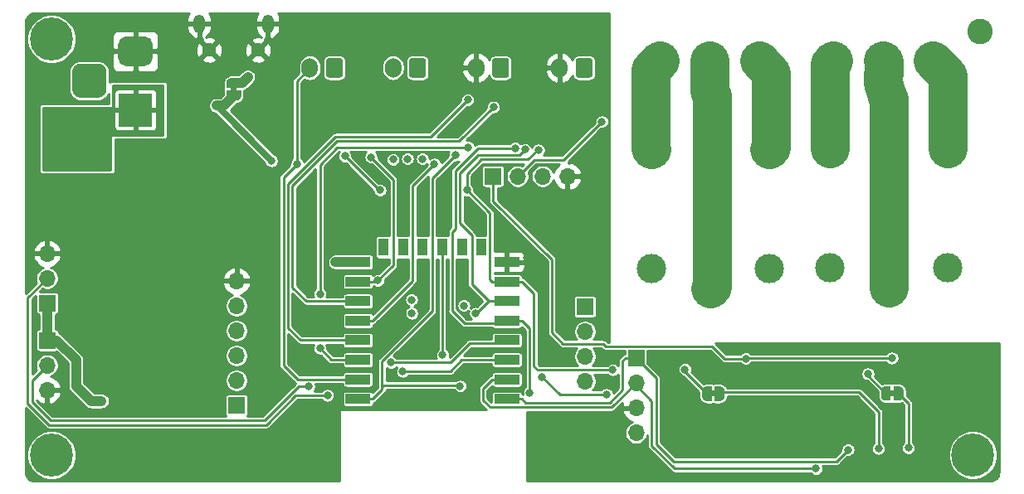
<source format=gbr>
G04 #@! TF.GenerationSoftware,KiCad,Pcbnew,5.1.9-73d0e3b20d~88~ubuntu18.04.1*
G04 #@! TF.CreationDate,2021-04-01T19:01:26+03:00*
G04 #@! TF.ProjectId,Electra,456c6563-7472-4612-9e6b-696361645f70,1*
G04 #@! TF.SameCoordinates,Original*
G04 #@! TF.FileFunction,Copper,L2,Bot*
G04 #@! TF.FilePolarity,Positive*
%FSLAX46Y46*%
G04 Gerber Fmt 4.6, Leading zero omitted, Abs format (unit mm)*
G04 Created by KiCad (PCBNEW 5.1.9-73d0e3b20d~88~ubuntu18.04.1) date 2021-04-01 19:01:26*
%MOMM*%
%LPD*%
G01*
G04 APERTURE LIST*
G04 #@! TA.AperFunction,EtchedComponent*
%ADD10C,0.100000*%
G04 #@! TD*
G04 #@! TA.AperFunction,ComponentPad*
%ADD11C,2.600000*%
G04 #@! TD*
G04 #@! TA.AperFunction,ComponentPad*
%ADD12O,1.700000X1.700000*%
G04 #@! TD*
G04 #@! TA.AperFunction,ComponentPad*
%ADD13R,1.700000X1.700000*%
G04 #@! TD*
G04 #@! TA.AperFunction,ComponentPad*
%ADD14C,4.400000*%
G04 #@! TD*
G04 #@! TA.AperFunction,ComponentPad*
%ADD15C,0.700000*%
G04 #@! TD*
G04 #@! TA.AperFunction,ComponentPad*
%ADD16C,3.000000*%
G04 #@! TD*
G04 #@! TA.AperFunction,ComponentPad*
%ADD17R,3.000000X3.000000*%
G04 #@! TD*
G04 #@! TA.AperFunction,ComponentPad*
%ADD18O,1.700000X2.000000*%
G04 #@! TD*
G04 #@! TA.AperFunction,SMDPad,CuDef*
%ADD19C,0.100000*%
G04 #@! TD*
G04 #@! TA.AperFunction,SMDPad,CuDef*
%ADD20R,2.500000X1.000000*%
G04 #@! TD*
G04 #@! TA.AperFunction,SMDPad,CuDef*
%ADD21R,1.000000X1.800000*%
G04 #@! TD*
G04 #@! TA.AperFunction,ComponentPad*
%ADD22C,1.450000*%
G04 #@! TD*
G04 #@! TA.AperFunction,ComponentPad*
%ADD23O,1.200000X1.900000*%
G04 #@! TD*
G04 #@! TA.AperFunction,ComponentPad*
%ADD24R,3.500000X3.500000*%
G04 #@! TD*
G04 #@! TA.AperFunction,ViaPad*
%ADD25C,0.800000*%
G04 #@! TD*
G04 #@! TA.AperFunction,Conductor*
%ADD26C,1.000000*%
G04 #@! TD*
G04 #@! TA.AperFunction,Conductor*
%ADD27C,0.700000*%
G04 #@! TD*
G04 #@! TA.AperFunction,Conductor*
%ADD28C,0.250000*%
G04 #@! TD*
G04 #@! TA.AperFunction,Conductor*
%ADD29C,4.000000*%
G04 #@! TD*
G04 #@! TA.AperFunction,Conductor*
%ADD30C,0.254000*%
G04 #@! TD*
G04 #@! TA.AperFunction,Conductor*
%ADD31C,0.100000*%
G04 #@! TD*
G04 APERTURE END LIST*
D10*
G36*
X167760400Y-109417600D02*
G01*
X168260400Y-109417600D01*
X168260400Y-110017600D01*
X167760400Y-110017600D01*
X167760400Y-109417600D01*
G37*
G36*
X186010300Y-109392200D02*
G01*
X186510300Y-109392200D01*
X186510300Y-109992200D01*
X186010300Y-109992200D01*
X186010300Y-109392200D01*
G37*
G36*
X118790000Y-78878000D02*
G01*
X118790000Y-78378000D01*
X119390000Y-78378000D01*
X119390000Y-78878000D01*
X118790000Y-78878000D01*
G37*
D11*
X195264600Y-72735200D03*
D12*
X154916700Y-108460300D03*
X154916700Y-105920300D03*
X154916700Y-103380300D03*
D13*
X154916700Y-100840300D03*
D14*
X100500000Y-73500000D03*
D15*
X102150000Y-73500000D03*
X101666726Y-74666726D03*
X100500000Y-75150000D03*
X99333274Y-74666726D03*
X98850000Y-73500000D03*
X99333274Y-72333274D03*
X100500000Y-71850000D03*
X101666726Y-72333274D03*
X101666726Y-114833274D03*
X100500000Y-114350000D03*
X99333274Y-114833274D03*
X98850000Y-116000000D03*
X99333274Y-117166726D03*
X100500000Y-117650000D03*
X101666726Y-117166726D03*
X102150000Y-116000000D03*
D14*
X100500000Y-116000000D03*
X194500000Y-116000000D03*
D15*
X196150000Y-116000000D03*
X195666726Y-117166726D03*
X194500000Y-117650000D03*
X193333274Y-117166726D03*
X192850000Y-116000000D03*
X193333274Y-114833274D03*
X194500000Y-114350000D03*
X195666726Y-114833274D03*
D16*
X172670000Y-75720000D03*
X167590000Y-75720000D03*
D17*
X162510000Y-75720000D03*
G04 #@! TA.AperFunction,ComponentPad*
G36*
G01*
X155677800Y-75693600D02*
X155677800Y-77193600D01*
G75*
G02*
X155427800Y-77443600I-250000J0D01*
G01*
X154227800Y-77443600D01*
G75*
G02*
X153977800Y-77193600I0J250000D01*
G01*
X153977800Y-75693600D01*
G75*
G02*
X154227800Y-75443600I250000J0D01*
G01*
X155427800Y-75443600D01*
G75*
G02*
X155677800Y-75693600I0J-250000D01*
G01*
G37*
G04 #@! TD.AperFunction*
D18*
X152327800Y-76443600D03*
X143818800Y-76443600D03*
G04 #@! TA.AperFunction,ComponentPad*
G36*
G01*
X147168800Y-75693600D02*
X147168800Y-77193600D01*
G75*
G02*
X146918800Y-77443600I-250000J0D01*
G01*
X145718800Y-77443600D01*
G75*
G02*
X145468800Y-77193600I0J250000D01*
G01*
X145468800Y-75693600D01*
G75*
G02*
X145718800Y-75443600I250000J0D01*
G01*
X146918800Y-75443600D01*
G75*
G02*
X147168800Y-75693600I0J-250000D01*
G01*
G37*
G04 #@! TD.AperFunction*
X135335200Y-76443600D03*
G04 #@! TA.AperFunction,ComponentPad*
G36*
G01*
X138685200Y-75693600D02*
X138685200Y-77193600D01*
G75*
G02*
X138435200Y-77443600I-250000J0D01*
G01*
X137235200Y-77443600D01*
G75*
G02*
X136985200Y-77193600I0J250000D01*
G01*
X136985200Y-75693600D01*
G75*
G02*
X137235200Y-75443600I250000J0D01*
G01*
X138435200Y-75443600D01*
G75*
G02*
X138685200Y-75693600I0J-250000D01*
G01*
G37*
G04 #@! TD.AperFunction*
G04 #@! TA.AperFunction,ComponentPad*
G36*
G01*
X130201600Y-75693600D02*
X130201600Y-77193600D01*
G75*
G02*
X129951600Y-77443600I-250000J0D01*
G01*
X128751600Y-77443600D01*
G75*
G02*
X128501600Y-77193600I0J250000D01*
G01*
X128501600Y-75693600D01*
G75*
G02*
X128751600Y-75443600I250000J0D01*
G01*
X129951600Y-75443600D01*
G75*
G02*
X130201600Y-75693600I0J-250000D01*
G01*
G37*
G04 #@! TD.AperFunction*
X126851600Y-76443600D03*
D13*
X145506000Y-87518000D03*
D12*
X148046000Y-87518000D03*
X150586000Y-87518000D03*
X153126000Y-87518000D03*
D17*
X180260000Y-75720000D03*
D16*
X185340000Y-75720000D03*
X190420000Y-75720000D03*
G04 #@! TA.AperFunction,SMDPad,CuDef*
D19*
G36*
X167360400Y-110466998D02*
G01*
X167335866Y-110466998D01*
X167287035Y-110462188D01*
X167238910Y-110452616D01*
X167191955Y-110438372D01*
X167146622Y-110419595D01*
X167103349Y-110396464D01*
X167062550Y-110369204D01*
X167024621Y-110338076D01*
X166989924Y-110303379D01*
X166958796Y-110265450D01*
X166931536Y-110224651D01*
X166908405Y-110181378D01*
X166889628Y-110136045D01*
X166875384Y-110089090D01*
X166865812Y-110040965D01*
X166861002Y-109992134D01*
X166861002Y-109967600D01*
X166860400Y-109967600D01*
X166860400Y-109467600D01*
X166861002Y-109467600D01*
X166861002Y-109443066D01*
X166865812Y-109394235D01*
X166875384Y-109346110D01*
X166889628Y-109299155D01*
X166908405Y-109253822D01*
X166931536Y-109210549D01*
X166958796Y-109169750D01*
X166989924Y-109131821D01*
X167024621Y-109097124D01*
X167062550Y-109065996D01*
X167103349Y-109038736D01*
X167146622Y-109015605D01*
X167191955Y-108996828D01*
X167238910Y-108982584D01*
X167287035Y-108973012D01*
X167335866Y-108968202D01*
X167360400Y-108968202D01*
X167360400Y-108967600D01*
X167860400Y-108967600D01*
X167860400Y-110467600D01*
X167360400Y-110467600D01*
X167360400Y-110466998D01*
G37*
G04 #@! TD.AperFunction*
G04 #@! TA.AperFunction,SMDPad,CuDef*
G36*
X168160400Y-108967600D02*
G01*
X168660400Y-108967600D01*
X168660400Y-108968202D01*
X168684934Y-108968202D01*
X168733765Y-108973012D01*
X168781890Y-108982584D01*
X168828845Y-108996828D01*
X168874178Y-109015605D01*
X168917451Y-109038736D01*
X168958250Y-109065996D01*
X168996179Y-109097124D01*
X169030876Y-109131821D01*
X169062004Y-109169750D01*
X169089264Y-109210549D01*
X169112395Y-109253822D01*
X169131172Y-109299155D01*
X169145416Y-109346110D01*
X169154988Y-109394235D01*
X169159798Y-109443066D01*
X169159798Y-109467600D01*
X169160400Y-109467600D01*
X169160400Y-109967600D01*
X169159798Y-109967600D01*
X169159798Y-109992134D01*
X169154988Y-110040965D01*
X169145416Y-110089090D01*
X169131172Y-110136045D01*
X169112395Y-110181378D01*
X169089264Y-110224651D01*
X169062004Y-110265450D01*
X169030876Y-110303379D01*
X168996179Y-110338076D01*
X168958250Y-110369204D01*
X168917451Y-110396464D01*
X168874178Y-110419595D01*
X168828845Y-110438372D01*
X168781890Y-110452616D01*
X168733765Y-110462188D01*
X168684934Y-110466998D01*
X168660400Y-110466998D01*
X168660400Y-110467600D01*
X168160400Y-110467600D01*
X168160400Y-108967600D01*
G37*
G04 #@! TD.AperFunction*
G04 #@! TA.AperFunction,SMDPad,CuDef*
G36*
X185610300Y-110441598D02*
G01*
X185585766Y-110441598D01*
X185536935Y-110436788D01*
X185488810Y-110427216D01*
X185441855Y-110412972D01*
X185396522Y-110394195D01*
X185353249Y-110371064D01*
X185312450Y-110343804D01*
X185274521Y-110312676D01*
X185239824Y-110277979D01*
X185208696Y-110240050D01*
X185181436Y-110199251D01*
X185158305Y-110155978D01*
X185139528Y-110110645D01*
X185125284Y-110063690D01*
X185115712Y-110015565D01*
X185110902Y-109966734D01*
X185110902Y-109942200D01*
X185110300Y-109942200D01*
X185110300Y-109442200D01*
X185110902Y-109442200D01*
X185110902Y-109417666D01*
X185115712Y-109368835D01*
X185125284Y-109320710D01*
X185139528Y-109273755D01*
X185158305Y-109228422D01*
X185181436Y-109185149D01*
X185208696Y-109144350D01*
X185239824Y-109106421D01*
X185274521Y-109071724D01*
X185312450Y-109040596D01*
X185353249Y-109013336D01*
X185396522Y-108990205D01*
X185441855Y-108971428D01*
X185488810Y-108957184D01*
X185536935Y-108947612D01*
X185585766Y-108942802D01*
X185610300Y-108942802D01*
X185610300Y-108942200D01*
X186110300Y-108942200D01*
X186110300Y-110442200D01*
X185610300Y-110442200D01*
X185610300Y-110441598D01*
G37*
G04 #@! TD.AperFunction*
G04 #@! TA.AperFunction,SMDPad,CuDef*
G36*
X186410300Y-108942200D02*
G01*
X186910300Y-108942200D01*
X186910300Y-108942802D01*
X186934834Y-108942802D01*
X186983665Y-108947612D01*
X187031790Y-108957184D01*
X187078745Y-108971428D01*
X187124078Y-108990205D01*
X187167351Y-109013336D01*
X187208150Y-109040596D01*
X187246079Y-109071724D01*
X187280776Y-109106421D01*
X187311904Y-109144350D01*
X187339164Y-109185149D01*
X187362295Y-109228422D01*
X187381072Y-109273755D01*
X187395316Y-109320710D01*
X187404888Y-109368835D01*
X187409698Y-109417666D01*
X187409698Y-109442200D01*
X187410300Y-109442200D01*
X187410300Y-109942200D01*
X187409698Y-109942200D01*
X187409698Y-109966734D01*
X187404888Y-110015565D01*
X187395316Y-110063690D01*
X187381072Y-110110645D01*
X187362295Y-110155978D01*
X187339164Y-110199251D01*
X187311904Y-110240050D01*
X187280776Y-110277979D01*
X187246079Y-110312676D01*
X187208150Y-110343804D01*
X187167351Y-110371064D01*
X187124078Y-110394195D01*
X187078745Y-110412972D01*
X187031790Y-110427216D01*
X186983665Y-110436788D01*
X186934834Y-110441598D01*
X186910300Y-110441598D01*
X186910300Y-110442200D01*
X186410300Y-110442200D01*
X186410300Y-108942200D01*
G37*
G04 #@! TD.AperFunction*
D16*
X173730000Y-96960000D03*
X173730000Y-84760000D03*
X161730000Y-84760000D03*
X161730000Y-96960000D03*
X167730000Y-98960000D03*
X185900000Y-98870000D03*
X179900000Y-96870000D03*
X179900000Y-84670000D03*
X191900000Y-84670000D03*
X191900000Y-96870000D03*
D20*
X131759200Y-110271200D03*
X131759200Y-108271200D03*
X131759200Y-106271200D03*
X131759200Y-104271200D03*
X131759200Y-102271200D03*
X131759200Y-100271200D03*
X131759200Y-98271200D03*
X131759200Y-96271200D03*
D21*
X134359200Y-94771200D03*
X136359200Y-94771200D03*
X138359200Y-94771200D03*
X140359200Y-94771200D03*
X142359200Y-94771200D03*
X144359200Y-94771200D03*
D20*
X146959200Y-96271200D03*
X146959200Y-98271200D03*
X146959200Y-100271200D03*
X146959200Y-102271200D03*
X146959200Y-104271200D03*
X146959200Y-106271200D03*
X146959200Y-108271200D03*
X146959200Y-110271200D03*
D13*
X100040000Y-100472000D03*
D12*
X100040000Y-97932000D03*
X100040000Y-95392000D03*
D13*
X119369400Y-110911400D03*
D12*
X119369400Y-108371400D03*
X119369400Y-105831400D03*
X119369400Y-103291400D03*
X119369400Y-100751400D03*
X119369400Y-98211400D03*
X100040000Y-109362000D03*
X100040000Y-106822000D03*
D13*
X100040000Y-104282000D03*
X160136400Y-106110800D03*
D12*
X160136400Y-108650800D03*
X160136400Y-111190800D03*
X160136400Y-113730800D03*
D22*
X121560000Y-74630000D03*
X116560000Y-74630000D03*
D23*
X122560000Y-71930000D03*
X115560000Y-71930000D03*
D24*
X109050000Y-80750000D03*
G04 #@! TA.AperFunction,ComponentPad*
G36*
G01*
X108050000Y-73250000D02*
X110050000Y-73250000D01*
G75*
G02*
X110800000Y-74000000I0J-750000D01*
G01*
X110800000Y-75500000D01*
G75*
G02*
X110050000Y-76250000I-750000J0D01*
G01*
X108050000Y-76250000D01*
G75*
G02*
X107300000Y-75500000I0J750000D01*
G01*
X107300000Y-74000000D01*
G75*
G02*
X108050000Y-73250000I750000J0D01*
G01*
G37*
G04 #@! TD.AperFunction*
G04 #@! TA.AperFunction,ComponentPad*
G36*
G01*
X103475000Y-76000000D02*
X105225000Y-76000000D01*
G75*
G02*
X106100000Y-76875000I0J-875000D01*
G01*
X106100000Y-78625000D01*
G75*
G02*
X105225000Y-79500000I-875000J0D01*
G01*
X103475000Y-79500000D01*
G75*
G02*
X102600000Y-78625000I0J875000D01*
G01*
X102600000Y-76875000D01*
G75*
G02*
X103475000Y-76000000I875000J0D01*
G01*
G37*
G04 #@! TD.AperFunction*
G04 #@! TA.AperFunction,SMDPad,CuDef*
D19*
G36*
X119839398Y-79278000D02*
G01*
X119839398Y-79302534D01*
X119834588Y-79351365D01*
X119825016Y-79399490D01*
X119810772Y-79446445D01*
X119791995Y-79491778D01*
X119768864Y-79535051D01*
X119741604Y-79575850D01*
X119710476Y-79613779D01*
X119675779Y-79648476D01*
X119637850Y-79679604D01*
X119597051Y-79706864D01*
X119553778Y-79729995D01*
X119508445Y-79748772D01*
X119461490Y-79763016D01*
X119413365Y-79772588D01*
X119364534Y-79777398D01*
X119340000Y-79777398D01*
X119340000Y-79778000D01*
X118840000Y-79778000D01*
X118840000Y-79777398D01*
X118815466Y-79777398D01*
X118766635Y-79772588D01*
X118718510Y-79763016D01*
X118671555Y-79748772D01*
X118626222Y-79729995D01*
X118582949Y-79706864D01*
X118542150Y-79679604D01*
X118504221Y-79648476D01*
X118469524Y-79613779D01*
X118438396Y-79575850D01*
X118411136Y-79535051D01*
X118388005Y-79491778D01*
X118369228Y-79446445D01*
X118354984Y-79399490D01*
X118345412Y-79351365D01*
X118340602Y-79302534D01*
X118340602Y-79278000D01*
X118340000Y-79278000D01*
X118340000Y-78778000D01*
X119840000Y-78778000D01*
X119840000Y-79278000D01*
X119839398Y-79278000D01*
G37*
G04 #@! TD.AperFunction*
G04 #@! TA.AperFunction,SMDPad,CuDef*
G36*
X118340000Y-78478000D02*
G01*
X118340000Y-77978000D01*
X118340602Y-77978000D01*
X118340602Y-77953466D01*
X118345412Y-77904635D01*
X118354984Y-77856510D01*
X118369228Y-77809555D01*
X118388005Y-77764222D01*
X118411136Y-77720949D01*
X118438396Y-77680150D01*
X118469524Y-77642221D01*
X118504221Y-77607524D01*
X118542150Y-77576396D01*
X118582949Y-77549136D01*
X118626222Y-77526005D01*
X118671555Y-77507228D01*
X118718510Y-77492984D01*
X118766635Y-77483412D01*
X118815466Y-77478602D01*
X118840000Y-77478602D01*
X118840000Y-77478000D01*
X119340000Y-77478000D01*
X119340000Y-77478602D01*
X119364534Y-77478602D01*
X119413365Y-77483412D01*
X119461490Y-77492984D01*
X119508445Y-77507228D01*
X119553778Y-77526005D01*
X119597051Y-77549136D01*
X119637850Y-77576396D01*
X119675779Y-77607524D01*
X119710476Y-77642221D01*
X119741604Y-77680150D01*
X119768864Y-77720949D01*
X119791995Y-77764222D01*
X119810772Y-77809555D01*
X119825016Y-77856510D01*
X119834588Y-77904635D01*
X119839398Y-77953466D01*
X119839398Y-77978000D01*
X119840000Y-77978000D01*
X119840000Y-78478000D01*
X118340000Y-78478000D01*
G37*
G04 #@! TD.AperFunction*
D25*
X136806500Y-85740000D03*
X138330500Y-85740000D03*
X137238300Y-101513400D03*
X142559600Y-100726000D03*
X137225600Y-100129100D03*
X135346000Y-85803500D03*
X115356200Y-94274400D03*
X115661000Y-98719400D03*
X105272400Y-99608400D03*
X105297800Y-100624400D03*
X109412600Y-99633800D03*
X109438000Y-100649800D03*
X105297800Y-101640400D03*
X109488800Y-101691200D03*
X105297800Y-107025200D03*
X105272400Y-108092000D03*
X105247000Y-109158800D03*
X114162400Y-113743500D03*
X117731100Y-113870500D03*
X115457800Y-114746800D03*
X116550000Y-114721400D03*
X109234800Y-85257400D03*
X112181200Y-85155800D03*
X112206600Y-85994000D03*
X112206600Y-86832200D03*
X112206600Y-87670400D03*
X112206600Y-88559400D03*
X109260200Y-86121000D03*
X109260200Y-87035400D03*
X109285600Y-87924400D03*
X109285600Y-88813400D03*
X110758800Y-89042000D03*
X110784200Y-84292200D03*
X121503000Y-87975200D03*
X122366600Y-88026000D03*
X123230200Y-88051400D03*
X123255600Y-90591400D03*
X122392000Y-90693000D03*
X121477600Y-90769200D03*
X120563200Y-90769200D03*
X120563200Y-89804000D03*
X120563200Y-88889600D03*
X120588600Y-87949800D03*
X126227400Y-89626200D03*
X121553800Y-80253600D03*
X122519000Y-80228200D03*
X123408000Y-80228200D03*
X124246200Y-80228200D03*
X120664800Y-80304400D03*
X120537800Y-81193400D03*
X120512400Y-82082400D03*
X121452200Y-83098400D03*
X122341200Y-83098400D03*
X123204800Y-83073000D03*
X124119200Y-83073000D03*
X114695800Y-91150200D03*
X115381600Y-92090000D03*
X114670400Y-93156800D03*
X114772000Y-95328500D03*
X115457800Y-96509600D03*
X115407000Y-97525600D03*
X124398600Y-71820800D03*
X125465400Y-71846200D03*
X126532200Y-71820800D03*
X127649800Y-71846200D03*
X128843600Y-71820800D03*
X130189800Y-71820800D03*
X131434400Y-71820800D03*
X132831400Y-71820800D03*
X134177600Y-71820800D03*
X135320600Y-71820800D03*
X136489000Y-71820800D03*
X137682800Y-71820800D03*
X133237800Y-79872600D03*
X134457000Y-79847200D03*
X135676200Y-79847200D03*
X135066600Y-80761600D03*
X136463600Y-80761600D03*
X135854000Y-81574400D03*
X136946200Y-81625200D03*
X134812600Y-81650600D03*
X135295200Y-82514200D03*
X136438200Y-82488800D03*
X126481400Y-80228200D03*
X150192300Y-79999600D03*
X151373400Y-79974200D03*
X152452900Y-79961500D03*
X153621300Y-79961500D03*
X144337600Y-79974200D03*
X141530900Y-79847200D03*
X129885000Y-79847200D03*
X129123000Y-89105500D03*
X130316800Y-89105500D03*
X131459800Y-89080100D03*
X129123000Y-86768700D03*
X133174300Y-90007200D03*
X134634800Y-89892900D03*
X136298500Y-89778600D03*
X138305100Y-89715100D03*
X140400600Y-89638900D03*
X140489500Y-91010500D03*
X138305100Y-91035900D03*
X136387400Y-91061300D03*
X134368100Y-91201000D03*
X133377500Y-91239100D03*
X126849700Y-90908900D03*
X125986100Y-91848700D03*
X126773500Y-92928200D03*
X129034100Y-94528400D03*
X122023700Y-98236800D03*
X123128600Y-98135200D03*
X122023700Y-99430600D03*
X123192100Y-99290900D03*
X129110300Y-98732100D03*
X129542100Y-102453200D03*
X128894400Y-103431100D03*
X125757500Y-102072200D03*
X126837000Y-101348300D03*
X126786200Y-102859600D03*
X121998300Y-102161100D03*
X123331800Y-102084900D03*
X122061800Y-103570800D03*
X123331800Y-103596200D03*
X122112600Y-104739200D03*
X123357200Y-104764600D03*
X125122500Y-105361500D03*
X126583000Y-105361500D03*
X121439500Y-108282500D03*
X122709500Y-108282500D03*
X124043000Y-108282500D03*
X121439500Y-109806500D03*
X122646000Y-109552500D03*
X121439500Y-111267000D03*
X122519000Y-110759000D03*
X115622900Y-104523300D03*
X115622900Y-105793300D03*
X115622900Y-106974400D03*
X115622900Y-108142800D03*
X113844900Y-106110800D03*
X113844900Y-107330000D03*
X111724000Y-104409000D03*
X111787500Y-107520500D03*
X115762600Y-85486000D03*
X113248000Y-83136500D03*
X114860900Y-77573900D03*
X114822800Y-78945500D03*
X116042000Y-77523100D03*
X116092800Y-78945500D03*
X114797400Y-80342500D03*
X124424000Y-85549500D03*
X152046500Y-84889100D03*
X177192500Y-107431600D03*
X178970500Y-107406200D03*
X180608800Y-107393500D03*
X182399500Y-107393500D03*
X176811500Y-110759000D03*
X178970500Y-110733600D03*
X180570700Y-110708200D03*
X182590000Y-110759000D03*
X189219400Y-109844600D03*
X190705300Y-109781100D03*
X192191200Y-109755700D03*
X193410400Y-109679500D03*
X189194000Y-111140000D03*
X190718000Y-111076500D03*
X192178500Y-111267000D03*
X190908500Y-115458000D03*
X192750000Y-113235500D03*
X194274000Y-111711500D03*
X195798000Y-110251000D03*
X196496500Y-108663500D03*
X196433000Y-107266500D03*
X195798000Y-105221800D03*
X192496000Y-105361500D03*
X180050000Y-105298000D03*
X177256000Y-105298000D03*
X174335000Y-105298000D03*
X163146300Y-106974400D03*
X164200400Y-107672900D03*
X170779000Y-114315000D03*
X169636000Y-112727500D03*
X171731500Y-112664000D03*
X167273800Y-113756200D03*
X170398000Y-111330500D03*
X163438400Y-110949500D03*
X163222500Y-114378500D03*
X166956300Y-115572300D03*
X171769600Y-118188500D03*
X166880100Y-118277400D03*
X173255500Y-114315000D03*
X175478000Y-118252000D03*
X174970000Y-110784400D03*
X173255500Y-111013000D03*
X146776000Y-89550000D03*
X149062000Y-89550000D03*
X150332000Y-89613500D03*
X151729000Y-89613500D03*
X150332000Y-90756500D03*
X146090200Y-92559900D03*
X146090200Y-94820500D03*
X147182400Y-94820500D03*
X148274600Y-94744300D03*
X148960400Y-95823800D03*
X149062000Y-96928700D03*
X150192300Y-96954100D03*
X149493800Y-98084400D03*
X150662200Y-98109800D03*
X150624100Y-99392500D03*
X134876100Y-103481900D03*
X135955600Y-102542100D03*
X138368600Y-100789500D03*
X133936300Y-100002100D03*
X135041200Y-99087700D03*
X136285800Y-96916000D03*
X138292400Y-96890600D03*
X142394500Y-96941400D03*
X142369100Y-99544900D03*
X143639100Y-100002100D03*
X136552500Y-105272600D03*
X137505000Y-104409000D03*
X138508300Y-103456500D03*
X139562400Y-102618300D03*
X138394000Y-105082100D03*
X139257600Y-104243900D03*
X141696000Y-104675700D03*
X142635800Y-103812100D03*
X143982000Y-103647000D03*
X150560600Y-101056200D03*
X150522500Y-102516700D03*
X143181900Y-91061300D03*
X144286800Y-91645500D03*
X143588300Y-92356700D03*
X140451400Y-92191600D03*
X138317800Y-92572600D03*
X136336600Y-92623400D03*
X133822000Y-92737700D03*
X135790500Y-101259400D03*
X134774500Y-102072200D03*
X142445300Y-107634800D03*
X143728000Y-107520500D03*
X144934500Y-107520500D03*
X139714800Y-109743000D03*
X140997500Y-109743000D03*
X140337100Y-110708200D03*
X141696000Y-110873300D03*
X143410500Y-110784400D03*
X135003100Y-110708200D03*
X136565200Y-110670100D03*
X138114600Y-110708200D03*
X127027500Y-111203500D03*
X128996000Y-115648500D03*
X128932500Y-111203500D03*
X128996000Y-113489500D03*
X129059500Y-117871000D03*
X126964000Y-117807500D03*
X126964000Y-115648500D03*
X127027500Y-113489500D03*
X124741500Y-115648500D03*
X124741500Y-113489500D03*
X122519000Y-115712000D03*
X122582500Y-117807500D03*
X124741500Y-117807500D03*
X117883500Y-117871000D03*
X120423500Y-115712000D03*
X113629000Y-117109000D03*
X117883500Y-115648500D03*
X120423500Y-117871000D03*
X109120500Y-115458000D03*
X113629000Y-115394500D03*
X111343000Y-115394500D03*
X104231000Y-115521500D03*
X106517000Y-117172500D03*
X106517000Y-115521500D03*
X109120500Y-117172500D03*
X111343000Y-117109000D03*
X149062000Y-90756500D03*
X151729000Y-90693000D03*
X149062000Y-92026500D03*
X151729000Y-92026500D03*
X154269000Y-93995000D03*
X155539000Y-92407500D03*
X156745500Y-94122000D03*
X152999000Y-93995000D03*
X156745500Y-95455500D03*
X154269000Y-95455500D03*
X154269000Y-96916000D03*
X155412000Y-95455500D03*
X157532900Y-115102400D03*
X155437400Y-113172000D03*
X156389900Y-113959400D03*
X157558300Y-112003600D03*
X154269000Y-117553500D03*
X157329700Y-118150400D03*
X159577600Y-118099600D03*
X161863600Y-118099600D03*
X152999000Y-116283500D03*
X151386100Y-104853500D03*
X151792500Y-114823000D03*
X154535700Y-112067100D03*
X157393200Y-105945700D03*
X157469400Y-108523800D03*
X162397000Y-106123500D03*
X152999000Y-96916000D03*
X156809000Y-96916000D03*
X155412000Y-96916000D03*
X150039900Y-95861900D03*
X147042700Y-93385400D03*
X154205500Y-92407500D03*
X156745500Y-90820000D03*
X156745500Y-92407500D03*
X155475500Y-94122000D03*
X152999000Y-95455500D03*
X155602500Y-90820000D03*
X156745500Y-89359500D03*
X154396000Y-89550000D03*
X126303600Y-73687700D03*
X128297500Y-73548000D03*
X130164400Y-73548000D03*
X137886000Y-74564000D03*
X143220000Y-74564000D03*
X146776000Y-74564000D03*
X148808000Y-74564000D03*
X152110000Y-74564000D03*
X154650000Y-74564000D03*
X148808000Y-76088000D03*
X150586000Y-76088000D03*
X150586000Y-74564000D03*
X150586000Y-77358000D03*
X148808000Y-77358000D03*
X156682000Y-74564000D03*
X156682000Y-76342000D03*
X144998000Y-74564000D03*
X139410000Y-74564000D03*
X140934000Y-74564000D03*
X124424000Y-74818000D03*
X125694000Y-74818000D03*
X127472000Y-74564000D03*
X129250000Y-74564000D03*
X110517500Y-99583000D03*
X110517500Y-100599000D03*
X110517500Y-101678500D03*
X111597000Y-101678500D03*
X111597000Y-100599000D03*
X111597000Y-99583000D03*
X105310500Y-102631000D03*
X105310500Y-103647000D03*
X111724000Y-105425000D03*
X111787500Y-106441000D03*
X112803500Y-105806000D03*
X112803500Y-106822000D03*
X112803500Y-107838000D03*
X111787500Y-108473000D03*
X111787500Y-109362000D03*
X110962000Y-108981000D03*
X110962000Y-108028500D03*
X110962000Y-107012500D03*
X110962000Y-105933000D03*
X110898500Y-104917000D03*
X110136500Y-104409000D03*
X110136500Y-105425000D03*
X110136500Y-106441000D03*
X110136500Y-107520500D03*
X110073000Y-108473000D03*
X110009500Y-109362000D03*
X120106000Y-93423500D03*
X121185500Y-93360000D03*
X122201500Y-93296500D03*
X123281000Y-93296500D03*
X125948000Y-93995000D03*
X126964000Y-94884000D03*
X126138500Y-97487500D03*
X126710000Y-98503500D03*
X129123000Y-97614500D03*
X121503000Y-94884000D03*
X122709500Y-94757000D03*
X104294500Y-117172500D03*
X123852500Y-109425500D03*
X150332000Y-92026500D03*
X150332000Y-93233000D03*
X151348000Y-94122000D03*
X152935500Y-98313000D03*
X154269000Y-98249500D03*
X155412000Y-98313000D03*
X156809000Y-98376500D03*
X156809000Y-87772000D03*
X156872500Y-86375000D03*
X156872500Y-85105000D03*
X155856500Y-117490000D03*
X154586500Y-116156500D03*
X153316500Y-114886500D03*
X151919500Y-113362500D03*
X150522500Y-112029000D03*
X150332000Y-113299000D03*
X149951000Y-114759500D03*
X151157500Y-116093000D03*
X152554500Y-117617000D03*
X150014500Y-117426500D03*
X105602600Y-110479600D03*
X129478600Y-96306400D03*
X117312000Y-80304400D03*
X122925400Y-85943200D03*
X186247600Y-106085400D03*
X171325100Y-106148900D03*
X100548000Y-81168000D03*
X101818000Y-81168000D03*
X103088000Y-81168000D03*
X104358000Y-81168000D03*
X105628000Y-81168000D03*
X100548000Y-82184000D03*
X101818000Y-82184000D03*
X103088000Y-82184000D03*
X104358000Y-82184000D03*
X105628000Y-82184000D03*
X184875998Y-115331000D03*
X165127500Y-107239990D03*
X136311200Y-107457000D03*
X135142800Y-106542600D03*
X178500600Y-117376810D03*
X181764500Y-115458000D03*
X145570450Y-80445050D03*
X142966000Y-79706390D03*
X125541600Y-86248000D03*
X139537000Y-86286100D03*
X150179600Y-84838300D03*
X130418400Y-85460600D03*
X142890910Y-88937910D03*
X134012500Y-88937910D03*
X157761502Y-107291900D03*
X133085400Y-85562200D03*
X150547900Y-108003100D03*
X150547900Y-108003100D03*
X133783900Y-98173300D03*
X157120150Y-109800150D03*
X149265200Y-109629810D03*
X147792000Y-84635102D03*
X142178600Y-108955600D03*
X141696000Y-85346300D03*
X187924000Y-115267500D03*
X183790086Y-107692014D03*
X156643900Y-81942700D03*
X127878400Y-99532200D03*
X127878395Y-105094795D03*
X143016800Y-84557790D03*
X128640400Y-109895400D03*
X140400600Y-105755200D03*
X126735400Y-108996200D03*
X148808000Y-84787500D03*
X143753400Y-101513400D03*
X120512400Y-77383400D03*
D26*
X100040000Y-104282000D02*
X100040000Y-100472000D01*
X131759200Y-96271200D02*
X129513800Y-96271200D01*
X129513800Y-96271200D02*
X129478600Y-96306400D01*
X100979800Y-104282000D02*
X100040000Y-104282000D01*
X102986400Y-106288600D02*
X100979800Y-104282000D01*
X105602600Y-110479600D02*
X104510400Y-110479600D01*
X102986400Y-108955600D02*
X102986400Y-106288600D01*
X104510400Y-110479600D02*
X102986400Y-108955600D01*
X118063600Y-80304400D02*
X119090000Y-79278000D01*
X117312000Y-80304400D02*
X118063600Y-80304400D01*
D27*
X122925400Y-85917800D02*
X122925400Y-85943200D01*
X117312000Y-80304400D02*
X122925400Y-85917800D01*
D28*
X186247600Y-106085400D02*
X171388600Y-106085400D01*
X171388600Y-106085400D02*
X171325100Y-106148900D01*
X145569500Y-87581500D02*
X145506000Y-87518000D01*
X145569500Y-89550000D02*
X145569500Y-89232500D01*
X145569500Y-89232500D02*
X145569500Y-87581500D01*
X145569500Y-90070700D02*
X145569500Y-89232500D01*
X151538500Y-96039700D02*
X145569500Y-90070700D01*
X151538500Y-103507300D02*
X151538500Y-96039700D01*
X169166100Y-106148900D02*
X167921500Y-104904300D01*
X156771402Y-104637600D02*
X152668800Y-104637600D01*
X171325100Y-106148900D02*
X169166100Y-106148900D01*
X167921500Y-104904300D02*
X157038102Y-104904300D01*
X157038102Y-104904300D02*
X156771402Y-104637600D01*
X152668800Y-104637600D02*
X151538500Y-103507300D01*
X182844000Y-109565200D02*
X184875998Y-111597198D01*
X184875998Y-111597198D02*
X184875998Y-115331000D01*
X168637300Y-109565200D02*
X182844000Y-109565200D01*
X167360400Y-109717600D02*
X165127500Y-107484700D01*
X165127500Y-107484700D02*
X165127500Y-107239990D01*
X146959200Y-106271200D02*
X142348400Y-106271200D01*
X142348400Y-106271200D02*
X141188000Y-107431600D01*
X141188000Y-107431600D02*
X136336600Y-107431600D01*
X136336600Y-107431600D02*
X136311200Y-107457000D01*
X143134457Y-104586800D02*
X141178657Y-106542600D01*
X141178657Y-106542600D02*
X135142800Y-106542600D01*
X146643600Y-104586800D02*
X143134457Y-104586800D01*
X146959200Y-104271200D02*
X146643600Y-104586800D01*
X157667410Y-111119790D02*
X160136400Y-108650800D01*
X144515400Y-110378000D02*
X145257190Y-111119790D01*
X145257190Y-111119790D02*
X157667410Y-111119790D01*
X144515400Y-109215000D02*
X144515400Y-110378000D01*
X146959200Y-108271200D02*
X145459200Y-108271200D01*
X145459200Y-108271200D02*
X144515400Y-109215000D01*
X160136400Y-108650800D02*
X160136400Y-108879400D01*
X160136400Y-108879400D02*
X161736600Y-110479600D01*
X161736600Y-110479600D02*
X161736600Y-115051600D01*
X161736600Y-115051600D02*
X164061810Y-117376810D01*
X164061810Y-117376810D02*
X178500600Y-117376810D01*
X148833801Y-110645801D02*
X157455599Y-110645801D01*
X148459200Y-110271200D02*
X148833801Y-110645801D01*
X146959200Y-110271200D02*
X148459200Y-110271200D01*
X158764800Y-109336600D02*
X158764800Y-106382400D01*
X159036400Y-106110800D02*
X160136400Y-106110800D01*
X158764800Y-106382400D02*
X159036400Y-106110800D01*
X157455599Y-110645801D02*
X158764800Y-109336600D01*
X162186610Y-114865200D02*
X163973210Y-116651800D01*
X180570700Y-116651800D02*
X181764500Y-115458000D01*
X163973210Y-116651800D02*
X180570700Y-116651800D01*
X162186610Y-108161010D02*
X162186610Y-114865200D01*
X160136400Y-106110800D02*
X162186610Y-108161010D01*
D29*
X162510000Y-75720000D02*
X161600010Y-76629990D01*
X161600010Y-84630010D02*
X161730000Y-84760000D01*
X161600010Y-76629990D02*
X161600010Y-84630010D01*
X167670498Y-78867137D02*
X167610990Y-78807629D01*
X167610990Y-78807629D02*
X167610990Y-75740990D01*
X167858000Y-98832000D02*
X167858000Y-79293458D01*
X167677923Y-78980481D02*
X167670498Y-78867137D01*
X167730000Y-98960000D02*
X167858000Y-98832000D01*
X167610990Y-75740990D02*
X167590000Y-75720000D01*
X167858000Y-79293458D02*
X167841218Y-79282244D01*
X167841218Y-79282244D02*
X167803015Y-79090191D01*
X167803015Y-79090191D02*
X167677923Y-78980481D01*
X172670000Y-75720000D02*
X173900000Y-76950000D01*
X173900000Y-84590000D02*
X173730000Y-84760000D01*
X173900000Y-76950000D02*
X173900000Y-84590000D01*
X191900000Y-77200000D02*
X191900000Y-84670000D01*
X190420000Y-75720000D02*
X191900000Y-77200000D01*
X185900000Y-89971623D02*
X185900000Y-98870000D01*
X185900000Y-79599143D02*
X185900000Y-89971623D01*
X185368990Y-75748990D02*
X185368990Y-77038530D01*
X185800484Y-79550070D02*
X185900000Y-79599143D01*
X185340000Y-75720000D02*
X185368990Y-75748990D01*
X185368990Y-77038530D02*
X185343496Y-77067599D01*
X185343496Y-77067599D02*
X185281066Y-78020030D01*
X185281066Y-78020030D02*
X185800484Y-79550070D01*
X179900000Y-76068990D02*
X180248990Y-75720000D01*
X179900000Y-84670000D02*
X179900000Y-76068990D01*
D28*
X126458400Y-100271200D02*
X131759200Y-100271200D01*
X125052388Y-98865188D02*
X126458400Y-100271200D01*
X125052388Y-88513801D02*
X125052388Y-98865188D01*
X129647800Y-83918389D02*
X125052388Y-88513801D01*
X145570450Y-80445050D02*
X142097111Y-83918389D01*
X142097111Y-83918389D02*
X129647800Y-83918389D01*
X142566001Y-80106389D02*
X142966000Y-79706390D01*
X125861000Y-104271200D02*
X124602377Y-103012577D01*
X131759200Y-104271200D02*
X125861000Y-104271200D01*
X124602377Y-103012577D02*
X124602377Y-88279423D01*
X124602377Y-88279423D02*
X129413422Y-83468378D01*
X129413422Y-83468378D02*
X139204012Y-83468378D01*
X139204012Y-83468378D02*
X142566001Y-80106389D01*
X125516200Y-77779000D02*
X126851600Y-76443600D01*
X125541600Y-86248000D02*
X125516200Y-86222600D01*
X125516200Y-86222600D02*
X125516200Y-77779000D01*
X124152366Y-106829766D02*
X125593800Y-108271200D01*
X125541600Y-86248000D02*
X124152366Y-87637234D01*
X125593800Y-108271200D02*
X131759200Y-108271200D01*
X124152366Y-87637234D02*
X124152366Y-106829766D01*
X137352600Y-98177800D02*
X137352600Y-88470500D01*
X131759200Y-102271200D02*
X133259200Y-102271200D01*
X137352600Y-88470500D02*
X139537000Y-86286100D01*
X133259200Y-102271200D02*
X137352600Y-98177800D01*
X145213900Y-91260900D02*
X142890910Y-88937910D01*
X130418400Y-85460600D02*
X133895710Y-88937910D01*
X133895710Y-88937910D02*
X134012500Y-88937910D01*
X145459200Y-98271200D02*
X145213900Y-98025900D01*
X145213900Y-98025900D02*
X145213900Y-91260900D01*
X150179600Y-84838300D02*
X150089290Y-84838300D01*
X142890910Y-87275590D02*
X142890910Y-88937910D01*
X146959200Y-98271200D02*
X145459200Y-98271200D01*
X144356387Y-85810113D02*
X142890910Y-87275590D01*
X149117477Y-85810113D02*
X144356387Y-85810113D01*
X150089290Y-84838300D02*
X149117477Y-85810113D01*
X148499500Y-98271200D02*
X146959200Y-98271200D01*
X155487302Y-107291900D02*
X155473501Y-107278099D01*
X150079101Y-107278099D02*
X149715210Y-106914208D01*
X157761502Y-107291900D02*
X155487302Y-107291900D01*
X149715210Y-106914208D02*
X149715210Y-99486910D01*
X155473501Y-107278099D02*
X150079101Y-107278099D01*
X149715210Y-99486910D02*
X148499500Y-98271200D01*
X135371400Y-87848200D02*
X133085400Y-85562200D01*
X135371400Y-96585800D02*
X135371400Y-87848200D01*
X131759200Y-98271200D02*
X133686000Y-98271200D01*
X133686000Y-98271200D02*
X133783900Y-98173300D01*
X133783900Y-98173300D02*
X135371400Y-96585800D01*
X150547900Y-108003100D02*
X152344950Y-109800150D01*
X152344950Y-109800150D02*
X157120150Y-109800150D01*
X149265200Y-103077200D02*
X149265200Y-109629810D01*
X146959200Y-102271200D02*
X148459200Y-102271200D01*
X148459200Y-102271200D02*
X149265200Y-103077200D01*
X144020098Y-84635102D02*
X147792000Y-84635102D01*
X141683300Y-86971900D02*
X144020098Y-84635102D01*
X146688300Y-102542100D02*
X142667698Y-102542100D01*
X146959200Y-102271200D02*
X146688300Y-102542100D01*
X141365800Y-101240202D02*
X141365800Y-93233000D01*
X141365800Y-93233000D02*
X141683300Y-92915500D01*
X142667698Y-102542100D02*
X141365800Y-101240202D01*
X141683300Y-92915500D02*
X141683300Y-86971900D01*
X133259200Y-110271200D02*
X131759200Y-110271200D01*
X134203000Y-109327400D02*
X133259200Y-110271200D01*
X134431600Y-108854000D02*
X142077000Y-108854000D01*
X134203000Y-109327400D02*
X134203000Y-109082600D01*
X142077000Y-108854000D02*
X142178600Y-108955600D01*
X134203000Y-109082600D02*
X134431600Y-108854000D01*
X139333800Y-101284800D02*
X139346500Y-101284800D01*
X134203000Y-109082600D02*
X134203000Y-106415600D01*
X134203000Y-106415600D02*
X139333800Y-101284800D01*
X141296001Y-85746299D02*
X141696000Y-85346300D01*
X139333800Y-87708500D02*
X141296001Y-85746299D01*
X139333800Y-101297500D02*
X139333800Y-87708500D01*
X186910300Y-109692200D02*
X187924000Y-110705900D01*
X187924000Y-110705900D02*
X187924000Y-115267500D01*
X183790086Y-107871986D02*
X183790086Y-107692014D01*
X185610300Y-109692200D02*
X183790086Y-107871986D01*
X152745000Y-85841600D02*
X156643900Y-81942700D01*
X148046000Y-87518000D02*
X149722400Y-85841600D01*
X149722400Y-85841600D02*
X152745000Y-85841600D01*
X129054800Y-106271200D02*
X127878395Y-105094795D01*
X131759200Y-106271200D02*
X129054800Y-106271200D01*
X129644810Y-84557790D02*
X143016800Y-84557790D01*
X127878400Y-99532200D02*
X127878400Y-86324200D01*
X127878400Y-86324200D02*
X129644810Y-84557790D01*
X122399189Y-112910811D02*
X125414600Y-109895400D01*
X98065989Y-110767600D02*
X100209200Y-112910811D01*
X100209200Y-112910811D02*
X122399189Y-112910811D01*
X98065989Y-99906011D02*
X98065989Y-110767600D01*
X100040000Y-97932000D02*
X98065989Y-99906011D01*
X125414600Y-109895400D02*
X128640400Y-109895400D01*
X140359200Y-94771200D02*
X140359200Y-105713800D01*
X140359200Y-105713800D02*
X140400600Y-105755200D01*
X98516000Y-110581200D02*
X100395600Y-112460800D01*
X122212790Y-112460800D02*
X125677390Y-108996200D01*
X100395600Y-112460800D02*
X122212790Y-112460800D01*
X125677390Y-108996200D02*
X126735400Y-108996200D01*
X100040000Y-106822000D02*
X98516000Y-108346000D01*
X98516000Y-108346000D02*
X98516000Y-110581200D01*
X146959200Y-100271200D02*
X145071800Y-100271200D01*
X145071800Y-100271200D02*
X143829600Y-101513400D01*
X143829600Y-101513400D02*
X143753400Y-101513400D01*
X143993597Y-85360103D02*
X148235397Y-85360103D01*
X148235397Y-85360103D02*
X148808000Y-84787500D01*
X142165900Y-87187800D02*
X143993597Y-85360103D01*
X142165900Y-92318600D02*
X142165900Y-87187800D01*
X143372400Y-93525100D02*
X142165900Y-92318600D01*
X145071800Y-100271200D02*
X143372400Y-98571800D01*
X143372400Y-98571800D02*
X143372400Y-93525100D01*
D26*
X119090000Y-77978000D02*
X119917800Y-77978000D01*
X119917800Y-77978000D02*
X120512400Y-77383400D01*
D30*
X129774141Y-85116236D02*
X129719338Y-85248542D01*
X129691400Y-85388997D01*
X129691400Y-85532203D01*
X129719338Y-85672658D01*
X129774141Y-85804964D01*
X129853702Y-85924036D01*
X129954964Y-86025298D01*
X130074036Y-86104859D01*
X130206342Y-86159662D01*
X130346797Y-86187600D01*
X130490003Y-86187600D01*
X130503493Y-86184917D01*
X133285500Y-88966924D01*
X133285500Y-89009513D01*
X133313438Y-89149968D01*
X133368241Y-89282274D01*
X133447802Y-89401346D01*
X133549064Y-89502608D01*
X133668136Y-89582169D01*
X133800442Y-89636972D01*
X133940897Y-89664910D01*
X134084103Y-89664910D01*
X134224558Y-89636972D01*
X134356864Y-89582169D01*
X134475936Y-89502608D01*
X134577198Y-89401346D01*
X134656759Y-89282274D01*
X134711562Y-89149968D01*
X134739500Y-89009513D01*
X134739500Y-88866307D01*
X134711562Y-88725852D01*
X134656759Y-88593546D01*
X134577198Y-88474474D01*
X134475936Y-88373212D01*
X134356864Y-88293651D01*
X134224558Y-88238848D01*
X134084103Y-88210910D01*
X133940897Y-88210910D01*
X133829994Y-88232970D01*
X131142717Y-85545693D01*
X131145400Y-85532203D01*
X131145400Y-85388997D01*
X131117462Y-85248542D01*
X131062659Y-85116236D01*
X130991534Y-85009790D01*
X132609676Y-85009790D01*
X132520702Y-85098764D01*
X132441141Y-85217836D01*
X132386338Y-85350142D01*
X132358400Y-85490597D01*
X132358400Y-85633803D01*
X132386338Y-85774258D01*
X132441141Y-85906564D01*
X132520702Y-86025636D01*
X132621964Y-86126898D01*
X132741036Y-86206459D01*
X132873342Y-86261262D01*
X133013797Y-86289200D01*
X133157003Y-86289200D01*
X133170493Y-86286517D01*
X134919401Y-88035426D01*
X134919400Y-93548548D01*
X134859200Y-93542618D01*
X133859200Y-93542618D01*
X133795097Y-93548932D01*
X133733457Y-93567630D01*
X133676650Y-93597994D01*
X133626857Y-93638857D01*
X133585994Y-93688650D01*
X133555630Y-93745457D01*
X133536932Y-93807097D01*
X133530618Y-93871200D01*
X133530618Y-95671200D01*
X133536932Y-95735303D01*
X133555630Y-95796943D01*
X133585994Y-95853750D01*
X133626857Y-95903543D01*
X133676650Y-95944406D01*
X133733457Y-95974770D01*
X133795097Y-95993468D01*
X133859200Y-95999782D01*
X134859200Y-95999782D01*
X134919400Y-95993852D01*
X134919400Y-96398576D01*
X133868993Y-97448983D01*
X133855503Y-97446300D01*
X133712297Y-97446300D01*
X133571842Y-97474238D01*
X133439536Y-97529041D01*
X133320464Y-97608602D01*
X133302612Y-97626454D01*
X133282406Y-97588650D01*
X133241543Y-97538857D01*
X133191750Y-97497994D01*
X133134943Y-97467630D01*
X133073303Y-97448932D01*
X133009200Y-97442618D01*
X130509200Y-97442618D01*
X130445097Y-97448932D01*
X130383457Y-97467630D01*
X130326650Y-97497994D01*
X130276857Y-97538857D01*
X130235994Y-97588650D01*
X130205630Y-97645457D01*
X130186932Y-97707097D01*
X130180618Y-97771200D01*
X130180618Y-98771200D01*
X130186932Y-98835303D01*
X130205630Y-98896943D01*
X130235994Y-98953750D01*
X130276857Y-99003543D01*
X130326650Y-99044406D01*
X130383457Y-99074770D01*
X130445097Y-99093468D01*
X130509200Y-99099782D01*
X133009200Y-99099782D01*
X133073303Y-99093468D01*
X133134943Y-99074770D01*
X133191750Y-99044406D01*
X133241543Y-99003543D01*
X133282406Y-98953750D01*
X133312770Y-98896943D01*
X133331468Y-98835303D01*
X133337782Y-98771200D01*
X133337782Y-98749569D01*
X133439536Y-98817559D01*
X133571842Y-98872362D01*
X133712297Y-98900300D01*
X133855503Y-98900300D01*
X133995958Y-98872362D01*
X134128264Y-98817559D01*
X134247336Y-98737998D01*
X134348598Y-98636736D01*
X134428159Y-98517664D01*
X134482962Y-98385358D01*
X134510900Y-98244903D01*
X134510900Y-98101697D01*
X134508217Y-98088207D01*
X135675306Y-96921118D01*
X135692559Y-96906959D01*
X135749043Y-96838133D01*
X135791014Y-96759610D01*
X135798128Y-96736157D01*
X135816860Y-96674408D01*
X135825587Y-96585801D01*
X135823400Y-96563596D01*
X135823400Y-95996256D01*
X135859200Y-95999782D01*
X136859200Y-95999782D01*
X136900600Y-95995704D01*
X136900600Y-97990576D01*
X133289415Y-101601762D01*
X133282406Y-101588650D01*
X133241543Y-101538857D01*
X133191750Y-101497994D01*
X133134943Y-101467630D01*
X133073303Y-101448932D01*
X133009200Y-101442618D01*
X130509200Y-101442618D01*
X130445097Y-101448932D01*
X130383457Y-101467630D01*
X130326650Y-101497994D01*
X130276857Y-101538857D01*
X130235994Y-101588650D01*
X130205630Y-101645457D01*
X130186932Y-101707097D01*
X130180618Y-101771200D01*
X130180618Y-102771200D01*
X130186932Y-102835303D01*
X130205630Y-102896943D01*
X130235994Y-102953750D01*
X130276857Y-103003543D01*
X130326650Y-103044406D01*
X130383457Y-103074770D01*
X130445097Y-103093468D01*
X130509200Y-103099782D01*
X133009200Y-103099782D01*
X133073303Y-103093468D01*
X133134943Y-103074770D01*
X133191750Y-103044406D01*
X133241543Y-103003543D01*
X133282406Y-102953750D01*
X133312770Y-102896943D01*
X133331468Y-102835303D01*
X133337782Y-102771200D01*
X133337782Y-102717647D01*
X133347807Y-102716660D01*
X133433010Y-102690814D01*
X133511533Y-102648843D01*
X133580359Y-102592359D01*
X133594523Y-102575100D01*
X136112126Y-100057497D01*
X136498600Y-100057497D01*
X136498600Y-100200703D01*
X136526538Y-100341158D01*
X136581341Y-100473464D01*
X136660902Y-100592536D01*
X136762164Y-100693798D01*
X136881236Y-100773359D01*
X137003205Y-100823880D01*
X136893936Y-100869141D01*
X136774864Y-100948702D01*
X136673602Y-101049964D01*
X136594041Y-101169036D01*
X136539238Y-101301342D01*
X136511300Y-101441797D01*
X136511300Y-101585003D01*
X136539238Y-101725458D01*
X136594041Y-101857764D01*
X136673602Y-101976836D01*
X136774864Y-102078098D01*
X136893936Y-102157659D01*
X137026242Y-102212462D01*
X137166697Y-102240400D01*
X137309903Y-102240400D01*
X137450358Y-102212462D01*
X137582664Y-102157659D01*
X137701736Y-102078098D01*
X137802998Y-101976836D01*
X137882559Y-101857764D01*
X137937362Y-101725458D01*
X137965300Y-101585003D01*
X137965300Y-101441797D01*
X137937362Y-101301342D01*
X137882559Y-101169036D01*
X137802998Y-101049964D01*
X137701736Y-100948702D01*
X137582664Y-100869141D01*
X137460695Y-100818620D01*
X137569964Y-100773359D01*
X137689036Y-100693798D01*
X137790298Y-100592536D01*
X137869859Y-100473464D01*
X137924662Y-100341158D01*
X137952600Y-100200703D01*
X137952600Y-100057497D01*
X137924662Y-99917042D01*
X137869859Y-99784736D01*
X137790298Y-99665664D01*
X137689036Y-99564402D01*
X137569964Y-99484841D01*
X137437658Y-99430038D01*
X137297203Y-99402100D01*
X137153997Y-99402100D01*
X137013542Y-99430038D01*
X136881236Y-99484841D01*
X136762164Y-99564402D01*
X136660902Y-99665664D01*
X136581341Y-99784736D01*
X136526538Y-99917042D01*
X136498600Y-100057497D01*
X136112126Y-100057497D01*
X137656506Y-98513118D01*
X137673759Y-98498959D01*
X137730243Y-98430133D01*
X137772214Y-98351610D01*
X137778827Y-98329810D01*
X137798060Y-98266408D01*
X137806787Y-98177800D01*
X137804600Y-98155595D01*
X137804600Y-95994404D01*
X137859200Y-95999782D01*
X138859200Y-95999782D01*
X138881800Y-95997556D01*
X138881800Y-101097576D01*
X133899096Y-106080281D01*
X133881842Y-106094441D01*
X133825358Y-106163267D01*
X133783386Y-106241791D01*
X133757540Y-106326993D01*
X133748813Y-106415600D01*
X133751001Y-106437815D01*
X133751000Y-109060395D01*
X133748813Y-109082600D01*
X133751000Y-109104804D01*
X133751000Y-109140176D01*
X133289415Y-109601762D01*
X133282406Y-109588650D01*
X133241543Y-109538857D01*
X133191750Y-109497994D01*
X133134943Y-109467630D01*
X133073303Y-109448932D01*
X133009200Y-109442618D01*
X130509200Y-109442618D01*
X130445097Y-109448932D01*
X130383457Y-109467630D01*
X130326650Y-109497994D01*
X130276857Y-109538857D01*
X130235994Y-109588650D01*
X130205630Y-109645457D01*
X130186932Y-109707097D01*
X130180618Y-109771200D01*
X130180618Y-110771200D01*
X130186932Y-110835303D01*
X130205630Y-110896943D01*
X130235994Y-110953750D01*
X130276857Y-111003543D01*
X130326650Y-111044406D01*
X130383457Y-111074770D01*
X130445097Y-111093468D01*
X130509200Y-111099782D01*
X133009200Y-111099782D01*
X133073303Y-111093468D01*
X133134943Y-111074770D01*
X133191750Y-111044406D01*
X133241543Y-111003543D01*
X133282406Y-110953750D01*
X133312770Y-110896943D01*
X133331468Y-110835303D01*
X133337782Y-110771200D01*
X133337782Y-110717647D01*
X133347807Y-110716660D01*
X133433010Y-110690814D01*
X133511533Y-110648843D01*
X133580359Y-110592359D01*
X133594523Y-110575100D01*
X134506906Y-109662718D01*
X134524159Y-109648559D01*
X134580643Y-109579733D01*
X134622614Y-109501210D01*
X134629390Y-109478874D01*
X134648460Y-109416008D01*
X134657187Y-109327400D01*
X134655079Y-109306000D01*
X141538374Y-109306000D01*
X141613902Y-109419036D01*
X141715164Y-109520298D01*
X141834236Y-109599859D01*
X141966542Y-109654662D01*
X142106997Y-109682600D01*
X142250203Y-109682600D01*
X142390658Y-109654662D01*
X142522964Y-109599859D01*
X142642036Y-109520298D01*
X142743298Y-109419036D01*
X142822859Y-109299964D01*
X142877662Y-109167658D01*
X142905600Y-109027203D01*
X142905600Y-108883997D01*
X142877662Y-108743542D01*
X142822859Y-108611236D01*
X142743298Y-108492164D01*
X142642036Y-108390902D01*
X142522964Y-108311341D01*
X142390658Y-108256538D01*
X142250203Y-108228600D01*
X142106997Y-108228600D01*
X141966542Y-108256538D01*
X141834236Y-108311341D01*
X141715164Y-108390902D01*
X141704066Y-108402000D01*
X134655000Y-108402000D01*
X134655000Y-107082934D01*
X134679364Y-107107298D01*
X134798436Y-107186859D01*
X134930742Y-107241662D01*
X135071197Y-107269600D01*
X135214403Y-107269600D01*
X135354858Y-107241662D01*
X135487164Y-107186859D01*
X135606236Y-107107298D01*
X135707498Y-107006036D01*
X135715139Y-106994600D01*
X135745810Y-106994600D01*
X135666941Y-107112636D01*
X135612138Y-107244942D01*
X135584200Y-107385397D01*
X135584200Y-107528603D01*
X135612138Y-107669058D01*
X135666941Y-107801364D01*
X135746502Y-107920436D01*
X135847764Y-108021698D01*
X135966836Y-108101259D01*
X136099142Y-108156062D01*
X136239597Y-108184000D01*
X136382803Y-108184000D01*
X136523258Y-108156062D01*
X136655564Y-108101259D01*
X136774636Y-108021698D01*
X136875898Y-107920436D01*
X136900511Y-107883600D01*
X141165795Y-107883600D01*
X141188000Y-107885787D01*
X141210205Y-107883600D01*
X141276607Y-107877060D01*
X141361810Y-107851214D01*
X141440333Y-107809243D01*
X141509159Y-107752759D01*
X141523323Y-107735500D01*
X142535625Y-106723200D01*
X145380618Y-106723200D01*
X145380618Y-106771200D01*
X145386932Y-106835303D01*
X145405630Y-106896943D01*
X145435994Y-106953750D01*
X145476857Y-107003543D01*
X145526650Y-107044406D01*
X145583457Y-107074770D01*
X145645097Y-107093468D01*
X145709200Y-107099782D01*
X148209200Y-107099782D01*
X148273303Y-107093468D01*
X148334943Y-107074770D01*
X148391750Y-107044406D01*
X148441543Y-107003543D01*
X148482406Y-106953750D01*
X148512770Y-106896943D01*
X148531468Y-106835303D01*
X148537782Y-106771200D01*
X148537782Y-105771200D01*
X148531468Y-105707097D01*
X148512770Y-105645457D01*
X148482406Y-105588650D01*
X148441543Y-105538857D01*
X148391750Y-105497994D01*
X148334943Y-105467630D01*
X148273303Y-105448932D01*
X148209200Y-105442618D01*
X145709200Y-105442618D01*
X145645097Y-105448932D01*
X145583457Y-105467630D01*
X145526650Y-105497994D01*
X145476857Y-105538857D01*
X145435994Y-105588650D01*
X145405630Y-105645457D01*
X145386932Y-105707097D01*
X145380618Y-105771200D01*
X145380618Y-105819200D01*
X142541281Y-105819200D01*
X143321681Y-105038800D01*
X145519819Y-105038800D01*
X145526650Y-105044406D01*
X145583457Y-105074770D01*
X145645097Y-105093468D01*
X145709200Y-105099782D01*
X148209200Y-105099782D01*
X148273303Y-105093468D01*
X148334943Y-105074770D01*
X148391750Y-105044406D01*
X148441543Y-105003543D01*
X148482406Y-104953750D01*
X148512770Y-104896943D01*
X148531468Y-104835303D01*
X148537782Y-104771200D01*
X148537782Y-103771200D01*
X148531468Y-103707097D01*
X148512770Y-103645457D01*
X148482406Y-103588650D01*
X148441543Y-103538857D01*
X148391750Y-103497994D01*
X148334943Y-103467630D01*
X148273303Y-103448932D01*
X148209200Y-103442618D01*
X145709200Y-103442618D01*
X145645097Y-103448932D01*
X145583457Y-103467630D01*
X145526650Y-103497994D01*
X145476857Y-103538857D01*
X145435994Y-103588650D01*
X145405630Y-103645457D01*
X145386932Y-103707097D01*
X145380618Y-103771200D01*
X145380618Y-104134800D01*
X143156662Y-104134800D01*
X143134457Y-104132613D01*
X143045849Y-104141340D01*
X142960647Y-104167186D01*
X142882124Y-104209157D01*
X142813298Y-104265641D01*
X142799138Y-104282895D01*
X141088975Y-105993059D01*
X141099662Y-105967258D01*
X141127600Y-105826803D01*
X141127600Y-105683597D01*
X141099662Y-105543142D01*
X141044859Y-105410836D01*
X140965298Y-105291764D01*
X140864036Y-105190502D01*
X140811200Y-105155198D01*
X140811200Y-95999782D01*
X140859200Y-95999782D01*
X140913801Y-95994404D01*
X140913800Y-101217997D01*
X140911613Y-101240202D01*
X140920340Y-101328809D01*
X140923611Y-101339591D01*
X140946186Y-101414011D01*
X140988157Y-101492534D01*
X141044641Y-101561361D01*
X141061900Y-101575525D01*
X142332379Y-102846005D01*
X142346539Y-102863259D01*
X142415365Y-102919743D01*
X142485677Y-102957325D01*
X142493888Y-102961714D01*
X142579090Y-102987560D01*
X142667698Y-102996287D01*
X142689903Y-102994100D01*
X145469108Y-102994100D01*
X145476857Y-103003543D01*
X145526650Y-103044406D01*
X145583457Y-103074770D01*
X145645097Y-103093468D01*
X145709200Y-103099782D01*
X148209200Y-103099782D01*
X148273303Y-103093468D01*
X148334943Y-103074770D01*
X148391750Y-103044406D01*
X148441543Y-103003543D01*
X148482406Y-102953750D01*
X148489414Y-102940638D01*
X148813200Y-103264425D01*
X148813201Y-109057470D01*
X148801764Y-109065112D01*
X148700502Y-109166374D01*
X148620941Y-109285446D01*
X148566138Y-109417752D01*
X148538200Y-109558207D01*
X148538200Y-109701413D01*
X148563901Y-109830622D01*
X148547807Y-109825740D01*
X148537782Y-109824753D01*
X148537782Y-109771200D01*
X148531468Y-109707097D01*
X148512770Y-109645457D01*
X148482406Y-109588650D01*
X148441543Y-109538857D01*
X148391750Y-109497994D01*
X148334943Y-109467630D01*
X148273303Y-109448932D01*
X148209200Y-109442618D01*
X145709200Y-109442618D01*
X145645097Y-109448932D01*
X145583457Y-109467630D01*
X145526650Y-109497994D01*
X145476857Y-109538857D01*
X145435994Y-109588650D01*
X145405630Y-109645457D01*
X145386932Y-109707097D01*
X145380618Y-109771200D01*
X145380618Y-110603994D01*
X144967400Y-110190777D01*
X144967400Y-109402223D01*
X145428986Y-108940638D01*
X145435994Y-108953750D01*
X145476857Y-109003543D01*
X145526650Y-109044406D01*
X145583457Y-109074770D01*
X145645097Y-109093468D01*
X145709200Y-109099782D01*
X148209200Y-109099782D01*
X148273303Y-109093468D01*
X148334943Y-109074770D01*
X148391750Y-109044406D01*
X148441543Y-109003543D01*
X148482406Y-108953750D01*
X148512770Y-108896943D01*
X148531468Y-108835303D01*
X148537782Y-108771200D01*
X148537782Y-107771200D01*
X148531468Y-107707097D01*
X148512770Y-107645457D01*
X148482406Y-107588650D01*
X148441543Y-107538857D01*
X148391750Y-107497994D01*
X148334943Y-107467630D01*
X148273303Y-107448932D01*
X148209200Y-107442618D01*
X145709200Y-107442618D01*
X145645097Y-107448932D01*
X145583457Y-107467630D01*
X145526650Y-107497994D01*
X145476857Y-107538857D01*
X145435994Y-107588650D01*
X145405630Y-107645457D01*
X145386932Y-107707097D01*
X145380618Y-107771200D01*
X145380618Y-107824753D01*
X145370592Y-107825740D01*
X145324075Y-107839851D01*
X145285390Y-107851586D01*
X145206867Y-107893557D01*
X145138041Y-107950041D01*
X145123881Y-107967295D01*
X144211500Y-108879677D01*
X144194241Y-108893841D01*
X144137757Y-108962668D01*
X144105001Y-109023951D01*
X144095786Y-109041191D01*
X144069940Y-109126393D01*
X144061213Y-109215000D01*
X144063400Y-109237205D01*
X144063401Y-110355785D01*
X144061213Y-110378000D01*
X144069940Y-110466607D01*
X144095786Y-110551809D01*
X144130788Y-110617293D01*
X144137758Y-110630333D01*
X144194242Y-110699159D01*
X144211495Y-110713319D01*
X144815975Y-111317800D01*
X129986600Y-111317800D01*
X129961824Y-111320240D01*
X129937999Y-111327467D01*
X129916043Y-111339203D01*
X129896797Y-111354997D01*
X129881003Y-111374243D01*
X129869267Y-111396199D01*
X129862040Y-111420024D01*
X129859600Y-111444800D01*
X129859600Y-118648000D01*
X98767215Y-118648000D01*
X98575908Y-118629242D01*
X98408437Y-118578680D01*
X98253989Y-118496558D01*
X98118428Y-118385997D01*
X98006924Y-118251212D01*
X97923723Y-118097335D01*
X97871996Y-117930230D01*
X97852000Y-117739990D01*
X97852000Y-115751112D01*
X97973000Y-115751112D01*
X97973000Y-116248888D01*
X98070111Y-116737099D01*
X98260602Y-117196983D01*
X98537151Y-117610869D01*
X98889131Y-117962849D01*
X99303017Y-118239398D01*
X99762901Y-118429889D01*
X100251112Y-118527000D01*
X100748888Y-118527000D01*
X101237099Y-118429889D01*
X101696983Y-118239398D01*
X102110869Y-117962849D01*
X102462849Y-117610869D01*
X102739398Y-117196983D01*
X102929889Y-116737099D01*
X103027000Y-116248888D01*
X103027000Y-115751112D01*
X102929889Y-115262901D01*
X102739398Y-114803017D01*
X102462849Y-114389131D01*
X102110869Y-114037151D01*
X101696983Y-113760602D01*
X101237099Y-113570111D01*
X100748888Y-113473000D01*
X100251112Y-113473000D01*
X99762901Y-113570111D01*
X99303017Y-113760602D01*
X98889131Y-114037151D01*
X98537151Y-114389131D01*
X98260602Y-114803017D01*
X98070111Y-115262901D01*
X97973000Y-115751112D01*
X97852000Y-115751112D01*
X97852000Y-111192834D01*
X99873886Y-113214722D01*
X99888041Y-113231970D01*
X99956867Y-113288454D01*
X100035390Y-113330425D01*
X100120592Y-113356271D01*
X100209199Y-113364998D01*
X100231404Y-113362811D01*
X122376984Y-113362811D01*
X122399189Y-113364998D01*
X122421394Y-113362811D01*
X122487796Y-113356271D01*
X122572999Y-113330425D01*
X122651522Y-113288454D01*
X122720348Y-113231970D01*
X122734512Y-113214711D01*
X125601825Y-110347400D01*
X128068061Y-110347400D01*
X128075702Y-110358836D01*
X128176964Y-110460098D01*
X128296036Y-110539659D01*
X128428342Y-110594462D01*
X128568797Y-110622400D01*
X128712003Y-110622400D01*
X128852458Y-110594462D01*
X128984764Y-110539659D01*
X129103836Y-110460098D01*
X129205098Y-110358836D01*
X129284659Y-110239764D01*
X129339462Y-110107458D01*
X129367400Y-109967003D01*
X129367400Y-109823797D01*
X129339462Y-109683342D01*
X129284659Y-109551036D01*
X129205098Y-109431964D01*
X129103836Y-109330702D01*
X128984764Y-109251141D01*
X128852458Y-109196338D01*
X128712003Y-109168400D01*
X128568797Y-109168400D01*
X128428342Y-109196338D01*
X128296036Y-109251141D01*
X128176964Y-109330702D01*
X128075702Y-109431964D01*
X128068061Y-109443400D01*
X127310946Y-109443400D01*
X127379659Y-109340564D01*
X127434462Y-109208258D01*
X127462400Y-109067803D01*
X127462400Y-108924597D01*
X127434462Y-108784142D01*
X127409219Y-108723200D01*
X130180618Y-108723200D01*
X130180618Y-108771200D01*
X130186932Y-108835303D01*
X130205630Y-108896943D01*
X130235994Y-108953750D01*
X130276857Y-109003543D01*
X130326650Y-109044406D01*
X130383457Y-109074770D01*
X130445097Y-109093468D01*
X130509200Y-109099782D01*
X133009200Y-109099782D01*
X133073303Y-109093468D01*
X133134943Y-109074770D01*
X133191750Y-109044406D01*
X133241543Y-109003543D01*
X133282406Y-108953750D01*
X133312770Y-108896943D01*
X133331468Y-108835303D01*
X133337782Y-108771200D01*
X133337782Y-107771200D01*
X133331468Y-107707097D01*
X133312770Y-107645457D01*
X133282406Y-107588650D01*
X133241543Y-107538857D01*
X133191750Y-107497994D01*
X133134943Y-107467630D01*
X133073303Y-107448932D01*
X133009200Y-107442618D01*
X130509200Y-107442618D01*
X130445097Y-107448932D01*
X130383457Y-107467630D01*
X130326650Y-107497994D01*
X130276857Y-107538857D01*
X130235994Y-107588650D01*
X130205630Y-107645457D01*
X130186932Y-107707097D01*
X130180618Y-107771200D01*
X130180618Y-107819200D01*
X125781024Y-107819200D01*
X124604366Y-106642543D01*
X124604366Y-103653789D01*
X125525681Y-104575105D01*
X125539841Y-104592359D01*
X125608667Y-104648843D01*
X125687190Y-104690814D01*
X125772392Y-104716660D01*
X125861000Y-104725387D01*
X125883205Y-104723200D01*
X127252331Y-104723200D01*
X127234136Y-104750431D01*
X127179333Y-104882737D01*
X127151395Y-105023192D01*
X127151395Y-105166398D01*
X127179333Y-105306853D01*
X127234136Y-105439159D01*
X127313697Y-105558231D01*
X127414959Y-105659493D01*
X127534031Y-105739054D01*
X127666337Y-105793857D01*
X127806792Y-105821795D01*
X127949998Y-105821795D01*
X127963488Y-105819112D01*
X128719481Y-106575105D01*
X128733641Y-106592359D01*
X128802467Y-106648843D01*
X128843161Y-106670594D01*
X128880990Y-106690814D01*
X128966192Y-106716660D01*
X129054800Y-106725387D01*
X129077005Y-106723200D01*
X130180618Y-106723200D01*
X130180618Y-106771200D01*
X130186932Y-106835303D01*
X130205630Y-106896943D01*
X130235994Y-106953750D01*
X130276857Y-107003543D01*
X130326650Y-107044406D01*
X130383457Y-107074770D01*
X130445097Y-107093468D01*
X130509200Y-107099782D01*
X133009200Y-107099782D01*
X133073303Y-107093468D01*
X133134943Y-107074770D01*
X133191750Y-107044406D01*
X133241543Y-107003543D01*
X133282406Y-106953750D01*
X133312770Y-106896943D01*
X133331468Y-106835303D01*
X133337782Y-106771200D01*
X133337782Y-105771200D01*
X133331468Y-105707097D01*
X133312770Y-105645457D01*
X133282406Y-105588650D01*
X133241543Y-105538857D01*
X133191750Y-105497994D01*
X133134943Y-105467630D01*
X133073303Y-105448932D01*
X133009200Y-105442618D01*
X130509200Y-105442618D01*
X130445097Y-105448932D01*
X130383457Y-105467630D01*
X130326650Y-105497994D01*
X130276857Y-105538857D01*
X130235994Y-105588650D01*
X130205630Y-105645457D01*
X130186932Y-105707097D01*
X130180618Y-105771200D01*
X130180618Y-105819200D01*
X129242024Y-105819200D01*
X128602712Y-105179888D01*
X128605395Y-105166398D01*
X128605395Y-105023192D01*
X128577457Y-104882737D01*
X128522654Y-104750431D01*
X128504459Y-104723200D01*
X130180618Y-104723200D01*
X130180618Y-104771200D01*
X130186932Y-104835303D01*
X130205630Y-104896943D01*
X130235994Y-104953750D01*
X130276857Y-105003543D01*
X130326650Y-105044406D01*
X130383457Y-105074770D01*
X130445097Y-105093468D01*
X130509200Y-105099782D01*
X133009200Y-105099782D01*
X133073303Y-105093468D01*
X133134943Y-105074770D01*
X133191750Y-105044406D01*
X133241543Y-105003543D01*
X133282406Y-104953750D01*
X133312770Y-104896943D01*
X133331468Y-104835303D01*
X133337782Y-104771200D01*
X133337782Y-103771200D01*
X133331468Y-103707097D01*
X133312770Y-103645457D01*
X133282406Y-103588650D01*
X133241543Y-103538857D01*
X133191750Y-103497994D01*
X133134943Y-103467630D01*
X133073303Y-103448932D01*
X133009200Y-103442618D01*
X130509200Y-103442618D01*
X130445097Y-103448932D01*
X130383457Y-103467630D01*
X130326650Y-103497994D01*
X130276857Y-103538857D01*
X130235994Y-103588650D01*
X130205630Y-103645457D01*
X130186932Y-103707097D01*
X130180618Y-103771200D01*
X130180618Y-103819200D01*
X126048224Y-103819200D01*
X125054377Y-102825354D01*
X125054377Y-99506400D01*
X126123085Y-100575110D01*
X126137241Y-100592359D01*
X126206067Y-100648843D01*
X126284590Y-100690814D01*
X126349962Y-100710644D01*
X126369792Y-100716660D01*
X126458399Y-100725387D01*
X126480604Y-100723200D01*
X130180618Y-100723200D01*
X130180618Y-100771200D01*
X130186932Y-100835303D01*
X130205630Y-100896943D01*
X130235994Y-100953750D01*
X130276857Y-101003543D01*
X130326650Y-101044406D01*
X130383457Y-101074770D01*
X130445097Y-101093468D01*
X130509200Y-101099782D01*
X133009200Y-101099782D01*
X133073303Y-101093468D01*
X133134943Y-101074770D01*
X133191750Y-101044406D01*
X133241543Y-101003543D01*
X133282406Y-100953750D01*
X133312770Y-100896943D01*
X133331468Y-100835303D01*
X133337782Y-100771200D01*
X133337782Y-99771200D01*
X133331468Y-99707097D01*
X133312770Y-99645457D01*
X133282406Y-99588650D01*
X133241543Y-99538857D01*
X133191750Y-99497994D01*
X133134943Y-99467630D01*
X133073303Y-99448932D01*
X133009200Y-99442618D01*
X130509200Y-99442618D01*
X130445097Y-99448932D01*
X130383457Y-99467630D01*
X130326650Y-99497994D01*
X130276857Y-99538857D01*
X130235994Y-99588650D01*
X130205630Y-99645457D01*
X130186932Y-99707097D01*
X130180618Y-99771200D01*
X130180618Y-99819200D01*
X128546420Y-99819200D01*
X128577462Y-99744258D01*
X128605400Y-99603803D01*
X128605400Y-99460597D01*
X128577462Y-99320142D01*
X128522659Y-99187836D01*
X128443098Y-99068764D01*
X128341836Y-98967502D01*
X128330400Y-98959861D01*
X128330400Y-96306400D01*
X128647600Y-96306400D01*
X128663567Y-96468520D01*
X128710856Y-96624410D01*
X128787648Y-96768079D01*
X128890994Y-96894006D01*
X129016921Y-96997352D01*
X129160590Y-97074144D01*
X129316480Y-97121433D01*
X129478600Y-97137400D01*
X129640720Y-97121433D01*
X129717308Y-97098200D01*
X130493139Y-97098200D01*
X130509200Y-97099782D01*
X133009200Y-97099782D01*
X133073303Y-97093468D01*
X133134943Y-97074770D01*
X133191750Y-97044406D01*
X133241543Y-97003543D01*
X133282406Y-96953750D01*
X133312770Y-96896943D01*
X133331468Y-96835303D01*
X133337782Y-96771200D01*
X133337782Y-95771200D01*
X133331468Y-95707097D01*
X133312770Y-95645457D01*
X133282406Y-95588650D01*
X133241543Y-95538857D01*
X133191750Y-95497994D01*
X133134943Y-95467630D01*
X133073303Y-95448932D01*
X133009200Y-95442618D01*
X130509200Y-95442618D01*
X130493139Y-95444200D01*
X129554410Y-95444200D01*
X129513799Y-95440200D01*
X129473188Y-95444200D01*
X129473176Y-95444200D01*
X129351680Y-95456166D01*
X129195790Y-95503455D01*
X129052121Y-95580248D01*
X128926194Y-95683594D01*
X128900296Y-95715150D01*
X128865098Y-95750349D01*
X128787648Y-95844721D01*
X128710856Y-95988390D01*
X128663567Y-96144280D01*
X128647600Y-96306400D01*
X128330400Y-96306400D01*
X128330400Y-86511423D01*
X129832034Y-85009790D01*
X129845266Y-85009790D01*
X129774141Y-85116236D01*
G04 #@! TA.AperFunction,Conductor*
D31*
G36*
X129774141Y-85116236D02*
G01*
X129719338Y-85248542D01*
X129691400Y-85388997D01*
X129691400Y-85532203D01*
X129719338Y-85672658D01*
X129774141Y-85804964D01*
X129853702Y-85924036D01*
X129954964Y-86025298D01*
X130074036Y-86104859D01*
X130206342Y-86159662D01*
X130346797Y-86187600D01*
X130490003Y-86187600D01*
X130503493Y-86184917D01*
X133285500Y-88966924D01*
X133285500Y-89009513D01*
X133313438Y-89149968D01*
X133368241Y-89282274D01*
X133447802Y-89401346D01*
X133549064Y-89502608D01*
X133668136Y-89582169D01*
X133800442Y-89636972D01*
X133940897Y-89664910D01*
X134084103Y-89664910D01*
X134224558Y-89636972D01*
X134356864Y-89582169D01*
X134475936Y-89502608D01*
X134577198Y-89401346D01*
X134656759Y-89282274D01*
X134711562Y-89149968D01*
X134739500Y-89009513D01*
X134739500Y-88866307D01*
X134711562Y-88725852D01*
X134656759Y-88593546D01*
X134577198Y-88474474D01*
X134475936Y-88373212D01*
X134356864Y-88293651D01*
X134224558Y-88238848D01*
X134084103Y-88210910D01*
X133940897Y-88210910D01*
X133829994Y-88232970D01*
X131142717Y-85545693D01*
X131145400Y-85532203D01*
X131145400Y-85388997D01*
X131117462Y-85248542D01*
X131062659Y-85116236D01*
X130991534Y-85009790D01*
X132609676Y-85009790D01*
X132520702Y-85098764D01*
X132441141Y-85217836D01*
X132386338Y-85350142D01*
X132358400Y-85490597D01*
X132358400Y-85633803D01*
X132386338Y-85774258D01*
X132441141Y-85906564D01*
X132520702Y-86025636D01*
X132621964Y-86126898D01*
X132741036Y-86206459D01*
X132873342Y-86261262D01*
X133013797Y-86289200D01*
X133157003Y-86289200D01*
X133170493Y-86286517D01*
X134919401Y-88035426D01*
X134919400Y-93548548D01*
X134859200Y-93542618D01*
X133859200Y-93542618D01*
X133795097Y-93548932D01*
X133733457Y-93567630D01*
X133676650Y-93597994D01*
X133626857Y-93638857D01*
X133585994Y-93688650D01*
X133555630Y-93745457D01*
X133536932Y-93807097D01*
X133530618Y-93871200D01*
X133530618Y-95671200D01*
X133536932Y-95735303D01*
X133555630Y-95796943D01*
X133585994Y-95853750D01*
X133626857Y-95903543D01*
X133676650Y-95944406D01*
X133733457Y-95974770D01*
X133795097Y-95993468D01*
X133859200Y-95999782D01*
X134859200Y-95999782D01*
X134919400Y-95993852D01*
X134919400Y-96398576D01*
X133868993Y-97448983D01*
X133855503Y-97446300D01*
X133712297Y-97446300D01*
X133571842Y-97474238D01*
X133439536Y-97529041D01*
X133320464Y-97608602D01*
X133302612Y-97626454D01*
X133282406Y-97588650D01*
X133241543Y-97538857D01*
X133191750Y-97497994D01*
X133134943Y-97467630D01*
X133073303Y-97448932D01*
X133009200Y-97442618D01*
X130509200Y-97442618D01*
X130445097Y-97448932D01*
X130383457Y-97467630D01*
X130326650Y-97497994D01*
X130276857Y-97538857D01*
X130235994Y-97588650D01*
X130205630Y-97645457D01*
X130186932Y-97707097D01*
X130180618Y-97771200D01*
X130180618Y-98771200D01*
X130186932Y-98835303D01*
X130205630Y-98896943D01*
X130235994Y-98953750D01*
X130276857Y-99003543D01*
X130326650Y-99044406D01*
X130383457Y-99074770D01*
X130445097Y-99093468D01*
X130509200Y-99099782D01*
X133009200Y-99099782D01*
X133073303Y-99093468D01*
X133134943Y-99074770D01*
X133191750Y-99044406D01*
X133241543Y-99003543D01*
X133282406Y-98953750D01*
X133312770Y-98896943D01*
X133331468Y-98835303D01*
X133337782Y-98771200D01*
X133337782Y-98749569D01*
X133439536Y-98817559D01*
X133571842Y-98872362D01*
X133712297Y-98900300D01*
X133855503Y-98900300D01*
X133995958Y-98872362D01*
X134128264Y-98817559D01*
X134247336Y-98737998D01*
X134348598Y-98636736D01*
X134428159Y-98517664D01*
X134482962Y-98385358D01*
X134510900Y-98244903D01*
X134510900Y-98101697D01*
X134508217Y-98088207D01*
X135675306Y-96921118D01*
X135692559Y-96906959D01*
X135749043Y-96838133D01*
X135791014Y-96759610D01*
X135798128Y-96736157D01*
X135816860Y-96674408D01*
X135825587Y-96585801D01*
X135823400Y-96563596D01*
X135823400Y-95996256D01*
X135859200Y-95999782D01*
X136859200Y-95999782D01*
X136900600Y-95995704D01*
X136900600Y-97990576D01*
X133289415Y-101601762D01*
X133282406Y-101588650D01*
X133241543Y-101538857D01*
X133191750Y-101497994D01*
X133134943Y-101467630D01*
X133073303Y-101448932D01*
X133009200Y-101442618D01*
X130509200Y-101442618D01*
X130445097Y-101448932D01*
X130383457Y-101467630D01*
X130326650Y-101497994D01*
X130276857Y-101538857D01*
X130235994Y-101588650D01*
X130205630Y-101645457D01*
X130186932Y-101707097D01*
X130180618Y-101771200D01*
X130180618Y-102771200D01*
X130186932Y-102835303D01*
X130205630Y-102896943D01*
X130235994Y-102953750D01*
X130276857Y-103003543D01*
X130326650Y-103044406D01*
X130383457Y-103074770D01*
X130445097Y-103093468D01*
X130509200Y-103099782D01*
X133009200Y-103099782D01*
X133073303Y-103093468D01*
X133134943Y-103074770D01*
X133191750Y-103044406D01*
X133241543Y-103003543D01*
X133282406Y-102953750D01*
X133312770Y-102896943D01*
X133331468Y-102835303D01*
X133337782Y-102771200D01*
X133337782Y-102717647D01*
X133347807Y-102716660D01*
X133433010Y-102690814D01*
X133511533Y-102648843D01*
X133580359Y-102592359D01*
X133594523Y-102575100D01*
X136112126Y-100057497D01*
X136498600Y-100057497D01*
X136498600Y-100200703D01*
X136526538Y-100341158D01*
X136581341Y-100473464D01*
X136660902Y-100592536D01*
X136762164Y-100693798D01*
X136881236Y-100773359D01*
X137003205Y-100823880D01*
X136893936Y-100869141D01*
X136774864Y-100948702D01*
X136673602Y-101049964D01*
X136594041Y-101169036D01*
X136539238Y-101301342D01*
X136511300Y-101441797D01*
X136511300Y-101585003D01*
X136539238Y-101725458D01*
X136594041Y-101857764D01*
X136673602Y-101976836D01*
X136774864Y-102078098D01*
X136893936Y-102157659D01*
X137026242Y-102212462D01*
X137166697Y-102240400D01*
X137309903Y-102240400D01*
X137450358Y-102212462D01*
X137582664Y-102157659D01*
X137701736Y-102078098D01*
X137802998Y-101976836D01*
X137882559Y-101857764D01*
X137937362Y-101725458D01*
X137965300Y-101585003D01*
X137965300Y-101441797D01*
X137937362Y-101301342D01*
X137882559Y-101169036D01*
X137802998Y-101049964D01*
X137701736Y-100948702D01*
X137582664Y-100869141D01*
X137460695Y-100818620D01*
X137569964Y-100773359D01*
X137689036Y-100693798D01*
X137790298Y-100592536D01*
X137869859Y-100473464D01*
X137924662Y-100341158D01*
X137952600Y-100200703D01*
X137952600Y-100057497D01*
X137924662Y-99917042D01*
X137869859Y-99784736D01*
X137790298Y-99665664D01*
X137689036Y-99564402D01*
X137569964Y-99484841D01*
X137437658Y-99430038D01*
X137297203Y-99402100D01*
X137153997Y-99402100D01*
X137013542Y-99430038D01*
X136881236Y-99484841D01*
X136762164Y-99564402D01*
X136660902Y-99665664D01*
X136581341Y-99784736D01*
X136526538Y-99917042D01*
X136498600Y-100057497D01*
X136112126Y-100057497D01*
X137656506Y-98513118D01*
X137673759Y-98498959D01*
X137730243Y-98430133D01*
X137772214Y-98351610D01*
X137778827Y-98329810D01*
X137798060Y-98266408D01*
X137806787Y-98177800D01*
X137804600Y-98155595D01*
X137804600Y-95994404D01*
X137859200Y-95999782D01*
X138859200Y-95999782D01*
X138881800Y-95997556D01*
X138881800Y-101097576D01*
X133899096Y-106080281D01*
X133881842Y-106094441D01*
X133825358Y-106163267D01*
X133783386Y-106241791D01*
X133757540Y-106326993D01*
X133748813Y-106415600D01*
X133751001Y-106437815D01*
X133751000Y-109060395D01*
X133748813Y-109082600D01*
X133751000Y-109104804D01*
X133751000Y-109140176D01*
X133289415Y-109601762D01*
X133282406Y-109588650D01*
X133241543Y-109538857D01*
X133191750Y-109497994D01*
X133134943Y-109467630D01*
X133073303Y-109448932D01*
X133009200Y-109442618D01*
X130509200Y-109442618D01*
X130445097Y-109448932D01*
X130383457Y-109467630D01*
X130326650Y-109497994D01*
X130276857Y-109538857D01*
X130235994Y-109588650D01*
X130205630Y-109645457D01*
X130186932Y-109707097D01*
X130180618Y-109771200D01*
X130180618Y-110771200D01*
X130186932Y-110835303D01*
X130205630Y-110896943D01*
X130235994Y-110953750D01*
X130276857Y-111003543D01*
X130326650Y-111044406D01*
X130383457Y-111074770D01*
X130445097Y-111093468D01*
X130509200Y-111099782D01*
X133009200Y-111099782D01*
X133073303Y-111093468D01*
X133134943Y-111074770D01*
X133191750Y-111044406D01*
X133241543Y-111003543D01*
X133282406Y-110953750D01*
X133312770Y-110896943D01*
X133331468Y-110835303D01*
X133337782Y-110771200D01*
X133337782Y-110717647D01*
X133347807Y-110716660D01*
X133433010Y-110690814D01*
X133511533Y-110648843D01*
X133580359Y-110592359D01*
X133594523Y-110575100D01*
X134506906Y-109662718D01*
X134524159Y-109648559D01*
X134580643Y-109579733D01*
X134622614Y-109501210D01*
X134629390Y-109478874D01*
X134648460Y-109416008D01*
X134657187Y-109327400D01*
X134655079Y-109306000D01*
X141538374Y-109306000D01*
X141613902Y-109419036D01*
X141715164Y-109520298D01*
X141834236Y-109599859D01*
X141966542Y-109654662D01*
X142106997Y-109682600D01*
X142250203Y-109682600D01*
X142390658Y-109654662D01*
X142522964Y-109599859D01*
X142642036Y-109520298D01*
X142743298Y-109419036D01*
X142822859Y-109299964D01*
X142877662Y-109167658D01*
X142905600Y-109027203D01*
X142905600Y-108883997D01*
X142877662Y-108743542D01*
X142822859Y-108611236D01*
X142743298Y-108492164D01*
X142642036Y-108390902D01*
X142522964Y-108311341D01*
X142390658Y-108256538D01*
X142250203Y-108228600D01*
X142106997Y-108228600D01*
X141966542Y-108256538D01*
X141834236Y-108311341D01*
X141715164Y-108390902D01*
X141704066Y-108402000D01*
X134655000Y-108402000D01*
X134655000Y-107082934D01*
X134679364Y-107107298D01*
X134798436Y-107186859D01*
X134930742Y-107241662D01*
X135071197Y-107269600D01*
X135214403Y-107269600D01*
X135354858Y-107241662D01*
X135487164Y-107186859D01*
X135606236Y-107107298D01*
X135707498Y-107006036D01*
X135715139Y-106994600D01*
X135745810Y-106994600D01*
X135666941Y-107112636D01*
X135612138Y-107244942D01*
X135584200Y-107385397D01*
X135584200Y-107528603D01*
X135612138Y-107669058D01*
X135666941Y-107801364D01*
X135746502Y-107920436D01*
X135847764Y-108021698D01*
X135966836Y-108101259D01*
X136099142Y-108156062D01*
X136239597Y-108184000D01*
X136382803Y-108184000D01*
X136523258Y-108156062D01*
X136655564Y-108101259D01*
X136774636Y-108021698D01*
X136875898Y-107920436D01*
X136900511Y-107883600D01*
X141165795Y-107883600D01*
X141188000Y-107885787D01*
X141210205Y-107883600D01*
X141276607Y-107877060D01*
X141361810Y-107851214D01*
X141440333Y-107809243D01*
X141509159Y-107752759D01*
X141523323Y-107735500D01*
X142535625Y-106723200D01*
X145380618Y-106723200D01*
X145380618Y-106771200D01*
X145386932Y-106835303D01*
X145405630Y-106896943D01*
X145435994Y-106953750D01*
X145476857Y-107003543D01*
X145526650Y-107044406D01*
X145583457Y-107074770D01*
X145645097Y-107093468D01*
X145709200Y-107099782D01*
X148209200Y-107099782D01*
X148273303Y-107093468D01*
X148334943Y-107074770D01*
X148391750Y-107044406D01*
X148441543Y-107003543D01*
X148482406Y-106953750D01*
X148512770Y-106896943D01*
X148531468Y-106835303D01*
X148537782Y-106771200D01*
X148537782Y-105771200D01*
X148531468Y-105707097D01*
X148512770Y-105645457D01*
X148482406Y-105588650D01*
X148441543Y-105538857D01*
X148391750Y-105497994D01*
X148334943Y-105467630D01*
X148273303Y-105448932D01*
X148209200Y-105442618D01*
X145709200Y-105442618D01*
X145645097Y-105448932D01*
X145583457Y-105467630D01*
X145526650Y-105497994D01*
X145476857Y-105538857D01*
X145435994Y-105588650D01*
X145405630Y-105645457D01*
X145386932Y-105707097D01*
X145380618Y-105771200D01*
X145380618Y-105819200D01*
X142541281Y-105819200D01*
X143321681Y-105038800D01*
X145519819Y-105038800D01*
X145526650Y-105044406D01*
X145583457Y-105074770D01*
X145645097Y-105093468D01*
X145709200Y-105099782D01*
X148209200Y-105099782D01*
X148273303Y-105093468D01*
X148334943Y-105074770D01*
X148391750Y-105044406D01*
X148441543Y-105003543D01*
X148482406Y-104953750D01*
X148512770Y-104896943D01*
X148531468Y-104835303D01*
X148537782Y-104771200D01*
X148537782Y-103771200D01*
X148531468Y-103707097D01*
X148512770Y-103645457D01*
X148482406Y-103588650D01*
X148441543Y-103538857D01*
X148391750Y-103497994D01*
X148334943Y-103467630D01*
X148273303Y-103448932D01*
X148209200Y-103442618D01*
X145709200Y-103442618D01*
X145645097Y-103448932D01*
X145583457Y-103467630D01*
X145526650Y-103497994D01*
X145476857Y-103538857D01*
X145435994Y-103588650D01*
X145405630Y-103645457D01*
X145386932Y-103707097D01*
X145380618Y-103771200D01*
X145380618Y-104134800D01*
X143156662Y-104134800D01*
X143134457Y-104132613D01*
X143045849Y-104141340D01*
X142960647Y-104167186D01*
X142882124Y-104209157D01*
X142813298Y-104265641D01*
X142799138Y-104282895D01*
X141088975Y-105993059D01*
X141099662Y-105967258D01*
X141127600Y-105826803D01*
X141127600Y-105683597D01*
X141099662Y-105543142D01*
X141044859Y-105410836D01*
X140965298Y-105291764D01*
X140864036Y-105190502D01*
X140811200Y-105155198D01*
X140811200Y-95999782D01*
X140859200Y-95999782D01*
X140913801Y-95994404D01*
X140913800Y-101217997D01*
X140911613Y-101240202D01*
X140920340Y-101328809D01*
X140923611Y-101339591D01*
X140946186Y-101414011D01*
X140988157Y-101492534D01*
X141044641Y-101561361D01*
X141061900Y-101575525D01*
X142332379Y-102846005D01*
X142346539Y-102863259D01*
X142415365Y-102919743D01*
X142485677Y-102957325D01*
X142493888Y-102961714D01*
X142579090Y-102987560D01*
X142667698Y-102996287D01*
X142689903Y-102994100D01*
X145469108Y-102994100D01*
X145476857Y-103003543D01*
X145526650Y-103044406D01*
X145583457Y-103074770D01*
X145645097Y-103093468D01*
X145709200Y-103099782D01*
X148209200Y-103099782D01*
X148273303Y-103093468D01*
X148334943Y-103074770D01*
X148391750Y-103044406D01*
X148441543Y-103003543D01*
X148482406Y-102953750D01*
X148489414Y-102940638D01*
X148813200Y-103264425D01*
X148813201Y-109057470D01*
X148801764Y-109065112D01*
X148700502Y-109166374D01*
X148620941Y-109285446D01*
X148566138Y-109417752D01*
X148538200Y-109558207D01*
X148538200Y-109701413D01*
X148563901Y-109830622D01*
X148547807Y-109825740D01*
X148537782Y-109824753D01*
X148537782Y-109771200D01*
X148531468Y-109707097D01*
X148512770Y-109645457D01*
X148482406Y-109588650D01*
X148441543Y-109538857D01*
X148391750Y-109497994D01*
X148334943Y-109467630D01*
X148273303Y-109448932D01*
X148209200Y-109442618D01*
X145709200Y-109442618D01*
X145645097Y-109448932D01*
X145583457Y-109467630D01*
X145526650Y-109497994D01*
X145476857Y-109538857D01*
X145435994Y-109588650D01*
X145405630Y-109645457D01*
X145386932Y-109707097D01*
X145380618Y-109771200D01*
X145380618Y-110603994D01*
X144967400Y-110190777D01*
X144967400Y-109402223D01*
X145428986Y-108940638D01*
X145435994Y-108953750D01*
X145476857Y-109003543D01*
X145526650Y-109044406D01*
X145583457Y-109074770D01*
X145645097Y-109093468D01*
X145709200Y-109099782D01*
X148209200Y-109099782D01*
X148273303Y-109093468D01*
X148334943Y-109074770D01*
X148391750Y-109044406D01*
X148441543Y-109003543D01*
X148482406Y-108953750D01*
X148512770Y-108896943D01*
X148531468Y-108835303D01*
X148537782Y-108771200D01*
X148537782Y-107771200D01*
X148531468Y-107707097D01*
X148512770Y-107645457D01*
X148482406Y-107588650D01*
X148441543Y-107538857D01*
X148391750Y-107497994D01*
X148334943Y-107467630D01*
X148273303Y-107448932D01*
X148209200Y-107442618D01*
X145709200Y-107442618D01*
X145645097Y-107448932D01*
X145583457Y-107467630D01*
X145526650Y-107497994D01*
X145476857Y-107538857D01*
X145435994Y-107588650D01*
X145405630Y-107645457D01*
X145386932Y-107707097D01*
X145380618Y-107771200D01*
X145380618Y-107824753D01*
X145370592Y-107825740D01*
X145324075Y-107839851D01*
X145285390Y-107851586D01*
X145206867Y-107893557D01*
X145138041Y-107950041D01*
X145123881Y-107967295D01*
X144211500Y-108879677D01*
X144194241Y-108893841D01*
X144137757Y-108962668D01*
X144105001Y-109023951D01*
X144095786Y-109041191D01*
X144069940Y-109126393D01*
X144061213Y-109215000D01*
X144063400Y-109237205D01*
X144063401Y-110355785D01*
X144061213Y-110378000D01*
X144069940Y-110466607D01*
X144095786Y-110551809D01*
X144130788Y-110617293D01*
X144137758Y-110630333D01*
X144194242Y-110699159D01*
X144211495Y-110713319D01*
X144815975Y-111317800D01*
X129986600Y-111317800D01*
X129961824Y-111320240D01*
X129937999Y-111327467D01*
X129916043Y-111339203D01*
X129896797Y-111354997D01*
X129881003Y-111374243D01*
X129869267Y-111396199D01*
X129862040Y-111420024D01*
X129859600Y-111444800D01*
X129859600Y-118648000D01*
X98767215Y-118648000D01*
X98575908Y-118629242D01*
X98408437Y-118578680D01*
X98253989Y-118496558D01*
X98118428Y-118385997D01*
X98006924Y-118251212D01*
X97923723Y-118097335D01*
X97871996Y-117930230D01*
X97852000Y-117739990D01*
X97852000Y-115751112D01*
X97973000Y-115751112D01*
X97973000Y-116248888D01*
X98070111Y-116737099D01*
X98260602Y-117196983D01*
X98537151Y-117610869D01*
X98889131Y-117962849D01*
X99303017Y-118239398D01*
X99762901Y-118429889D01*
X100251112Y-118527000D01*
X100748888Y-118527000D01*
X101237099Y-118429889D01*
X101696983Y-118239398D01*
X102110869Y-117962849D01*
X102462849Y-117610869D01*
X102739398Y-117196983D01*
X102929889Y-116737099D01*
X103027000Y-116248888D01*
X103027000Y-115751112D01*
X102929889Y-115262901D01*
X102739398Y-114803017D01*
X102462849Y-114389131D01*
X102110869Y-114037151D01*
X101696983Y-113760602D01*
X101237099Y-113570111D01*
X100748888Y-113473000D01*
X100251112Y-113473000D01*
X99762901Y-113570111D01*
X99303017Y-113760602D01*
X98889131Y-114037151D01*
X98537151Y-114389131D01*
X98260602Y-114803017D01*
X98070111Y-115262901D01*
X97973000Y-115751112D01*
X97852000Y-115751112D01*
X97852000Y-111192834D01*
X99873886Y-113214722D01*
X99888041Y-113231970D01*
X99956867Y-113288454D01*
X100035390Y-113330425D01*
X100120592Y-113356271D01*
X100209199Y-113364998D01*
X100231404Y-113362811D01*
X122376984Y-113362811D01*
X122399189Y-113364998D01*
X122421394Y-113362811D01*
X122487796Y-113356271D01*
X122572999Y-113330425D01*
X122651522Y-113288454D01*
X122720348Y-113231970D01*
X122734512Y-113214711D01*
X125601825Y-110347400D01*
X128068061Y-110347400D01*
X128075702Y-110358836D01*
X128176964Y-110460098D01*
X128296036Y-110539659D01*
X128428342Y-110594462D01*
X128568797Y-110622400D01*
X128712003Y-110622400D01*
X128852458Y-110594462D01*
X128984764Y-110539659D01*
X129103836Y-110460098D01*
X129205098Y-110358836D01*
X129284659Y-110239764D01*
X129339462Y-110107458D01*
X129367400Y-109967003D01*
X129367400Y-109823797D01*
X129339462Y-109683342D01*
X129284659Y-109551036D01*
X129205098Y-109431964D01*
X129103836Y-109330702D01*
X128984764Y-109251141D01*
X128852458Y-109196338D01*
X128712003Y-109168400D01*
X128568797Y-109168400D01*
X128428342Y-109196338D01*
X128296036Y-109251141D01*
X128176964Y-109330702D01*
X128075702Y-109431964D01*
X128068061Y-109443400D01*
X127310946Y-109443400D01*
X127379659Y-109340564D01*
X127434462Y-109208258D01*
X127462400Y-109067803D01*
X127462400Y-108924597D01*
X127434462Y-108784142D01*
X127409219Y-108723200D01*
X130180618Y-108723200D01*
X130180618Y-108771200D01*
X130186932Y-108835303D01*
X130205630Y-108896943D01*
X130235994Y-108953750D01*
X130276857Y-109003543D01*
X130326650Y-109044406D01*
X130383457Y-109074770D01*
X130445097Y-109093468D01*
X130509200Y-109099782D01*
X133009200Y-109099782D01*
X133073303Y-109093468D01*
X133134943Y-109074770D01*
X133191750Y-109044406D01*
X133241543Y-109003543D01*
X133282406Y-108953750D01*
X133312770Y-108896943D01*
X133331468Y-108835303D01*
X133337782Y-108771200D01*
X133337782Y-107771200D01*
X133331468Y-107707097D01*
X133312770Y-107645457D01*
X133282406Y-107588650D01*
X133241543Y-107538857D01*
X133191750Y-107497994D01*
X133134943Y-107467630D01*
X133073303Y-107448932D01*
X133009200Y-107442618D01*
X130509200Y-107442618D01*
X130445097Y-107448932D01*
X130383457Y-107467630D01*
X130326650Y-107497994D01*
X130276857Y-107538857D01*
X130235994Y-107588650D01*
X130205630Y-107645457D01*
X130186932Y-107707097D01*
X130180618Y-107771200D01*
X130180618Y-107819200D01*
X125781024Y-107819200D01*
X124604366Y-106642543D01*
X124604366Y-103653789D01*
X125525681Y-104575105D01*
X125539841Y-104592359D01*
X125608667Y-104648843D01*
X125687190Y-104690814D01*
X125772392Y-104716660D01*
X125861000Y-104725387D01*
X125883205Y-104723200D01*
X127252331Y-104723200D01*
X127234136Y-104750431D01*
X127179333Y-104882737D01*
X127151395Y-105023192D01*
X127151395Y-105166398D01*
X127179333Y-105306853D01*
X127234136Y-105439159D01*
X127313697Y-105558231D01*
X127414959Y-105659493D01*
X127534031Y-105739054D01*
X127666337Y-105793857D01*
X127806792Y-105821795D01*
X127949998Y-105821795D01*
X127963488Y-105819112D01*
X128719481Y-106575105D01*
X128733641Y-106592359D01*
X128802467Y-106648843D01*
X128843161Y-106670594D01*
X128880990Y-106690814D01*
X128966192Y-106716660D01*
X129054800Y-106725387D01*
X129077005Y-106723200D01*
X130180618Y-106723200D01*
X130180618Y-106771200D01*
X130186932Y-106835303D01*
X130205630Y-106896943D01*
X130235994Y-106953750D01*
X130276857Y-107003543D01*
X130326650Y-107044406D01*
X130383457Y-107074770D01*
X130445097Y-107093468D01*
X130509200Y-107099782D01*
X133009200Y-107099782D01*
X133073303Y-107093468D01*
X133134943Y-107074770D01*
X133191750Y-107044406D01*
X133241543Y-107003543D01*
X133282406Y-106953750D01*
X133312770Y-106896943D01*
X133331468Y-106835303D01*
X133337782Y-106771200D01*
X133337782Y-105771200D01*
X133331468Y-105707097D01*
X133312770Y-105645457D01*
X133282406Y-105588650D01*
X133241543Y-105538857D01*
X133191750Y-105497994D01*
X133134943Y-105467630D01*
X133073303Y-105448932D01*
X133009200Y-105442618D01*
X130509200Y-105442618D01*
X130445097Y-105448932D01*
X130383457Y-105467630D01*
X130326650Y-105497994D01*
X130276857Y-105538857D01*
X130235994Y-105588650D01*
X130205630Y-105645457D01*
X130186932Y-105707097D01*
X130180618Y-105771200D01*
X130180618Y-105819200D01*
X129242024Y-105819200D01*
X128602712Y-105179888D01*
X128605395Y-105166398D01*
X128605395Y-105023192D01*
X128577457Y-104882737D01*
X128522654Y-104750431D01*
X128504459Y-104723200D01*
X130180618Y-104723200D01*
X130180618Y-104771200D01*
X130186932Y-104835303D01*
X130205630Y-104896943D01*
X130235994Y-104953750D01*
X130276857Y-105003543D01*
X130326650Y-105044406D01*
X130383457Y-105074770D01*
X130445097Y-105093468D01*
X130509200Y-105099782D01*
X133009200Y-105099782D01*
X133073303Y-105093468D01*
X133134943Y-105074770D01*
X133191750Y-105044406D01*
X133241543Y-105003543D01*
X133282406Y-104953750D01*
X133312770Y-104896943D01*
X133331468Y-104835303D01*
X133337782Y-104771200D01*
X133337782Y-103771200D01*
X133331468Y-103707097D01*
X133312770Y-103645457D01*
X133282406Y-103588650D01*
X133241543Y-103538857D01*
X133191750Y-103497994D01*
X133134943Y-103467630D01*
X133073303Y-103448932D01*
X133009200Y-103442618D01*
X130509200Y-103442618D01*
X130445097Y-103448932D01*
X130383457Y-103467630D01*
X130326650Y-103497994D01*
X130276857Y-103538857D01*
X130235994Y-103588650D01*
X130205630Y-103645457D01*
X130186932Y-103707097D01*
X130180618Y-103771200D01*
X130180618Y-103819200D01*
X126048224Y-103819200D01*
X125054377Y-102825354D01*
X125054377Y-99506400D01*
X126123085Y-100575110D01*
X126137241Y-100592359D01*
X126206067Y-100648843D01*
X126284590Y-100690814D01*
X126349962Y-100710644D01*
X126369792Y-100716660D01*
X126458399Y-100725387D01*
X126480604Y-100723200D01*
X130180618Y-100723200D01*
X130180618Y-100771200D01*
X130186932Y-100835303D01*
X130205630Y-100896943D01*
X130235994Y-100953750D01*
X130276857Y-101003543D01*
X130326650Y-101044406D01*
X130383457Y-101074770D01*
X130445097Y-101093468D01*
X130509200Y-101099782D01*
X133009200Y-101099782D01*
X133073303Y-101093468D01*
X133134943Y-101074770D01*
X133191750Y-101044406D01*
X133241543Y-101003543D01*
X133282406Y-100953750D01*
X133312770Y-100896943D01*
X133331468Y-100835303D01*
X133337782Y-100771200D01*
X133337782Y-99771200D01*
X133331468Y-99707097D01*
X133312770Y-99645457D01*
X133282406Y-99588650D01*
X133241543Y-99538857D01*
X133191750Y-99497994D01*
X133134943Y-99467630D01*
X133073303Y-99448932D01*
X133009200Y-99442618D01*
X130509200Y-99442618D01*
X130445097Y-99448932D01*
X130383457Y-99467630D01*
X130326650Y-99497994D01*
X130276857Y-99538857D01*
X130235994Y-99588650D01*
X130205630Y-99645457D01*
X130186932Y-99707097D01*
X130180618Y-99771200D01*
X130180618Y-99819200D01*
X128546420Y-99819200D01*
X128577462Y-99744258D01*
X128605400Y-99603803D01*
X128605400Y-99460597D01*
X128577462Y-99320142D01*
X128522659Y-99187836D01*
X128443098Y-99068764D01*
X128341836Y-98967502D01*
X128330400Y-98959861D01*
X128330400Y-96306400D01*
X128647600Y-96306400D01*
X128663567Y-96468520D01*
X128710856Y-96624410D01*
X128787648Y-96768079D01*
X128890994Y-96894006D01*
X129016921Y-96997352D01*
X129160590Y-97074144D01*
X129316480Y-97121433D01*
X129478600Y-97137400D01*
X129640720Y-97121433D01*
X129717308Y-97098200D01*
X130493139Y-97098200D01*
X130509200Y-97099782D01*
X133009200Y-97099782D01*
X133073303Y-97093468D01*
X133134943Y-97074770D01*
X133191750Y-97044406D01*
X133241543Y-97003543D01*
X133282406Y-96953750D01*
X133312770Y-96896943D01*
X133331468Y-96835303D01*
X133337782Y-96771200D01*
X133337782Y-95771200D01*
X133331468Y-95707097D01*
X133312770Y-95645457D01*
X133282406Y-95588650D01*
X133241543Y-95538857D01*
X133191750Y-95497994D01*
X133134943Y-95467630D01*
X133073303Y-95448932D01*
X133009200Y-95442618D01*
X130509200Y-95442618D01*
X130493139Y-95444200D01*
X129554410Y-95444200D01*
X129513799Y-95440200D01*
X129473188Y-95444200D01*
X129473176Y-95444200D01*
X129351680Y-95456166D01*
X129195790Y-95503455D01*
X129052121Y-95580248D01*
X128926194Y-95683594D01*
X128900296Y-95715150D01*
X128865098Y-95750349D01*
X128787648Y-95844721D01*
X128710856Y-95988390D01*
X128663567Y-96144280D01*
X128647600Y-96306400D01*
X128330400Y-96306400D01*
X128330400Y-86511423D01*
X129832034Y-85009790D01*
X129845266Y-85009790D01*
X129774141Y-85116236D01*
G37*
G04 #@! TD.AperFunction*
D30*
X197148000Y-117732785D02*
X197129242Y-117924092D01*
X197078680Y-118091563D01*
X196996558Y-118246011D01*
X196885997Y-118381572D01*
X196751212Y-118493076D01*
X196597335Y-118576277D01*
X196430230Y-118628004D01*
X196239990Y-118648000D01*
X149011200Y-118648000D01*
X149011200Y-111571790D01*
X157645205Y-111571790D01*
X157667410Y-111573977D01*
X157689615Y-111571790D01*
X157756017Y-111565250D01*
X157841220Y-111539404D01*
X157919743Y-111497433D01*
X157988569Y-111440949D01*
X158002733Y-111423690D01*
X158739511Y-110686913D01*
X158694924Y-110833910D01*
X158816245Y-111063800D01*
X160009400Y-111063800D01*
X160009400Y-111043800D01*
X160263400Y-111043800D01*
X160263400Y-111063800D01*
X160283400Y-111063800D01*
X160283400Y-111317800D01*
X160263400Y-111317800D01*
X160263400Y-111337800D01*
X160009400Y-111337800D01*
X160009400Y-111317800D01*
X158816245Y-111317800D01*
X158694924Y-111547690D01*
X158739575Y-111694899D01*
X158864759Y-111957720D01*
X159038812Y-112191069D01*
X159255045Y-112385978D01*
X159505148Y-112534957D01*
X159743579Y-112619536D01*
X159578881Y-112687756D01*
X159386106Y-112816564D01*
X159222164Y-112980506D01*
X159093356Y-113173281D01*
X159004631Y-113387482D01*
X158959400Y-113614876D01*
X158959400Y-113846724D01*
X159004631Y-114074118D01*
X159093356Y-114288319D01*
X159222164Y-114481094D01*
X159386106Y-114645036D01*
X159578881Y-114773844D01*
X159793082Y-114862569D01*
X160020476Y-114907800D01*
X160252324Y-114907800D01*
X160479718Y-114862569D01*
X160693919Y-114773844D01*
X160886694Y-114645036D01*
X161050636Y-114481094D01*
X161179444Y-114288319D01*
X161268169Y-114074118D01*
X161284601Y-113991509D01*
X161284601Y-115029385D01*
X161282413Y-115051600D01*
X161291140Y-115140207D01*
X161316986Y-115225409D01*
X161316987Y-115225410D01*
X161358958Y-115303933D01*
X161415442Y-115372759D01*
X161432696Y-115386919D01*
X163726491Y-117680715D01*
X163740651Y-117697969D01*
X163809477Y-117754453D01*
X163888000Y-117796424D01*
X163973202Y-117822270D01*
X164061810Y-117830997D01*
X164084015Y-117828810D01*
X177928261Y-117828810D01*
X177935902Y-117840246D01*
X178037164Y-117941508D01*
X178156236Y-118021069D01*
X178288542Y-118075872D01*
X178428997Y-118103810D01*
X178572203Y-118103810D01*
X178712658Y-118075872D01*
X178844964Y-118021069D01*
X178964036Y-117941508D01*
X179065298Y-117840246D01*
X179144859Y-117721174D01*
X179199662Y-117588868D01*
X179227600Y-117448413D01*
X179227600Y-117305207D01*
X179199662Y-117164752D01*
X179174415Y-117103800D01*
X180548495Y-117103800D01*
X180570700Y-117105987D01*
X180592905Y-117103800D01*
X180659307Y-117097260D01*
X180744510Y-117071414D01*
X180823033Y-117029443D01*
X180891859Y-116972959D01*
X180906023Y-116955700D01*
X181679408Y-116182317D01*
X181692897Y-116185000D01*
X181836103Y-116185000D01*
X181976558Y-116157062D01*
X182108864Y-116102259D01*
X182227936Y-116022698D01*
X182329198Y-115921436D01*
X182408759Y-115802364D01*
X182463562Y-115670058D01*
X182491500Y-115529603D01*
X182491500Y-115386397D01*
X182463562Y-115245942D01*
X182408759Y-115113636D01*
X182329198Y-114994564D01*
X182227936Y-114893302D01*
X182108864Y-114813741D01*
X181976558Y-114758938D01*
X181836103Y-114731000D01*
X181692897Y-114731000D01*
X181552442Y-114758938D01*
X181420136Y-114813741D01*
X181301064Y-114893302D01*
X181199802Y-114994564D01*
X181120241Y-115113636D01*
X181065438Y-115245942D01*
X181037500Y-115386397D01*
X181037500Y-115529603D01*
X181040183Y-115543092D01*
X180383477Y-116199800D01*
X164160434Y-116199800D01*
X162638610Y-114677977D01*
X162638610Y-108183215D01*
X162640797Y-108161010D01*
X162632070Y-108072402D01*
X162606224Y-107987200D01*
X162586362Y-107950041D01*
X162564253Y-107908677D01*
X162507769Y-107839851D01*
X162490516Y-107825692D01*
X161833211Y-107168387D01*
X164400500Y-107168387D01*
X164400500Y-107311593D01*
X164428438Y-107452048D01*
X164483241Y-107584354D01*
X164562802Y-107703426D01*
X164664064Y-107804688D01*
X164783136Y-107884249D01*
X164915442Y-107939052D01*
X164949379Y-107945803D01*
X166531818Y-109528243D01*
X166531818Y-109967600D01*
X166534226Y-109992047D01*
X166534226Y-110016609D01*
X166540540Y-110080712D01*
X166559662Y-110176845D01*
X166578359Y-110238483D01*
X166615868Y-110329039D01*
X166646233Y-110385849D01*
X166700689Y-110467348D01*
X166741552Y-110517140D01*
X166810860Y-110586448D01*
X166860652Y-110627311D01*
X166942151Y-110681767D01*
X166998961Y-110712132D01*
X167089517Y-110749641D01*
X167151155Y-110768338D01*
X167247288Y-110787460D01*
X167311391Y-110793774D01*
X167335953Y-110793774D01*
X167360400Y-110796182D01*
X167860400Y-110796182D01*
X167924503Y-110789868D01*
X167986143Y-110771170D01*
X168010400Y-110758204D01*
X168034657Y-110771170D01*
X168096297Y-110789868D01*
X168160400Y-110796182D01*
X168660400Y-110796182D01*
X168684847Y-110793774D01*
X168709409Y-110793774D01*
X168773512Y-110787460D01*
X168869645Y-110768338D01*
X168931283Y-110749641D01*
X169021839Y-110712132D01*
X169078649Y-110681767D01*
X169160148Y-110627311D01*
X169209940Y-110586448D01*
X169279248Y-110517140D01*
X169320111Y-110467348D01*
X169374567Y-110385849D01*
X169404932Y-110329039D01*
X169442441Y-110238483D01*
X169461138Y-110176845D01*
X169480260Y-110080712D01*
X169486516Y-110017200D01*
X182656777Y-110017200D01*
X184423998Y-111784423D01*
X184423999Y-114758660D01*
X184412562Y-114766302D01*
X184311300Y-114867564D01*
X184231739Y-114986636D01*
X184176936Y-115118942D01*
X184148998Y-115259397D01*
X184148998Y-115402603D01*
X184176936Y-115543058D01*
X184231739Y-115675364D01*
X184311300Y-115794436D01*
X184412562Y-115895698D01*
X184531634Y-115975259D01*
X184663940Y-116030062D01*
X184804395Y-116058000D01*
X184947601Y-116058000D01*
X185088056Y-116030062D01*
X185220362Y-115975259D01*
X185339434Y-115895698D01*
X185440696Y-115794436D01*
X185520257Y-115675364D01*
X185575060Y-115543058D01*
X185602998Y-115402603D01*
X185602998Y-115259397D01*
X185575060Y-115118942D01*
X185520257Y-114986636D01*
X185440696Y-114867564D01*
X185339434Y-114766302D01*
X185327998Y-114758661D01*
X185327998Y-111619402D01*
X185330185Y-111597197D01*
X185321458Y-111508590D01*
X185295612Y-111423388D01*
X185281079Y-111396199D01*
X185253641Y-111344865D01*
X185197157Y-111276039D01*
X185179910Y-111261885D01*
X183179323Y-109261300D01*
X183165159Y-109244041D01*
X183096333Y-109187557D01*
X183017810Y-109145586D01*
X182932607Y-109119740D01*
X182866205Y-109113200D01*
X182844000Y-109111013D01*
X182821795Y-109113200D01*
X169407848Y-109113200D01*
X169404932Y-109106161D01*
X169374567Y-109049351D01*
X169320111Y-108967852D01*
X169279248Y-108918060D01*
X169209940Y-108848752D01*
X169160148Y-108807889D01*
X169078649Y-108753433D01*
X169021839Y-108723068D01*
X168931283Y-108685559D01*
X168869645Y-108666862D01*
X168773512Y-108647740D01*
X168709409Y-108641426D01*
X168684847Y-108641426D01*
X168660400Y-108639018D01*
X168160400Y-108639018D01*
X168096297Y-108645332D01*
X168034657Y-108664030D01*
X168010400Y-108676996D01*
X167986143Y-108664030D01*
X167924503Y-108645332D01*
X167860400Y-108639018D01*
X167360400Y-108639018D01*
X167335953Y-108641426D01*
X167311391Y-108641426D01*
X167247288Y-108647740D01*
X167151155Y-108666862D01*
X167089517Y-108685559D01*
X167003297Y-108721272D01*
X165902435Y-107620411D01*
X183063086Y-107620411D01*
X183063086Y-107763617D01*
X183091024Y-107904072D01*
X183145827Y-108036378D01*
X183225388Y-108155450D01*
X183326650Y-108256712D01*
X183445722Y-108336273D01*
X183578028Y-108391076D01*
X183692778Y-108413901D01*
X184781718Y-109502842D01*
X184781718Y-109942200D01*
X184784126Y-109966647D01*
X184784126Y-109991209D01*
X184790440Y-110055312D01*
X184809562Y-110151445D01*
X184828259Y-110213083D01*
X184865768Y-110303639D01*
X184896133Y-110360449D01*
X184950589Y-110441948D01*
X184991452Y-110491740D01*
X185060760Y-110561048D01*
X185110552Y-110601911D01*
X185192051Y-110656367D01*
X185248861Y-110686732D01*
X185339417Y-110724241D01*
X185401055Y-110742938D01*
X185497188Y-110762060D01*
X185561291Y-110768374D01*
X185585853Y-110768374D01*
X185610300Y-110770782D01*
X186110300Y-110770782D01*
X186174403Y-110764468D01*
X186236043Y-110745770D01*
X186260300Y-110732804D01*
X186284557Y-110745770D01*
X186346197Y-110764468D01*
X186410300Y-110770782D01*
X186910300Y-110770782D01*
X186934747Y-110768374D01*
X186959309Y-110768374D01*
X187023412Y-110762060D01*
X187119545Y-110742938D01*
X187181183Y-110724241D01*
X187267403Y-110688528D01*
X187472000Y-110893125D01*
X187472001Y-114695160D01*
X187460564Y-114702802D01*
X187359302Y-114804064D01*
X187279741Y-114923136D01*
X187224938Y-115055442D01*
X187197000Y-115195897D01*
X187197000Y-115339103D01*
X187224938Y-115479558D01*
X187279741Y-115611864D01*
X187359302Y-115730936D01*
X187460564Y-115832198D01*
X187579636Y-115911759D01*
X187711942Y-115966562D01*
X187852397Y-115994500D01*
X187995603Y-115994500D01*
X188136058Y-115966562D01*
X188268364Y-115911759D01*
X188387436Y-115832198D01*
X188468522Y-115751112D01*
X191973000Y-115751112D01*
X191973000Y-116248888D01*
X192070111Y-116737099D01*
X192260602Y-117196983D01*
X192537151Y-117610869D01*
X192889131Y-117962849D01*
X193303017Y-118239398D01*
X193762901Y-118429889D01*
X194251112Y-118527000D01*
X194748888Y-118527000D01*
X195237099Y-118429889D01*
X195696983Y-118239398D01*
X196110869Y-117962849D01*
X196462849Y-117610869D01*
X196739398Y-117196983D01*
X196929889Y-116737099D01*
X197027000Y-116248888D01*
X197027000Y-115751112D01*
X196929889Y-115262901D01*
X196739398Y-114803017D01*
X196462849Y-114389131D01*
X196110869Y-114037151D01*
X195696983Y-113760602D01*
X195237099Y-113570111D01*
X194748888Y-113473000D01*
X194251112Y-113473000D01*
X193762901Y-113570111D01*
X193303017Y-113760602D01*
X192889131Y-114037151D01*
X192537151Y-114389131D01*
X192260602Y-114803017D01*
X192070111Y-115262901D01*
X191973000Y-115751112D01*
X188468522Y-115751112D01*
X188488698Y-115730936D01*
X188568259Y-115611864D01*
X188623062Y-115479558D01*
X188651000Y-115339103D01*
X188651000Y-115195897D01*
X188623062Y-115055442D01*
X188568259Y-114923136D01*
X188488698Y-114804064D01*
X188387436Y-114702802D01*
X188376000Y-114695161D01*
X188376000Y-110728104D01*
X188378187Y-110705899D01*
X188369460Y-110617292D01*
X188354570Y-110568207D01*
X188343614Y-110532090D01*
X188301643Y-110453567D01*
X188245159Y-110384741D01*
X188227911Y-110370587D01*
X187738882Y-109881558D01*
X187738882Y-109442200D01*
X187736474Y-109417753D01*
X187736474Y-109393191D01*
X187730160Y-109329088D01*
X187711038Y-109232955D01*
X187692341Y-109171317D01*
X187654832Y-109080761D01*
X187624467Y-109023951D01*
X187570011Y-108942452D01*
X187529148Y-108892660D01*
X187459840Y-108823352D01*
X187410048Y-108782489D01*
X187328549Y-108728033D01*
X187271739Y-108697668D01*
X187181183Y-108660159D01*
X187119545Y-108641462D01*
X187023412Y-108622340D01*
X186959309Y-108616026D01*
X186934747Y-108616026D01*
X186910300Y-108613618D01*
X186410300Y-108613618D01*
X186346197Y-108619932D01*
X186284557Y-108638630D01*
X186260300Y-108651596D01*
X186236043Y-108638630D01*
X186174403Y-108619932D01*
X186110300Y-108613618D01*
X185610300Y-108613618D01*
X185585853Y-108616026D01*
X185561291Y-108616026D01*
X185497188Y-108622340D01*
X185401055Y-108641462D01*
X185339417Y-108660159D01*
X185253196Y-108695872D01*
X184481019Y-107923696D01*
X184489148Y-107904072D01*
X184517086Y-107763617D01*
X184517086Y-107620411D01*
X184489148Y-107479956D01*
X184434345Y-107347650D01*
X184354784Y-107228578D01*
X184253522Y-107127316D01*
X184134450Y-107047755D01*
X184002144Y-106992952D01*
X183861689Y-106965014D01*
X183718483Y-106965014D01*
X183578028Y-106992952D01*
X183445722Y-107047755D01*
X183326650Y-107127316D01*
X183225388Y-107228578D01*
X183145827Y-107347650D01*
X183091024Y-107479956D01*
X183063086Y-107620411D01*
X165902435Y-107620411D01*
X165799472Y-107517449D01*
X165826562Y-107452048D01*
X165854500Y-107311593D01*
X165854500Y-107168387D01*
X165826562Y-107027932D01*
X165771759Y-106895626D01*
X165692198Y-106776554D01*
X165590936Y-106675292D01*
X165471864Y-106595731D01*
X165339558Y-106540928D01*
X165199103Y-106512990D01*
X165055897Y-106512990D01*
X164915442Y-106540928D01*
X164783136Y-106595731D01*
X164664064Y-106675292D01*
X164562802Y-106776554D01*
X164483241Y-106895626D01*
X164428438Y-107027932D01*
X164400500Y-107168387D01*
X161833211Y-107168387D01*
X161314982Y-106650159D01*
X161314982Y-105356300D01*
X167734277Y-105356300D01*
X168830785Y-106452810D01*
X168844941Y-106470059D01*
X168913767Y-106526543D01*
X168992290Y-106568514D01*
X169057662Y-106588344D01*
X169077492Y-106594360D01*
X169166099Y-106603087D01*
X169188304Y-106600900D01*
X170752761Y-106600900D01*
X170760402Y-106612336D01*
X170861664Y-106713598D01*
X170980736Y-106793159D01*
X171113042Y-106847962D01*
X171253497Y-106875900D01*
X171396703Y-106875900D01*
X171537158Y-106847962D01*
X171669464Y-106793159D01*
X171788536Y-106713598D01*
X171889798Y-106612336D01*
X171939868Y-106537400D01*
X185675261Y-106537400D01*
X185682902Y-106548836D01*
X185784164Y-106650098D01*
X185903236Y-106729659D01*
X186035542Y-106784462D01*
X186175997Y-106812400D01*
X186319203Y-106812400D01*
X186459658Y-106784462D01*
X186591964Y-106729659D01*
X186711036Y-106650098D01*
X186812298Y-106548836D01*
X186891859Y-106429764D01*
X186946662Y-106297458D01*
X186974600Y-106157003D01*
X186974600Y-106013797D01*
X186946662Y-105873342D01*
X186891859Y-105741036D01*
X186812298Y-105621964D01*
X186711036Y-105520702D01*
X186591964Y-105441141D01*
X186459658Y-105386338D01*
X186319203Y-105358400D01*
X186175997Y-105358400D01*
X186035542Y-105386338D01*
X185903236Y-105441141D01*
X185784164Y-105520702D01*
X185682902Y-105621964D01*
X185675261Y-105633400D01*
X171837734Y-105633400D01*
X171788536Y-105584202D01*
X171669464Y-105504641D01*
X171537158Y-105449838D01*
X171396703Y-105421900D01*
X171253497Y-105421900D01*
X171113042Y-105449838D01*
X170980736Y-105504641D01*
X170861664Y-105584202D01*
X170760402Y-105685464D01*
X170752761Y-105696900D01*
X169353325Y-105696900D01*
X168256823Y-104600400D01*
X168242659Y-104583141D01*
X168203566Y-104551058D01*
X197148000Y-104527289D01*
X197148000Y-117732785D01*
G04 #@! TA.AperFunction,Conductor*
D31*
G36*
X197148000Y-117732785D02*
G01*
X197129242Y-117924092D01*
X197078680Y-118091563D01*
X196996558Y-118246011D01*
X196885997Y-118381572D01*
X196751212Y-118493076D01*
X196597335Y-118576277D01*
X196430230Y-118628004D01*
X196239990Y-118648000D01*
X149011200Y-118648000D01*
X149011200Y-111571790D01*
X157645205Y-111571790D01*
X157667410Y-111573977D01*
X157689615Y-111571790D01*
X157756017Y-111565250D01*
X157841220Y-111539404D01*
X157919743Y-111497433D01*
X157988569Y-111440949D01*
X158002733Y-111423690D01*
X158739511Y-110686913D01*
X158694924Y-110833910D01*
X158816245Y-111063800D01*
X160009400Y-111063800D01*
X160009400Y-111043800D01*
X160263400Y-111043800D01*
X160263400Y-111063800D01*
X160283400Y-111063800D01*
X160283400Y-111317800D01*
X160263400Y-111317800D01*
X160263400Y-111337800D01*
X160009400Y-111337800D01*
X160009400Y-111317800D01*
X158816245Y-111317800D01*
X158694924Y-111547690D01*
X158739575Y-111694899D01*
X158864759Y-111957720D01*
X159038812Y-112191069D01*
X159255045Y-112385978D01*
X159505148Y-112534957D01*
X159743579Y-112619536D01*
X159578881Y-112687756D01*
X159386106Y-112816564D01*
X159222164Y-112980506D01*
X159093356Y-113173281D01*
X159004631Y-113387482D01*
X158959400Y-113614876D01*
X158959400Y-113846724D01*
X159004631Y-114074118D01*
X159093356Y-114288319D01*
X159222164Y-114481094D01*
X159386106Y-114645036D01*
X159578881Y-114773844D01*
X159793082Y-114862569D01*
X160020476Y-114907800D01*
X160252324Y-114907800D01*
X160479718Y-114862569D01*
X160693919Y-114773844D01*
X160886694Y-114645036D01*
X161050636Y-114481094D01*
X161179444Y-114288319D01*
X161268169Y-114074118D01*
X161284601Y-113991509D01*
X161284601Y-115029385D01*
X161282413Y-115051600D01*
X161291140Y-115140207D01*
X161316986Y-115225409D01*
X161316987Y-115225410D01*
X161358958Y-115303933D01*
X161415442Y-115372759D01*
X161432696Y-115386919D01*
X163726491Y-117680715D01*
X163740651Y-117697969D01*
X163809477Y-117754453D01*
X163888000Y-117796424D01*
X163973202Y-117822270D01*
X164061810Y-117830997D01*
X164084015Y-117828810D01*
X177928261Y-117828810D01*
X177935902Y-117840246D01*
X178037164Y-117941508D01*
X178156236Y-118021069D01*
X178288542Y-118075872D01*
X178428997Y-118103810D01*
X178572203Y-118103810D01*
X178712658Y-118075872D01*
X178844964Y-118021069D01*
X178964036Y-117941508D01*
X179065298Y-117840246D01*
X179144859Y-117721174D01*
X179199662Y-117588868D01*
X179227600Y-117448413D01*
X179227600Y-117305207D01*
X179199662Y-117164752D01*
X179174415Y-117103800D01*
X180548495Y-117103800D01*
X180570700Y-117105987D01*
X180592905Y-117103800D01*
X180659307Y-117097260D01*
X180744510Y-117071414D01*
X180823033Y-117029443D01*
X180891859Y-116972959D01*
X180906023Y-116955700D01*
X181679408Y-116182317D01*
X181692897Y-116185000D01*
X181836103Y-116185000D01*
X181976558Y-116157062D01*
X182108864Y-116102259D01*
X182227936Y-116022698D01*
X182329198Y-115921436D01*
X182408759Y-115802364D01*
X182463562Y-115670058D01*
X182491500Y-115529603D01*
X182491500Y-115386397D01*
X182463562Y-115245942D01*
X182408759Y-115113636D01*
X182329198Y-114994564D01*
X182227936Y-114893302D01*
X182108864Y-114813741D01*
X181976558Y-114758938D01*
X181836103Y-114731000D01*
X181692897Y-114731000D01*
X181552442Y-114758938D01*
X181420136Y-114813741D01*
X181301064Y-114893302D01*
X181199802Y-114994564D01*
X181120241Y-115113636D01*
X181065438Y-115245942D01*
X181037500Y-115386397D01*
X181037500Y-115529603D01*
X181040183Y-115543092D01*
X180383477Y-116199800D01*
X164160434Y-116199800D01*
X162638610Y-114677977D01*
X162638610Y-108183215D01*
X162640797Y-108161010D01*
X162632070Y-108072402D01*
X162606224Y-107987200D01*
X162586362Y-107950041D01*
X162564253Y-107908677D01*
X162507769Y-107839851D01*
X162490516Y-107825692D01*
X161833211Y-107168387D01*
X164400500Y-107168387D01*
X164400500Y-107311593D01*
X164428438Y-107452048D01*
X164483241Y-107584354D01*
X164562802Y-107703426D01*
X164664064Y-107804688D01*
X164783136Y-107884249D01*
X164915442Y-107939052D01*
X164949379Y-107945803D01*
X166531818Y-109528243D01*
X166531818Y-109967600D01*
X166534226Y-109992047D01*
X166534226Y-110016609D01*
X166540540Y-110080712D01*
X166559662Y-110176845D01*
X166578359Y-110238483D01*
X166615868Y-110329039D01*
X166646233Y-110385849D01*
X166700689Y-110467348D01*
X166741552Y-110517140D01*
X166810860Y-110586448D01*
X166860652Y-110627311D01*
X166942151Y-110681767D01*
X166998961Y-110712132D01*
X167089517Y-110749641D01*
X167151155Y-110768338D01*
X167247288Y-110787460D01*
X167311391Y-110793774D01*
X167335953Y-110793774D01*
X167360400Y-110796182D01*
X167860400Y-110796182D01*
X167924503Y-110789868D01*
X167986143Y-110771170D01*
X168010400Y-110758204D01*
X168034657Y-110771170D01*
X168096297Y-110789868D01*
X168160400Y-110796182D01*
X168660400Y-110796182D01*
X168684847Y-110793774D01*
X168709409Y-110793774D01*
X168773512Y-110787460D01*
X168869645Y-110768338D01*
X168931283Y-110749641D01*
X169021839Y-110712132D01*
X169078649Y-110681767D01*
X169160148Y-110627311D01*
X169209940Y-110586448D01*
X169279248Y-110517140D01*
X169320111Y-110467348D01*
X169374567Y-110385849D01*
X169404932Y-110329039D01*
X169442441Y-110238483D01*
X169461138Y-110176845D01*
X169480260Y-110080712D01*
X169486516Y-110017200D01*
X182656777Y-110017200D01*
X184423998Y-111784423D01*
X184423999Y-114758660D01*
X184412562Y-114766302D01*
X184311300Y-114867564D01*
X184231739Y-114986636D01*
X184176936Y-115118942D01*
X184148998Y-115259397D01*
X184148998Y-115402603D01*
X184176936Y-115543058D01*
X184231739Y-115675364D01*
X184311300Y-115794436D01*
X184412562Y-115895698D01*
X184531634Y-115975259D01*
X184663940Y-116030062D01*
X184804395Y-116058000D01*
X184947601Y-116058000D01*
X185088056Y-116030062D01*
X185220362Y-115975259D01*
X185339434Y-115895698D01*
X185440696Y-115794436D01*
X185520257Y-115675364D01*
X185575060Y-115543058D01*
X185602998Y-115402603D01*
X185602998Y-115259397D01*
X185575060Y-115118942D01*
X185520257Y-114986636D01*
X185440696Y-114867564D01*
X185339434Y-114766302D01*
X185327998Y-114758661D01*
X185327998Y-111619402D01*
X185330185Y-111597197D01*
X185321458Y-111508590D01*
X185295612Y-111423388D01*
X185281079Y-111396199D01*
X185253641Y-111344865D01*
X185197157Y-111276039D01*
X185179910Y-111261885D01*
X183179323Y-109261300D01*
X183165159Y-109244041D01*
X183096333Y-109187557D01*
X183017810Y-109145586D01*
X182932607Y-109119740D01*
X182866205Y-109113200D01*
X182844000Y-109111013D01*
X182821795Y-109113200D01*
X169407848Y-109113200D01*
X169404932Y-109106161D01*
X169374567Y-109049351D01*
X169320111Y-108967852D01*
X169279248Y-108918060D01*
X169209940Y-108848752D01*
X169160148Y-108807889D01*
X169078649Y-108753433D01*
X169021839Y-108723068D01*
X168931283Y-108685559D01*
X168869645Y-108666862D01*
X168773512Y-108647740D01*
X168709409Y-108641426D01*
X168684847Y-108641426D01*
X168660400Y-108639018D01*
X168160400Y-108639018D01*
X168096297Y-108645332D01*
X168034657Y-108664030D01*
X168010400Y-108676996D01*
X167986143Y-108664030D01*
X167924503Y-108645332D01*
X167860400Y-108639018D01*
X167360400Y-108639018D01*
X167335953Y-108641426D01*
X167311391Y-108641426D01*
X167247288Y-108647740D01*
X167151155Y-108666862D01*
X167089517Y-108685559D01*
X167003297Y-108721272D01*
X165902435Y-107620411D01*
X183063086Y-107620411D01*
X183063086Y-107763617D01*
X183091024Y-107904072D01*
X183145827Y-108036378D01*
X183225388Y-108155450D01*
X183326650Y-108256712D01*
X183445722Y-108336273D01*
X183578028Y-108391076D01*
X183692778Y-108413901D01*
X184781718Y-109502842D01*
X184781718Y-109942200D01*
X184784126Y-109966647D01*
X184784126Y-109991209D01*
X184790440Y-110055312D01*
X184809562Y-110151445D01*
X184828259Y-110213083D01*
X184865768Y-110303639D01*
X184896133Y-110360449D01*
X184950589Y-110441948D01*
X184991452Y-110491740D01*
X185060760Y-110561048D01*
X185110552Y-110601911D01*
X185192051Y-110656367D01*
X185248861Y-110686732D01*
X185339417Y-110724241D01*
X185401055Y-110742938D01*
X185497188Y-110762060D01*
X185561291Y-110768374D01*
X185585853Y-110768374D01*
X185610300Y-110770782D01*
X186110300Y-110770782D01*
X186174403Y-110764468D01*
X186236043Y-110745770D01*
X186260300Y-110732804D01*
X186284557Y-110745770D01*
X186346197Y-110764468D01*
X186410300Y-110770782D01*
X186910300Y-110770782D01*
X186934747Y-110768374D01*
X186959309Y-110768374D01*
X187023412Y-110762060D01*
X187119545Y-110742938D01*
X187181183Y-110724241D01*
X187267403Y-110688528D01*
X187472000Y-110893125D01*
X187472001Y-114695160D01*
X187460564Y-114702802D01*
X187359302Y-114804064D01*
X187279741Y-114923136D01*
X187224938Y-115055442D01*
X187197000Y-115195897D01*
X187197000Y-115339103D01*
X187224938Y-115479558D01*
X187279741Y-115611864D01*
X187359302Y-115730936D01*
X187460564Y-115832198D01*
X187579636Y-115911759D01*
X187711942Y-115966562D01*
X187852397Y-115994500D01*
X187995603Y-115994500D01*
X188136058Y-115966562D01*
X188268364Y-115911759D01*
X188387436Y-115832198D01*
X188468522Y-115751112D01*
X191973000Y-115751112D01*
X191973000Y-116248888D01*
X192070111Y-116737099D01*
X192260602Y-117196983D01*
X192537151Y-117610869D01*
X192889131Y-117962849D01*
X193303017Y-118239398D01*
X193762901Y-118429889D01*
X194251112Y-118527000D01*
X194748888Y-118527000D01*
X195237099Y-118429889D01*
X195696983Y-118239398D01*
X196110869Y-117962849D01*
X196462849Y-117610869D01*
X196739398Y-117196983D01*
X196929889Y-116737099D01*
X197027000Y-116248888D01*
X197027000Y-115751112D01*
X196929889Y-115262901D01*
X196739398Y-114803017D01*
X196462849Y-114389131D01*
X196110869Y-114037151D01*
X195696983Y-113760602D01*
X195237099Y-113570111D01*
X194748888Y-113473000D01*
X194251112Y-113473000D01*
X193762901Y-113570111D01*
X193303017Y-113760602D01*
X192889131Y-114037151D01*
X192537151Y-114389131D01*
X192260602Y-114803017D01*
X192070111Y-115262901D01*
X191973000Y-115751112D01*
X188468522Y-115751112D01*
X188488698Y-115730936D01*
X188568259Y-115611864D01*
X188623062Y-115479558D01*
X188651000Y-115339103D01*
X188651000Y-115195897D01*
X188623062Y-115055442D01*
X188568259Y-114923136D01*
X188488698Y-114804064D01*
X188387436Y-114702802D01*
X188376000Y-114695161D01*
X188376000Y-110728104D01*
X188378187Y-110705899D01*
X188369460Y-110617292D01*
X188354570Y-110568207D01*
X188343614Y-110532090D01*
X188301643Y-110453567D01*
X188245159Y-110384741D01*
X188227911Y-110370587D01*
X187738882Y-109881558D01*
X187738882Y-109442200D01*
X187736474Y-109417753D01*
X187736474Y-109393191D01*
X187730160Y-109329088D01*
X187711038Y-109232955D01*
X187692341Y-109171317D01*
X187654832Y-109080761D01*
X187624467Y-109023951D01*
X187570011Y-108942452D01*
X187529148Y-108892660D01*
X187459840Y-108823352D01*
X187410048Y-108782489D01*
X187328549Y-108728033D01*
X187271739Y-108697668D01*
X187181183Y-108660159D01*
X187119545Y-108641462D01*
X187023412Y-108622340D01*
X186959309Y-108616026D01*
X186934747Y-108616026D01*
X186910300Y-108613618D01*
X186410300Y-108613618D01*
X186346197Y-108619932D01*
X186284557Y-108638630D01*
X186260300Y-108651596D01*
X186236043Y-108638630D01*
X186174403Y-108619932D01*
X186110300Y-108613618D01*
X185610300Y-108613618D01*
X185585853Y-108616026D01*
X185561291Y-108616026D01*
X185497188Y-108622340D01*
X185401055Y-108641462D01*
X185339417Y-108660159D01*
X185253196Y-108695872D01*
X184481019Y-107923696D01*
X184489148Y-107904072D01*
X184517086Y-107763617D01*
X184517086Y-107620411D01*
X184489148Y-107479956D01*
X184434345Y-107347650D01*
X184354784Y-107228578D01*
X184253522Y-107127316D01*
X184134450Y-107047755D01*
X184002144Y-106992952D01*
X183861689Y-106965014D01*
X183718483Y-106965014D01*
X183578028Y-106992952D01*
X183445722Y-107047755D01*
X183326650Y-107127316D01*
X183225388Y-107228578D01*
X183145827Y-107347650D01*
X183091024Y-107479956D01*
X183063086Y-107620411D01*
X165902435Y-107620411D01*
X165799472Y-107517449D01*
X165826562Y-107452048D01*
X165854500Y-107311593D01*
X165854500Y-107168387D01*
X165826562Y-107027932D01*
X165771759Y-106895626D01*
X165692198Y-106776554D01*
X165590936Y-106675292D01*
X165471864Y-106595731D01*
X165339558Y-106540928D01*
X165199103Y-106512990D01*
X165055897Y-106512990D01*
X164915442Y-106540928D01*
X164783136Y-106595731D01*
X164664064Y-106675292D01*
X164562802Y-106776554D01*
X164483241Y-106895626D01*
X164428438Y-107027932D01*
X164400500Y-107168387D01*
X161833211Y-107168387D01*
X161314982Y-106650159D01*
X161314982Y-105356300D01*
X167734277Y-105356300D01*
X168830785Y-106452810D01*
X168844941Y-106470059D01*
X168913767Y-106526543D01*
X168992290Y-106568514D01*
X169057662Y-106588344D01*
X169077492Y-106594360D01*
X169166099Y-106603087D01*
X169188304Y-106600900D01*
X170752761Y-106600900D01*
X170760402Y-106612336D01*
X170861664Y-106713598D01*
X170980736Y-106793159D01*
X171113042Y-106847962D01*
X171253497Y-106875900D01*
X171396703Y-106875900D01*
X171537158Y-106847962D01*
X171669464Y-106793159D01*
X171788536Y-106713598D01*
X171889798Y-106612336D01*
X171939868Y-106537400D01*
X185675261Y-106537400D01*
X185682902Y-106548836D01*
X185784164Y-106650098D01*
X185903236Y-106729659D01*
X186035542Y-106784462D01*
X186175997Y-106812400D01*
X186319203Y-106812400D01*
X186459658Y-106784462D01*
X186591964Y-106729659D01*
X186711036Y-106650098D01*
X186812298Y-106548836D01*
X186891859Y-106429764D01*
X186946662Y-106297458D01*
X186974600Y-106157003D01*
X186974600Y-106013797D01*
X186946662Y-105873342D01*
X186891859Y-105741036D01*
X186812298Y-105621964D01*
X186711036Y-105520702D01*
X186591964Y-105441141D01*
X186459658Y-105386338D01*
X186319203Y-105358400D01*
X186175997Y-105358400D01*
X186035542Y-105386338D01*
X185903236Y-105441141D01*
X185784164Y-105520702D01*
X185682902Y-105621964D01*
X185675261Y-105633400D01*
X171837734Y-105633400D01*
X171788536Y-105584202D01*
X171669464Y-105504641D01*
X171537158Y-105449838D01*
X171396703Y-105421900D01*
X171253497Y-105421900D01*
X171113042Y-105449838D01*
X170980736Y-105504641D01*
X170861664Y-105584202D01*
X170760402Y-105685464D01*
X170752761Y-105696900D01*
X169353325Y-105696900D01*
X168256823Y-104600400D01*
X168242659Y-104583141D01*
X168203566Y-104551058D01*
X197148000Y-104527289D01*
X197148000Y-117732785D01*
G37*
G04 #@! TD.AperFunction*
D30*
X114467610Y-70990054D02*
X114373507Y-71214504D01*
X114325000Y-71453000D01*
X114325000Y-71803000D01*
X115433000Y-71803000D01*
X115433000Y-71783000D01*
X115687000Y-71783000D01*
X115687000Y-71803000D01*
X116795000Y-71803000D01*
X116795000Y-71453000D01*
X116746493Y-71214504D01*
X116652390Y-70990054D01*
X116559284Y-70852000D01*
X121560716Y-70852000D01*
X121467610Y-70990054D01*
X121373507Y-71214504D01*
X121325000Y-71453000D01*
X121325000Y-71803000D01*
X122433000Y-71803000D01*
X122433000Y-71783000D01*
X122687000Y-71783000D01*
X122687000Y-71803000D01*
X123795000Y-71803000D01*
X123795000Y-71453000D01*
X123746493Y-71214504D01*
X123652390Y-70990054D01*
X123559284Y-70852000D01*
X157373000Y-70852000D01*
X157373000Y-104432848D01*
X157374916Y-104452300D01*
X157225325Y-104452300D01*
X157106725Y-104333700D01*
X157092561Y-104316441D01*
X157023735Y-104259957D01*
X156945212Y-104217986D01*
X156860009Y-104192140D01*
X156793607Y-104185600D01*
X156771402Y-104183413D01*
X156749197Y-104185600D01*
X155775930Y-104185600D01*
X155830936Y-104130594D01*
X155959744Y-103937819D01*
X156048469Y-103723618D01*
X156093700Y-103496224D01*
X156093700Y-103264376D01*
X156048469Y-103036982D01*
X155959744Y-102822781D01*
X155830936Y-102630006D01*
X155666994Y-102466064D01*
X155474219Y-102337256D01*
X155260018Y-102248531D01*
X155032624Y-102203300D01*
X154800776Y-102203300D01*
X154573382Y-102248531D01*
X154359181Y-102337256D01*
X154166406Y-102466064D01*
X154002464Y-102630006D01*
X153873656Y-102822781D01*
X153784931Y-103036982D01*
X153739700Y-103264376D01*
X153739700Y-103496224D01*
X153784931Y-103723618D01*
X153873656Y-103937819D01*
X154002464Y-104130594D01*
X154057470Y-104185600D01*
X152856024Y-104185600D01*
X151990500Y-103320077D01*
X151990500Y-99990300D01*
X153738118Y-99990300D01*
X153738118Y-101690300D01*
X153744432Y-101754403D01*
X153763130Y-101816043D01*
X153793494Y-101872850D01*
X153834357Y-101922643D01*
X153884150Y-101963506D01*
X153940957Y-101993870D01*
X154002597Y-102012568D01*
X154066700Y-102018882D01*
X155766700Y-102018882D01*
X155830803Y-102012568D01*
X155892443Y-101993870D01*
X155949250Y-101963506D01*
X155999043Y-101922643D01*
X156039906Y-101872850D01*
X156070270Y-101816043D01*
X156088968Y-101754403D01*
X156095282Y-101690300D01*
X156095282Y-99990300D01*
X156088968Y-99926197D01*
X156070270Y-99864557D01*
X156039906Y-99807750D01*
X155999043Y-99757957D01*
X155949250Y-99717094D01*
X155892443Y-99686730D01*
X155830803Y-99668032D01*
X155766700Y-99661718D01*
X154066700Y-99661718D01*
X154002597Y-99668032D01*
X153940957Y-99686730D01*
X153884150Y-99717094D01*
X153834357Y-99757957D01*
X153793494Y-99807750D01*
X153763130Y-99864557D01*
X153744432Y-99926197D01*
X153738118Y-99990300D01*
X151990500Y-99990300D01*
X151990500Y-96061905D01*
X151992687Y-96039700D01*
X151983960Y-95951092D01*
X151958114Y-95865890D01*
X151921261Y-95796943D01*
X151916143Y-95787367D01*
X151859659Y-95718541D01*
X151842405Y-95704381D01*
X146021500Y-89883477D01*
X146021500Y-88696582D01*
X146356000Y-88696582D01*
X146420103Y-88690268D01*
X146481743Y-88671570D01*
X146538550Y-88641206D01*
X146588343Y-88600343D01*
X146629206Y-88550550D01*
X146659570Y-88493743D01*
X146678268Y-88432103D01*
X146684582Y-88368000D01*
X146684582Y-86668000D01*
X146678268Y-86603897D01*
X146659570Y-86542257D01*
X146629206Y-86485450D01*
X146588343Y-86435657D01*
X146538550Y-86394794D01*
X146481743Y-86364430D01*
X146420103Y-86345732D01*
X146356000Y-86339418D01*
X144656000Y-86339418D01*
X144591897Y-86345732D01*
X144530257Y-86364430D01*
X144473450Y-86394794D01*
X144423657Y-86435657D01*
X144382794Y-86485450D01*
X144352430Y-86542257D01*
X144333732Y-86603897D01*
X144327418Y-86668000D01*
X144327418Y-88368000D01*
X144333732Y-88432103D01*
X144352430Y-88493743D01*
X144382794Y-88550550D01*
X144423657Y-88600343D01*
X144473450Y-88641206D01*
X144530257Y-88671570D01*
X144591897Y-88690268D01*
X144656000Y-88696582D01*
X145117500Y-88696582D01*
X145117500Y-89572204D01*
X145117501Y-89572210D01*
X145117500Y-90048494D01*
X145115313Y-90070700D01*
X145124040Y-90159307D01*
X145144854Y-90227920D01*
X145149886Y-90244509D01*
X145191857Y-90323032D01*
X145248341Y-90391859D01*
X145265600Y-90406023D01*
X151086501Y-96226925D01*
X151086500Y-103485095D01*
X151084313Y-103507300D01*
X151093040Y-103595907D01*
X151118886Y-103681109D01*
X151160857Y-103759632D01*
X151217341Y-103828459D01*
X151234600Y-103842623D01*
X152333481Y-104941505D01*
X152347641Y-104958759D01*
X152416467Y-105015243D01*
X152492977Y-105056138D01*
X152494990Y-105057214D01*
X152580192Y-105083060D01*
X152668800Y-105091787D01*
X152691005Y-105089600D01*
X154082870Y-105089600D01*
X154002464Y-105170006D01*
X153873656Y-105362781D01*
X153784931Y-105576982D01*
X153739700Y-105804376D01*
X153739700Y-106036224D01*
X153784931Y-106263618D01*
X153873656Y-106477819D01*
X154002464Y-106670594D01*
X154157969Y-106826099D01*
X150266325Y-106826099D01*
X150167210Y-106726985D01*
X150167210Y-99509115D01*
X150169397Y-99486910D01*
X150160670Y-99398302D01*
X150134824Y-99313100D01*
X150121499Y-99288171D01*
X150092853Y-99234577D01*
X150036369Y-99165751D01*
X150019115Y-99151591D01*
X148834823Y-97967300D01*
X148820659Y-97950041D01*
X148751833Y-97893557D01*
X148673310Y-97851586D01*
X148588107Y-97825740D01*
X148537782Y-97820783D01*
X148537782Y-97771200D01*
X148531468Y-97707097D01*
X148512770Y-97645457D01*
X148482406Y-97588650D01*
X148441543Y-97538857D01*
X148391750Y-97497994D01*
X148334943Y-97467630D01*
X148273303Y-97448932D01*
X148209200Y-97442618D01*
X145709200Y-97442618D01*
X145665900Y-97446883D01*
X145665900Y-97405007D01*
X145709200Y-97409272D01*
X146673450Y-97406200D01*
X146832200Y-97247450D01*
X146832200Y-96398200D01*
X147086200Y-96398200D01*
X147086200Y-97247450D01*
X147244950Y-97406200D01*
X148209200Y-97409272D01*
X148333682Y-97397012D01*
X148453380Y-97360702D01*
X148563694Y-97301737D01*
X148660385Y-97222385D01*
X148739737Y-97125694D01*
X148798702Y-97015380D01*
X148835012Y-96895682D01*
X148847272Y-96771200D01*
X148844200Y-96556950D01*
X148685450Y-96398200D01*
X147086200Y-96398200D01*
X146832200Y-96398200D01*
X146812200Y-96398200D01*
X146812200Y-96144200D01*
X146832200Y-96144200D01*
X146832200Y-95294950D01*
X147086200Y-95294950D01*
X147086200Y-96144200D01*
X148685450Y-96144200D01*
X148844200Y-95985450D01*
X148847272Y-95771200D01*
X148835012Y-95646718D01*
X148798702Y-95527020D01*
X148739737Y-95416706D01*
X148660385Y-95320015D01*
X148563694Y-95240663D01*
X148453380Y-95181698D01*
X148333682Y-95145388D01*
X148209200Y-95133128D01*
X147244950Y-95136200D01*
X147086200Y-95294950D01*
X146832200Y-95294950D01*
X146673450Y-95136200D01*
X145709200Y-95133128D01*
X145665900Y-95137393D01*
X145665900Y-91283105D01*
X145668087Y-91260900D01*
X145659360Y-91172292D01*
X145633514Y-91087090D01*
X145616323Y-91054928D01*
X145591543Y-91008567D01*
X145535059Y-90939741D01*
X145517805Y-90925581D01*
X143615227Y-89023003D01*
X143617910Y-89009513D01*
X143617910Y-88866307D01*
X143589972Y-88725852D01*
X143535169Y-88593546D01*
X143455608Y-88474474D01*
X143354346Y-88373212D01*
X143342910Y-88365571D01*
X143342910Y-87462813D01*
X144543612Y-86262113D01*
X148662663Y-86262113D01*
X148494838Y-86429939D01*
X148389318Y-86386231D01*
X148161924Y-86341000D01*
X147930076Y-86341000D01*
X147702682Y-86386231D01*
X147488481Y-86474956D01*
X147295706Y-86603764D01*
X147131764Y-86767706D01*
X147002956Y-86960481D01*
X146914231Y-87174682D01*
X146869000Y-87402076D01*
X146869000Y-87633924D01*
X146914231Y-87861318D01*
X147002956Y-88075519D01*
X147131764Y-88268294D01*
X147295706Y-88432236D01*
X147488481Y-88561044D01*
X147702682Y-88649769D01*
X147930076Y-88695000D01*
X148161924Y-88695000D01*
X148389318Y-88649769D01*
X148603519Y-88561044D01*
X148796294Y-88432236D01*
X148960236Y-88268294D01*
X149089044Y-88075519D01*
X149177769Y-87861318D01*
X149223000Y-87633924D01*
X149223000Y-87402076D01*
X149177769Y-87174682D01*
X149134061Y-87069162D01*
X149909624Y-86293600D01*
X152295745Y-86293600D01*
X152125731Y-86420412D01*
X151930822Y-86636645D01*
X151781843Y-86886748D01*
X151697264Y-87125179D01*
X151629044Y-86960481D01*
X151500236Y-86767706D01*
X151336294Y-86603764D01*
X151143519Y-86474956D01*
X150929318Y-86386231D01*
X150701924Y-86341000D01*
X150470076Y-86341000D01*
X150242682Y-86386231D01*
X150028481Y-86474956D01*
X149835706Y-86603764D01*
X149671764Y-86767706D01*
X149542956Y-86960481D01*
X149454231Y-87174682D01*
X149409000Y-87402076D01*
X149409000Y-87633924D01*
X149454231Y-87861318D01*
X149542956Y-88075519D01*
X149671764Y-88268294D01*
X149835706Y-88432236D01*
X150028481Y-88561044D01*
X150242682Y-88649769D01*
X150470076Y-88695000D01*
X150701924Y-88695000D01*
X150929318Y-88649769D01*
X151143519Y-88561044D01*
X151336294Y-88432236D01*
X151500236Y-88268294D01*
X151629044Y-88075519D01*
X151697264Y-87910821D01*
X151781843Y-88149252D01*
X151930822Y-88399355D01*
X152125731Y-88615588D01*
X152359080Y-88789641D01*
X152621901Y-88914825D01*
X152769110Y-88959476D01*
X152999000Y-88838155D01*
X152999000Y-87645000D01*
X153253000Y-87645000D01*
X153253000Y-88838155D01*
X153482890Y-88959476D01*
X153630099Y-88914825D01*
X153892920Y-88789641D01*
X154126269Y-88615588D01*
X154321178Y-88399355D01*
X154470157Y-88149252D01*
X154567481Y-87874891D01*
X154446814Y-87645000D01*
X153253000Y-87645000D01*
X152999000Y-87645000D01*
X152979000Y-87645000D01*
X152979000Y-87391000D01*
X152999000Y-87391000D01*
X152999000Y-87371000D01*
X153253000Y-87371000D01*
X153253000Y-87391000D01*
X154446814Y-87391000D01*
X154567481Y-87161109D01*
X154470157Y-86886748D01*
X154321178Y-86636645D01*
X154126269Y-86420412D01*
X153892920Y-86246359D01*
X153630099Y-86121175D01*
X153482890Y-86076524D01*
X153253002Y-86197844D01*
X153253002Y-86033000D01*
X153192823Y-86033000D01*
X156558808Y-82667017D01*
X156572297Y-82669700D01*
X156715503Y-82669700D01*
X156855958Y-82641762D01*
X156988264Y-82586959D01*
X157107336Y-82507398D01*
X157208598Y-82406136D01*
X157288159Y-82287064D01*
X157342962Y-82154758D01*
X157370900Y-82014303D01*
X157370900Y-81871097D01*
X157342962Y-81730642D01*
X157288159Y-81598336D01*
X157208598Y-81479264D01*
X157107336Y-81378002D01*
X156988264Y-81298441D01*
X156855958Y-81243638D01*
X156715503Y-81215700D01*
X156572297Y-81215700D01*
X156431842Y-81243638D01*
X156299536Y-81298441D01*
X156180464Y-81378002D01*
X156079202Y-81479264D01*
X155999641Y-81598336D01*
X155944838Y-81730642D01*
X155916900Y-81871097D01*
X155916900Y-82014303D01*
X155919583Y-82027792D01*
X152557777Y-85389600D01*
X150656434Y-85389600D01*
X150744298Y-85301736D01*
X150823859Y-85182664D01*
X150878662Y-85050358D01*
X150906600Y-84909903D01*
X150906600Y-84766697D01*
X150878662Y-84626242D01*
X150823859Y-84493936D01*
X150744298Y-84374864D01*
X150643036Y-84273602D01*
X150523964Y-84194041D01*
X150391658Y-84139238D01*
X150251203Y-84111300D01*
X150107997Y-84111300D01*
X149967542Y-84139238D01*
X149835236Y-84194041D01*
X149716164Y-84273602D01*
X149614902Y-84374864D01*
X149535341Y-84493936D01*
X149504321Y-84568825D01*
X149452259Y-84443136D01*
X149372698Y-84324064D01*
X149271436Y-84222802D01*
X149152364Y-84143241D01*
X149020058Y-84088438D01*
X148879603Y-84060500D01*
X148736397Y-84060500D01*
X148595942Y-84088438D01*
X148463636Y-84143241D01*
X148376574Y-84201413D01*
X148356698Y-84171666D01*
X148255436Y-84070404D01*
X148136364Y-83990843D01*
X148004058Y-83936040D01*
X147863603Y-83908102D01*
X147720397Y-83908102D01*
X147579942Y-83936040D01*
X147447636Y-83990843D01*
X147328564Y-84070404D01*
X147227302Y-84171666D01*
X147219661Y-84183102D01*
X144042302Y-84183102D01*
X144020097Y-84180915D01*
X143931490Y-84189642D01*
X143916989Y-84194041D01*
X143846288Y-84215488D01*
X143767765Y-84257459D01*
X143701742Y-84311643D01*
X143661059Y-84213426D01*
X143581498Y-84094354D01*
X143480236Y-83993092D01*
X143361164Y-83913531D01*
X143228858Y-83858728D01*
X143088403Y-83830790D01*
X142945197Y-83830790D01*
X142804742Y-83858728D01*
X142789810Y-83864913D01*
X145485358Y-81169367D01*
X145498847Y-81172050D01*
X145642053Y-81172050D01*
X145782508Y-81144112D01*
X145914814Y-81089309D01*
X146033886Y-81009748D01*
X146135148Y-80908486D01*
X146214709Y-80789414D01*
X146269512Y-80657108D01*
X146297450Y-80516653D01*
X146297450Y-80373447D01*
X146269512Y-80232992D01*
X146214709Y-80100686D01*
X146135148Y-79981614D01*
X146033886Y-79880352D01*
X145914814Y-79800791D01*
X145782508Y-79745988D01*
X145642053Y-79718050D01*
X145498847Y-79718050D01*
X145358392Y-79745988D01*
X145226086Y-79800791D01*
X145107014Y-79880352D01*
X145005752Y-79981614D01*
X144926191Y-80100686D01*
X144871388Y-80232992D01*
X144843450Y-80373447D01*
X144843450Y-80516653D01*
X144846133Y-80530142D01*
X141909888Y-83466389D01*
X139845224Y-83466389D01*
X142880908Y-80430707D01*
X142894397Y-80433390D01*
X143037603Y-80433390D01*
X143178058Y-80405452D01*
X143310364Y-80350649D01*
X143429436Y-80271088D01*
X143530698Y-80169826D01*
X143610259Y-80050754D01*
X143665062Y-79918448D01*
X143693000Y-79777993D01*
X143693000Y-79634787D01*
X143665062Y-79494332D01*
X143610259Y-79362026D01*
X143530698Y-79242954D01*
X143429436Y-79141692D01*
X143310364Y-79062131D01*
X143178058Y-79007328D01*
X143037603Y-78979390D01*
X142894397Y-78979390D01*
X142753942Y-79007328D01*
X142621636Y-79062131D01*
X142502564Y-79141692D01*
X142401302Y-79242954D01*
X142321741Y-79362026D01*
X142266938Y-79494332D01*
X142239000Y-79634787D01*
X142239000Y-79777993D01*
X142241683Y-79791482D01*
X139016789Y-83016378D01*
X129435626Y-83016378D01*
X129413421Y-83014191D01*
X129324814Y-83022918D01*
X129239612Y-83048764D01*
X129161089Y-83090735D01*
X129092263Y-83147219D01*
X129078108Y-83164467D01*
X126230695Y-86011881D01*
X126185859Y-85903636D01*
X126106298Y-85784564D01*
X126005036Y-85683302D01*
X125968200Y-85658689D01*
X125968200Y-77966223D01*
X126300700Y-77633723D01*
X126399003Y-77686267D01*
X126620868Y-77753569D01*
X126851600Y-77776294D01*
X127082331Y-77753569D01*
X127304196Y-77686267D01*
X127508669Y-77576974D01*
X127687891Y-77429891D01*
X127834974Y-77250670D01*
X127944267Y-77046197D01*
X128011569Y-76824332D01*
X128028600Y-76651412D01*
X128028600Y-76235789D01*
X128011569Y-76062869D01*
X127944267Y-75841004D01*
X127865478Y-75693600D01*
X128173018Y-75693600D01*
X128173018Y-77193600D01*
X128184135Y-77306476D01*
X128217060Y-77415014D01*
X128270527Y-77515043D01*
X128342481Y-77602719D01*
X128430157Y-77674673D01*
X128530186Y-77728140D01*
X128638724Y-77761065D01*
X128751600Y-77772182D01*
X129951600Y-77772182D01*
X130064476Y-77761065D01*
X130173014Y-77728140D01*
X130273043Y-77674673D01*
X130360719Y-77602719D01*
X130432673Y-77515043D01*
X130486140Y-77415014D01*
X130519065Y-77306476D01*
X130530182Y-77193600D01*
X130530182Y-76235788D01*
X134158200Y-76235788D01*
X134158200Y-76651411D01*
X134175231Y-76824331D01*
X134242533Y-77046196D01*
X134351826Y-77250669D01*
X134498909Y-77429891D01*
X134678130Y-77576974D01*
X134882603Y-77686267D01*
X135104468Y-77753569D01*
X135335200Y-77776294D01*
X135565931Y-77753569D01*
X135787796Y-77686267D01*
X135992269Y-77576974D01*
X136171491Y-77429891D01*
X136318574Y-77250670D01*
X136427867Y-77046197D01*
X136495169Y-76824332D01*
X136512200Y-76651412D01*
X136512200Y-76235789D01*
X136495169Y-76062869D01*
X136427867Y-75841004D01*
X136349078Y-75693600D01*
X136656618Y-75693600D01*
X136656618Y-77193600D01*
X136667735Y-77306476D01*
X136700660Y-77415014D01*
X136754127Y-77515043D01*
X136826081Y-77602719D01*
X136913757Y-77674673D01*
X137013786Y-77728140D01*
X137122324Y-77761065D01*
X137235200Y-77772182D01*
X138435200Y-77772182D01*
X138548076Y-77761065D01*
X138656614Y-77728140D01*
X138756643Y-77674673D01*
X138844319Y-77602719D01*
X138916273Y-77515043D01*
X138969740Y-77415014D01*
X139002665Y-77306476D01*
X139013782Y-77193600D01*
X139013782Y-76803342D01*
X142347515Y-76803342D01*
X142416704Y-77086345D01*
X142539775Y-77350412D01*
X142711998Y-77585395D01*
X142926754Y-77782264D01*
X143175791Y-77933454D01*
X143449539Y-78033154D01*
X143461910Y-78035076D01*
X143691800Y-77913755D01*
X143691800Y-76570600D01*
X142491568Y-76570600D01*
X142347515Y-76803342D01*
X139013782Y-76803342D01*
X139013782Y-76083858D01*
X142347515Y-76083858D01*
X142491568Y-76316600D01*
X143691800Y-76316600D01*
X143691800Y-74973445D01*
X143945800Y-74973445D01*
X143945800Y-76316600D01*
X143965800Y-76316600D01*
X143965800Y-76570600D01*
X143945800Y-76570600D01*
X143945800Y-77913755D01*
X144175690Y-78035076D01*
X144188061Y-78033154D01*
X144461809Y-77933454D01*
X144710846Y-77782264D01*
X144925602Y-77585395D01*
X145097825Y-77350412D01*
X145145572Y-77247963D01*
X145151335Y-77306476D01*
X145184260Y-77415014D01*
X145237727Y-77515043D01*
X145309681Y-77602719D01*
X145397357Y-77674673D01*
X145497386Y-77728140D01*
X145605924Y-77761065D01*
X145718800Y-77772182D01*
X146918800Y-77772182D01*
X147031676Y-77761065D01*
X147140214Y-77728140D01*
X147240243Y-77674673D01*
X147327919Y-77602719D01*
X147399873Y-77515043D01*
X147453340Y-77415014D01*
X147486265Y-77306476D01*
X147497382Y-77193600D01*
X147497382Y-76803342D01*
X150856515Y-76803342D01*
X150925704Y-77086345D01*
X151048775Y-77350412D01*
X151220998Y-77585395D01*
X151435754Y-77782264D01*
X151684791Y-77933454D01*
X151958539Y-78033154D01*
X151970910Y-78035076D01*
X152200800Y-77913755D01*
X152200800Y-76570600D01*
X151000568Y-76570600D01*
X150856515Y-76803342D01*
X147497382Y-76803342D01*
X147497382Y-76083858D01*
X150856515Y-76083858D01*
X151000568Y-76316600D01*
X152200800Y-76316600D01*
X152200800Y-74973445D01*
X152454800Y-74973445D01*
X152454800Y-76316600D01*
X152474800Y-76316600D01*
X152474800Y-76570600D01*
X152454800Y-76570600D01*
X152454800Y-77913755D01*
X152684690Y-78035076D01*
X152697061Y-78033154D01*
X152970809Y-77933454D01*
X153219846Y-77782264D01*
X153434602Y-77585395D01*
X153606825Y-77350412D01*
X153654572Y-77247963D01*
X153660335Y-77306476D01*
X153693260Y-77415014D01*
X153746727Y-77515043D01*
X153818681Y-77602719D01*
X153906357Y-77674673D01*
X154006386Y-77728140D01*
X154114924Y-77761065D01*
X154227800Y-77772182D01*
X155427800Y-77772182D01*
X155540676Y-77761065D01*
X155649214Y-77728140D01*
X155749243Y-77674673D01*
X155836919Y-77602719D01*
X155908873Y-77515043D01*
X155962340Y-77415014D01*
X155995265Y-77306476D01*
X156006382Y-77193600D01*
X156006382Y-75693600D01*
X155995265Y-75580724D01*
X155962340Y-75472186D01*
X155908873Y-75372157D01*
X155836919Y-75284481D01*
X155749243Y-75212527D01*
X155649214Y-75159060D01*
X155540676Y-75126135D01*
X155427800Y-75115018D01*
X154227800Y-75115018D01*
X154114924Y-75126135D01*
X154006386Y-75159060D01*
X153906357Y-75212527D01*
X153818681Y-75284481D01*
X153746727Y-75372157D01*
X153693260Y-75472186D01*
X153660335Y-75580724D01*
X153654572Y-75639237D01*
X153606825Y-75536788D01*
X153434602Y-75301805D01*
X153219846Y-75104936D01*
X152970809Y-74953746D01*
X152697061Y-74854046D01*
X152684690Y-74852124D01*
X152454800Y-74973445D01*
X152200800Y-74973445D01*
X151970910Y-74852124D01*
X151958539Y-74854046D01*
X151684791Y-74953746D01*
X151435754Y-75104936D01*
X151220998Y-75301805D01*
X151048775Y-75536788D01*
X150925704Y-75800855D01*
X150856515Y-76083858D01*
X147497382Y-76083858D01*
X147497382Y-75693600D01*
X147486265Y-75580724D01*
X147453340Y-75472186D01*
X147399873Y-75372157D01*
X147327919Y-75284481D01*
X147240243Y-75212527D01*
X147140214Y-75159060D01*
X147031676Y-75126135D01*
X146918800Y-75115018D01*
X145718800Y-75115018D01*
X145605924Y-75126135D01*
X145497386Y-75159060D01*
X145397357Y-75212527D01*
X145309681Y-75284481D01*
X145237727Y-75372157D01*
X145184260Y-75472186D01*
X145151335Y-75580724D01*
X145145572Y-75639237D01*
X145097825Y-75536788D01*
X144925602Y-75301805D01*
X144710846Y-75104936D01*
X144461809Y-74953746D01*
X144188061Y-74854046D01*
X144175690Y-74852124D01*
X143945800Y-74973445D01*
X143691800Y-74973445D01*
X143461910Y-74852124D01*
X143449539Y-74854046D01*
X143175791Y-74953746D01*
X142926754Y-75104936D01*
X142711998Y-75301805D01*
X142539775Y-75536788D01*
X142416704Y-75800855D01*
X142347515Y-76083858D01*
X139013782Y-76083858D01*
X139013782Y-75693600D01*
X139002665Y-75580724D01*
X138969740Y-75472186D01*
X138916273Y-75372157D01*
X138844319Y-75284481D01*
X138756643Y-75212527D01*
X138656614Y-75159060D01*
X138548076Y-75126135D01*
X138435200Y-75115018D01*
X137235200Y-75115018D01*
X137122324Y-75126135D01*
X137013786Y-75159060D01*
X136913757Y-75212527D01*
X136826081Y-75284481D01*
X136754127Y-75372157D01*
X136700660Y-75472186D01*
X136667735Y-75580724D01*
X136656618Y-75693600D01*
X136349078Y-75693600D01*
X136318574Y-75636531D01*
X136171491Y-75457309D01*
X135992270Y-75310226D01*
X135787797Y-75200933D01*
X135565932Y-75133631D01*
X135335200Y-75110906D01*
X135104469Y-75133631D01*
X134882604Y-75200933D01*
X134678131Y-75310226D01*
X134498910Y-75457309D01*
X134351827Y-75636530D01*
X134242533Y-75841003D01*
X134175231Y-76062868D01*
X134158200Y-76235788D01*
X130530182Y-76235788D01*
X130530182Y-75693600D01*
X130519065Y-75580724D01*
X130486140Y-75472186D01*
X130432673Y-75372157D01*
X130360719Y-75284481D01*
X130273043Y-75212527D01*
X130173014Y-75159060D01*
X130064476Y-75126135D01*
X129951600Y-75115018D01*
X128751600Y-75115018D01*
X128638724Y-75126135D01*
X128530186Y-75159060D01*
X128430157Y-75212527D01*
X128342481Y-75284481D01*
X128270527Y-75372157D01*
X128217060Y-75472186D01*
X128184135Y-75580724D01*
X128173018Y-75693600D01*
X127865478Y-75693600D01*
X127834974Y-75636531D01*
X127687891Y-75457309D01*
X127508670Y-75310226D01*
X127304197Y-75200933D01*
X127082332Y-75133631D01*
X126851600Y-75110906D01*
X126620869Y-75133631D01*
X126399004Y-75200933D01*
X126194531Y-75310226D01*
X126015310Y-75457309D01*
X125868227Y-75636530D01*
X125758933Y-75841003D01*
X125691631Y-76062868D01*
X125674600Y-76235788D01*
X125674600Y-76651411D01*
X125691631Y-76824331D01*
X125724219Y-76931758D01*
X125212296Y-77443681D01*
X125195042Y-77457841D01*
X125143272Y-77520923D01*
X125138558Y-77526667D01*
X125096586Y-77605191D01*
X125070740Y-77690393D01*
X125062013Y-77779000D01*
X125064201Y-77801215D01*
X125064200Y-85697266D01*
X124976902Y-85784564D01*
X124897341Y-85903636D01*
X124842538Y-86035942D01*
X124814600Y-86176397D01*
X124814600Y-86319603D01*
X124817283Y-86333093D01*
X123848466Y-87301911D01*
X123831207Y-87316075D01*
X123774723Y-87384902D01*
X123745202Y-87440133D01*
X123732752Y-87463425D01*
X123706906Y-87548627D01*
X123698179Y-87637234D01*
X123700366Y-87659439D01*
X123700367Y-106807551D01*
X123698179Y-106829766D01*
X123706906Y-106918373D01*
X123732752Y-107003575D01*
X123751990Y-107039567D01*
X123774724Y-107082099D01*
X123831208Y-107150925D01*
X123848462Y-107165085D01*
X125258481Y-108575105D01*
X125272641Y-108592359D01*
X125341467Y-108648843D01*
X125369740Y-108663955D01*
X125356231Y-108675041D01*
X125342076Y-108692289D01*
X122025567Y-112008800D01*
X120433396Y-112008800D01*
X120451743Y-111993743D01*
X120492606Y-111943950D01*
X120522970Y-111887143D01*
X120541668Y-111825503D01*
X120547982Y-111761400D01*
X120547982Y-110061400D01*
X120541668Y-109997297D01*
X120522970Y-109935657D01*
X120492606Y-109878850D01*
X120451743Y-109829057D01*
X120401950Y-109788194D01*
X120345143Y-109757830D01*
X120283503Y-109739132D01*
X120219400Y-109732818D01*
X118519400Y-109732818D01*
X118455297Y-109739132D01*
X118393657Y-109757830D01*
X118336850Y-109788194D01*
X118287057Y-109829057D01*
X118246194Y-109878850D01*
X118215830Y-109935657D01*
X118197132Y-109997297D01*
X118190818Y-110061400D01*
X118190818Y-111761400D01*
X118197132Y-111825503D01*
X118215830Y-111887143D01*
X118246194Y-111943950D01*
X118287057Y-111993743D01*
X118305404Y-112008800D01*
X100582824Y-112008800D01*
X98968000Y-110393977D01*
X98968000Y-110385334D01*
X99158645Y-110557178D01*
X99408748Y-110706157D01*
X99683109Y-110803481D01*
X99913000Y-110682814D01*
X99913000Y-109489000D01*
X100167000Y-109489000D01*
X100167000Y-110682814D01*
X100396891Y-110803481D01*
X100671252Y-110706157D01*
X100921355Y-110557178D01*
X101137588Y-110362269D01*
X101311641Y-110128920D01*
X101436825Y-109866099D01*
X101481476Y-109718890D01*
X101360155Y-109489000D01*
X100167000Y-109489000D01*
X99913000Y-109489000D01*
X99893000Y-109489000D01*
X99893000Y-109235000D01*
X99913000Y-109235000D01*
X99913000Y-109215000D01*
X100167000Y-109215000D01*
X100167000Y-109235000D01*
X101360155Y-109235000D01*
X101481476Y-109005110D01*
X101436825Y-108857901D01*
X101311641Y-108595080D01*
X101137588Y-108361731D01*
X100921355Y-108166822D01*
X100671252Y-108017843D01*
X100432821Y-107933264D01*
X100597519Y-107865044D01*
X100790294Y-107736236D01*
X100954236Y-107572294D01*
X101083044Y-107379519D01*
X101171769Y-107165318D01*
X101217000Y-106937924D01*
X101217000Y-106706076D01*
X101171769Y-106478682D01*
X101083044Y-106264481D01*
X100954236Y-106071706D01*
X100790294Y-105907764D01*
X100597519Y-105778956D01*
X100383318Y-105690231D01*
X100155924Y-105645000D01*
X99924076Y-105645000D01*
X99696682Y-105690231D01*
X99482481Y-105778956D01*
X99289706Y-105907764D01*
X99125764Y-106071706D01*
X98996956Y-106264481D01*
X98908231Y-106478682D01*
X98863000Y-106706076D01*
X98863000Y-106937924D01*
X98908231Y-107165318D01*
X98951939Y-107270837D01*
X98517989Y-107704788D01*
X98517989Y-100093234D01*
X98861418Y-99749805D01*
X98861418Y-101322000D01*
X98867732Y-101386103D01*
X98886430Y-101447743D01*
X98916794Y-101504550D01*
X98957657Y-101554343D01*
X99007450Y-101595206D01*
X99064257Y-101625570D01*
X99125897Y-101644268D01*
X99190000Y-101650582D01*
X99213001Y-101650582D01*
X99213000Y-103103418D01*
X99190000Y-103103418D01*
X99125897Y-103109732D01*
X99064257Y-103128430D01*
X99007450Y-103158794D01*
X98957657Y-103199657D01*
X98916794Y-103249450D01*
X98886430Y-103306257D01*
X98867732Y-103367897D01*
X98861418Y-103432000D01*
X98861418Y-105132000D01*
X98867732Y-105196103D01*
X98886430Y-105257743D01*
X98916794Y-105314550D01*
X98957657Y-105364343D01*
X99007450Y-105405206D01*
X99064257Y-105435570D01*
X99125897Y-105454268D01*
X99190000Y-105460582D01*
X100890000Y-105460582D01*
X100954103Y-105454268D01*
X100975902Y-105447655D01*
X102159401Y-106631155D01*
X102159400Y-108914986D01*
X102155400Y-108955600D01*
X102159400Y-108996214D01*
X102159400Y-108996223D01*
X102171366Y-109117719D01*
X102218655Y-109273609D01*
X102252325Y-109336600D01*
X102295448Y-109417279D01*
X102343464Y-109475786D01*
X102398794Y-109543206D01*
X102430352Y-109569105D01*
X103896903Y-111035658D01*
X103922794Y-111067206D01*
X103954341Y-111093096D01*
X103954347Y-111093102D01*
X104048719Y-111170551D01*
X104048721Y-111170552D01*
X104192390Y-111247345D01*
X104348280Y-111294634D01*
X104469776Y-111306600D01*
X104469788Y-111306600D01*
X104510399Y-111310600D01*
X104551010Y-111306600D01*
X105643224Y-111306600D01*
X105764720Y-111294634D01*
X105920610Y-111247345D01*
X106064279Y-111170552D01*
X106190206Y-111067206D01*
X106293552Y-110941279D01*
X106370345Y-110797610D01*
X106417634Y-110641720D01*
X106433601Y-110479600D01*
X106417634Y-110317480D01*
X106370345Y-110161590D01*
X106293552Y-110017921D01*
X106190206Y-109891994D01*
X106064279Y-109788648D01*
X105920610Y-109711855D01*
X105764720Y-109664566D01*
X105643224Y-109652600D01*
X104852955Y-109652600D01*
X103813400Y-108613047D01*
X103813400Y-108255476D01*
X118192400Y-108255476D01*
X118192400Y-108487324D01*
X118237631Y-108714718D01*
X118326356Y-108928919D01*
X118455164Y-109121694D01*
X118619106Y-109285636D01*
X118811881Y-109414444D01*
X119026082Y-109503169D01*
X119253476Y-109548400D01*
X119485324Y-109548400D01*
X119712718Y-109503169D01*
X119926919Y-109414444D01*
X120119694Y-109285636D01*
X120283636Y-109121694D01*
X120412444Y-108928919D01*
X120501169Y-108714718D01*
X120546400Y-108487324D01*
X120546400Y-108255476D01*
X120501169Y-108028082D01*
X120412444Y-107813881D01*
X120283636Y-107621106D01*
X120119694Y-107457164D01*
X119926919Y-107328356D01*
X119712718Y-107239631D01*
X119485324Y-107194400D01*
X119253476Y-107194400D01*
X119026082Y-107239631D01*
X118811881Y-107328356D01*
X118619106Y-107457164D01*
X118455164Y-107621106D01*
X118326356Y-107813881D01*
X118237631Y-108028082D01*
X118192400Y-108255476D01*
X103813400Y-108255476D01*
X103813400Y-106329214D01*
X103817400Y-106288600D01*
X103813400Y-106247986D01*
X103813400Y-106247976D01*
X103801434Y-106126480D01*
X103754145Y-105970590D01*
X103702165Y-105873342D01*
X103677352Y-105826920D01*
X103599902Y-105732548D01*
X103599901Y-105732547D01*
X103585892Y-105715476D01*
X118192400Y-105715476D01*
X118192400Y-105947324D01*
X118237631Y-106174718D01*
X118326356Y-106388919D01*
X118455164Y-106581694D01*
X118619106Y-106745636D01*
X118811881Y-106874444D01*
X119026082Y-106963169D01*
X119253476Y-107008400D01*
X119485324Y-107008400D01*
X119712718Y-106963169D01*
X119926919Y-106874444D01*
X120119694Y-106745636D01*
X120283636Y-106581694D01*
X120412444Y-106388919D01*
X120501169Y-106174718D01*
X120546400Y-105947324D01*
X120546400Y-105715476D01*
X120501169Y-105488082D01*
X120412444Y-105273881D01*
X120283636Y-105081106D01*
X120119694Y-104917164D01*
X119926919Y-104788356D01*
X119712718Y-104699631D01*
X119485324Y-104654400D01*
X119253476Y-104654400D01*
X119026082Y-104699631D01*
X118811881Y-104788356D01*
X118619106Y-104917164D01*
X118455164Y-105081106D01*
X118326356Y-105273881D01*
X118237631Y-105488082D01*
X118192400Y-105715476D01*
X103585892Y-105715476D01*
X103574006Y-105700994D01*
X103542453Y-105675099D01*
X101593305Y-103725952D01*
X101567406Y-103694394D01*
X101441479Y-103591048D01*
X101297810Y-103514255D01*
X101218582Y-103490221D01*
X101218582Y-103432000D01*
X101212268Y-103367897D01*
X101193570Y-103306257D01*
X101163206Y-103249450D01*
X101122343Y-103199657D01*
X101092878Y-103175476D01*
X118192400Y-103175476D01*
X118192400Y-103407324D01*
X118237631Y-103634718D01*
X118326356Y-103848919D01*
X118455164Y-104041694D01*
X118619106Y-104205636D01*
X118811881Y-104334444D01*
X119026082Y-104423169D01*
X119253476Y-104468400D01*
X119485324Y-104468400D01*
X119712718Y-104423169D01*
X119926919Y-104334444D01*
X120119694Y-104205636D01*
X120283636Y-104041694D01*
X120412444Y-103848919D01*
X120501169Y-103634718D01*
X120546400Y-103407324D01*
X120546400Y-103175476D01*
X120501169Y-102948082D01*
X120412444Y-102733881D01*
X120283636Y-102541106D01*
X120119694Y-102377164D01*
X119926919Y-102248356D01*
X119712718Y-102159631D01*
X119485324Y-102114400D01*
X119253476Y-102114400D01*
X119026082Y-102159631D01*
X118811881Y-102248356D01*
X118619106Y-102377164D01*
X118455164Y-102541106D01*
X118326356Y-102733881D01*
X118237631Y-102948082D01*
X118192400Y-103175476D01*
X101092878Y-103175476D01*
X101072550Y-103158794D01*
X101015743Y-103128430D01*
X100954103Y-103109732D01*
X100890000Y-103103418D01*
X100867000Y-103103418D01*
X100867000Y-101650582D01*
X100890000Y-101650582D01*
X100954103Y-101644268D01*
X101015743Y-101625570D01*
X101072550Y-101595206D01*
X101122343Y-101554343D01*
X101163206Y-101504550D01*
X101193570Y-101447743D01*
X101212268Y-101386103D01*
X101218582Y-101322000D01*
X101218582Y-99622000D01*
X101212268Y-99557897D01*
X101193570Y-99496257D01*
X101163206Y-99439450D01*
X101122343Y-99389657D01*
X101072550Y-99348794D01*
X101015743Y-99318430D01*
X100954103Y-99299732D01*
X100890000Y-99293418D01*
X99317806Y-99293418D01*
X99591163Y-99020061D01*
X99696682Y-99063769D01*
X99924076Y-99109000D01*
X100155924Y-99109000D01*
X100383318Y-99063769D01*
X100597519Y-98975044D01*
X100790294Y-98846236D01*
X100954236Y-98682294D01*
X101030410Y-98568290D01*
X117927924Y-98568290D01*
X117972575Y-98715499D01*
X118097759Y-98978320D01*
X118271812Y-99211669D01*
X118488045Y-99406578D01*
X118738148Y-99555557D01*
X118976579Y-99640136D01*
X118811881Y-99708356D01*
X118619106Y-99837164D01*
X118455164Y-100001106D01*
X118326356Y-100193881D01*
X118237631Y-100408082D01*
X118192400Y-100635476D01*
X118192400Y-100867324D01*
X118237631Y-101094718D01*
X118326356Y-101308919D01*
X118455164Y-101501694D01*
X118619106Y-101665636D01*
X118811881Y-101794444D01*
X119026082Y-101883169D01*
X119253476Y-101928400D01*
X119485324Y-101928400D01*
X119712718Y-101883169D01*
X119926919Y-101794444D01*
X120119694Y-101665636D01*
X120283636Y-101501694D01*
X120412444Y-101308919D01*
X120501169Y-101094718D01*
X120546400Y-100867324D01*
X120546400Y-100635476D01*
X120501169Y-100408082D01*
X120412444Y-100193881D01*
X120283636Y-100001106D01*
X120119694Y-99837164D01*
X119926919Y-99708356D01*
X119762221Y-99640136D01*
X120000652Y-99555557D01*
X120250755Y-99406578D01*
X120466988Y-99211669D01*
X120641041Y-98978320D01*
X120766225Y-98715499D01*
X120810876Y-98568290D01*
X120689555Y-98338400D01*
X119496400Y-98338400D01*
X119496400Y-98358400D01*
X119242400Y-98358400D01*
X119242400Y-98338400D01*
X118049245Y-98338400D01*
X117927924Y-98568290D01*
X101030410Y-98568290D01*
X101083044Y-98489519D01*
X101171769Y-98275318D01*
X101217000Y-98047924D01*
X101217000Y-97854510D01*
X117927924Y-97854510D01*
X118049245Y-98084400D01*
X119242400Y-98084400D01*
X119242400Y-96890586D01*
X119496400Y-96890586D01*
X119496400Y-98084400D01*
X120689555Y-98084400D01*
X120810876Y-97854510D01*
X120766225Y-97707301D01*
X120641041Y-97444480D01*
X120466988Y-97211131D01*
X120250755Y-97016222D01*
X120000652Y-96867243D01*
X119726291Y-96769919D01*
X119496400Y-96890586D01*
X119242400Y-96890586D01*
X119012509Y-96769919D01*
X118738148Y-96867243D01*
X118488045Y-97016222D01*
X118271812Y-97211131D01*
X118097759Y-97444480D01*
X117972575Y-97707301D01*
X117927924Y-97854510D01*
X101217000Y-97854510D01*
X101217000Y-97816076D01*
X101171769Y-97588682D01*
X101083044Y-97374481D01*
X100954236Y-97181706D01*
X100790294Y-97017764D01*
X100597519Y-96888956D01*
X100432821Y-96820736D01*
X100671252Y-96736157D01*
X100921355Y-96587178D01*
X101137588Y-96392269D01*
X101311641Y-96158920D01*
X101436825Y-95896099D01*
X101481476Y-95748890D01*
X101360155Y-95519000D01*
X100167000Y-95519000D01*
X100167000Y-95539000D01*
X99913000Y-95539000D01*
X99913000Y-95519000D01*
X98719845Y-95519000D01*
X98598524Y-95748890D01*
X98643175Y-95896099D01*
X98768359Y-96158920D01*
X98942412Y-96392269D01*
X99158645Y-96587178D01*
X99408748Y-96736157D01*
X99647179Y-96820736D01*
X99482481Y-96888956D01*
X99289706Y-97017764D01*
X99125764Y-97181706D01*
X98996956Y-97374481D01*
X98908231Y-97588682D01*
X98863000Y-97816076D01*
X98863000Y-98047924D01*
X98908231Y-98275318D01*
X98951939Y-98380837D01*
X97852000Y-99480777D01*
X97852000Y-95035110D01*
X98598524Y-95035110D01*
X98719845Y-95265000D01*
X99913000Y-95265000D01*
X99913000Y-94071186D01*
X100167000Y-94071186D01*
X100167000Y-95265000D01*
X101360155Y-95265000D01*
X101481476Y-95035110D01*
X101436825Y-94887901D01*
X101311641Y-94625080D01*
X101137588Y-94391731D01*
X100921355Y-94196822D01*
X100671252Y-94047843D01*
X100396891Y-93950519D01*
X100167000Y-94071186D01*
X99913000Y-94071186D01*
X99683109Y-93950519D01*
X99408748Y-94047843D01*
X99158645Y-94196822D01*
X98942412Y-94391731D01*
X98768359Y-94625080D01*
X98643175Y-94887901D01*
X98598524Y-95035110D01*
X97852000Y-95035110D01*
X97852000Y-80406000D01*
X99205000Y-80406000D01*
X99205000Y-87010000D01*
X99211283Y-87073795D01*
X99229891Y-87135137D01*
X99260109Y-87191671D01*
X99300776Y-87241224D01*
X99350329Y-87281891D01*
X99406863Y-87312109D01*
X99468205Y-87330717D01*
X99532000Y-87337000D01*
X106644000Y-87337000D01*
X106707795Y-87330717D01*
X106769137Y-87312109D01*
X106825671Y-87281891D01*
X106875224Y-87241224D01*
X106915891Y-87191671D01*
X106946109Y-87135137D01*
X106964717Y-87073795D01*
X106971000Y-87010000D01*
X106971000Y-83781000D01*
X111978000Y-83781000D01*
X112041795Y-83774717D01*
X112103137Y-83756109D01*
X112159671Y-83725891D01*
X112209224Y-83685224D01*
X112249891Y-83635671D01*
X112280109Y-83579137D01*
X112298717Y-83517795D01*
X112305000Y-83454000D01*
X112305000Y-80304400D01*
X116480999Y-80304400D01*
X116496966Y-80466520D01*
X116544255Y-80622410D01*
X116621048Y-80766079D01*
X116724394Y-80892006D01*
X116850321Y-80995352D01*
X116993990Y-81072145D01*
X117149880Y-81119434D01*
X117171768Y-81121590D01*
X122241118Y-86190940D01*
X122281141Y-86287564D01*
X122360702Y-86406636D01*
X122461964Y-86507898D01*
X122581036Y-86587459D01*
X122713342Y-86642262D01*
X122853797Y-86670200D01*
X122997003Y-86670200D01*
X123137458Y-86642262D01*
X123269764Y-86587459D01*
X123388836Y-86507898D01*
X123490098Y-86406636D01*
X123569659Y-86287564D01*
X123624462Y-86155258D01*
X123652400Y-86014803D01*
X123652400Y-85871597D01*
X123624462Y-85731142D01*
X123569659Y-85598836D01*
X123490098Y-85479764D01*
X123388836Y-85378502D01*
X123269764Y-85298941D01*
X123259861Y-85294839D01*
X118751288Y-80786266D01*
X119438228Y-80099326D01*
X119453112Y-80097860D01*
X119549245Y-80078738D01*
X119610883Y-80060041D01*
X119701439Y-80022532D01*
X119758249Y-79992167D01*
X119839748Y-79937711D01*
X119889540Y-79896848D01*
X119958848Y-79827540D01*
X119999711Y-79777748D01*
X120054167Y-79696249D01*
X120084532Y-79639439D01*
X120122041Y-79548883D01*
X120140738Y-79487245D01*
X120159860Y-79391112D01*
X120166174Y-79327009D01*
X120166174Y-79302447D01*
X120168582Y-79278000D01*
X120168582Y-78778000D01*
X120167448Y-78766483D01*
X120235810Y-78745745D01*
X120379479Y-78668952D01*
X120505406Y-78565606D01*
X120531305Y-78534049D01*
X121125902Y-77939453D01*
X121203351Y-77845081D01*
X121280144Y-77701411D01*
X121327432Y-77545521D01*
X121343400Y-77383401D01*
X121327432Y-77221280D01*
X121280144Y-77065390D01*
X121203351Y-76921721D01*
X121100006Y-76795794D01*
X120974079Y-76692449D01*
X120830410Y-76615656D01*
X120674520Y-76568368D01*
X120512399Y-76552400D01*
X120350279Y-76568368D01*
X120194389Y-76615656D01*
X120050719Y-76692449D01*
X119956347Y-76769898D01*
X119575246Y-77151000D01*
X119356061Y-77151000D01*
X119340000Y-77149418D01*
X118840000Y-77149418D01*
X118815553Y-77151826D01*
X118790991Y-77151826D01*
X118726888Y-77158140D01*
X118630755Y-77177262D01*
X118569117Y-77195959D01*
X118478561Y-77233468D01*
X118421751Y-77263833D01*
X118340252Y-77318289D01*
X118290460Y-77359152D01*
X118221152Y-77428460D01*
X118180289Y-77478252D01*
X118125833Y-77559751D01*
X118095468Y-77616561D01*
X118057959Y-77707117D01*
X118039262Y-77768755D01*
X118020140Y-77864888D01*
X118013826Y-77928991D01*
X118013826Y-77953553D01*
X118011418Y-77978000D01*
X118011418Y-78478000D01*
X118017732Y-78542103D01*
X118036430Y-78603743D01*
X118049396Y-78628000D01*
X118036430Y-78652257D01*
X118017732Y-78713897D01*
X118011418Y-78778000D01*
X118011418Y-79187028D01*
X117721047Y-79477400D01*
X117271376Y-79477400D01*
X117149880Y-79489366D01*
X116993990Y-79536655D01*
X116850321Y-79613448D01*
X116724394Y-79716794D01*
X116621048Y-79842721D01*
X116544255Y-79986390D01*
X116496966Y-80142280D01*
X116480999Y-80304400D01*
X112305000Y-80304400D01*
X112305000Y-78120000D01*
X112298717Y-78056205D01*
X112280109Y-77994863D01*
X112249891Y-77938329D01*
X112209224Y-77888776D01*
X112159671Y-77848109D01*
X112103137Y-77817891D01*
X112041795Y-77799283D01*
X111978000Y-77793000D01*
X106644000Y-77793000D01*
X106580205Y-77799283D01*
X106518863Y-77817891D01*
X106462329Y-77848109D01*
X106428582Y-77875804D01*
X106428582Y-76875000D01*
X106405456Y-76640193D01*
X106336965Y-76414409D01*
X106249087Y-76250000D01*
X106661928Y-76250000D01*
X106674188Y-76374482D01*
X106710498Y-76494180D01*
X106769463Y-76604494D01*
X106848815Y-76701185D01*
X106945506Y-76780537D01*
X107055820Y-76839502D01*
X107175518Y-76875812D01*
X107300000Y-76888072D01*
X108764250Y-76885000D01*
X108923000Y-76726250D01*
X108923000Y-74877000D01*
X109177000Y-74877000D01*
X109177000Y-76726250D01*
X109335750Y-76885000D01*
X110800000Y-76888072D01*
X110924482Y-76875812D01*
X111044180Y-76839502D01*
X111154494Y-76780537D01*
X111251185Y-76701185D01*
X111330537Y-76604494D01*
X111389502Y-76494180D01*
X111425812Y-76374482D01*
X111438072Y-76250000D01*
X111436350Y-75569133D01*
X115800472Y-75569133D01*
X115862965Y-75805450D01*
X116105678Y-75918850D01*
X116365849Y-75982719D01*
X116633482Y-75994604D01*
X116898291Y-75954048D01*
X117150100Y-75862609D01*
X117257035Y-75805450D01*
X117319528Y-75569133D01*
X120800472Y-75569133D01*
X120862965Y-75805450D01*
X121105678Y-75918850D01*
X121365849Y-75982719D01*
X121633482Y-75994604D01*
X121898291Y-75954048D01*
X122150100Y-75862609D01*
X122257035Y-75805450D01*
X122319528Y-75569133D01*
X121560000Y-74809605D01*
X120800472Y-75569133D01*
X117319528Y-75569133D01*
X116560000Y-74809605D01*
X115800472Y-75569133D01*
X111436350Y-75569133D01*
X111435000Y-75035750D01*
X111276250Y-74877000D01*
X109177000Y-74877000D01*
X108923000Y-74877000D01*
X106823750Y-74877000D01*
X106665000Y-75035750D01*
X106661928Y-76250000D01*
X106249087Y-76250000D01*
X106225742Y-76206326D01*
X106076061Y-76023939D01*
X105893674Y-75874258D01*
X105685591Y-75763035D01*
X105459807Y-75694544D01*
X105225000Y-75671418D01*
X103475000Y-75671418D01*
X103240193Y-75694544D01*
X103014409Y-75763035D01*
X102806326Y-75874258D01*
X102623939Y-76023939D01*
X102474258Y-76206326D01*
X102363035Y-76414409D01*
X102294544Y-76640193D01*
X102271418Y-76875000D01*
X102271418Y-78625000D01*
X102294544Y-78859807D01*
X102363035Y-79085591D01*
X102474258Y-79293674D01*
X102623939Y-79476061D01*
X102806326Y-79625742D01*
X103014409Y-79736965D01*
X103240193Y-79805456D01*
X103475000Y-79828582D01*
X105225000Y-79828582D01*
X105459807Y-79805456D01*
X105685591Y-79736965D01*
X105893674Y-79625742D01*
X106076061Y-79476061D01*
X106225742Y-79293674D01*
X106317000Y-79122943D01*
X106317000Y-80079000D01*
X99532000Y-80079000D01*
X99468205Y-80085283D01*
X99406863Y-80103891D01*
X99350329Y-80134109D01*
X99300776Y-80174776D01*
X99260109Y-80224329D01*
X99229891Y-80280863D01*
X99211283Y-80342205D01*
X99205000Y-80406000D01*
X97852000Y-80406000D01*
X97852000Y-73251112D01*
X97973000Y-73251112D01*
X97973000Y-73748888D01*
X98070111Y-74237099D01*
X98260602Y-74696983D01*
X98537151Y-75110869D01*
X98889131Y-75462849D01*
X99303017Y-75739398D01*
X99762901Y-75929889D01*
X100251112Y-76027000D01*
X100748888Y-76027000D01*
X101237099Y-75929889D01*
X101696983Y-75739398D01*
X102110869Y-75462849D01*
X102462849Y-75110869D01*
X102735055Y-74703482D01*
X115195396Y-74703482D01*
X115235952Y-74968291D01*
X115327391Y-75220100D01*
X115384550Y-75327035D01*
X115620867Y-75389528D01*
X116380395Y-74630000D01*
X116739605Y-74630000D01*
X117499133Y-75389528D01*
X117735450Y-75327035D01*
X117848850Y-75084322D01*
X117912719Y-74824151D01*
X117918077Y-74703482D01*
X120195396Y-74703482D01*
X120235952Y-74968291D01*
X120327391Y-75220100D01*
X120384550Y-75327035D01*
X120620867Y-75389528D01*
X121380395Y-74630000D01*
X121739605Y-74630000D01*
X122499133Y-75389528D01*
X122735450Y-75327035D01*
X122848850Y-75084322D01*
X122912719Y-74824151D01*
X122924604Y-74556518D01*
X122884048Y-74291709D01*
X122792609Y-74039900D01*
X122735450Y-73932965D01*
X122499133Y-73870472D01*
X121739605Y-74630000D01*
X121380395Y-74630000D01*
X120620867Y-73870472D01*
X120384550Y-73932965D01*
X120271150Y-74175678D01*
X120207281Y-74435849D01*
X120195396Y-74703482D01*
X117918077Y-74703482D01*
X117924604Y-74556518D01*
X117884048Y-74291709D01*
X117792609Y-74039900D01*
X117735450Y-73932965D01*
X117499133Y-73870472D01*
X116739605Y-74630000D01*
X116380395Y-74630000D01*
X115620867Y-73870472D01*
X115384550Y-73932965D01*
X115271150Y-74175678D01*
X115207281Y-74435849D01*
X115195396Y-74703482D01*
X102735055Y-74703482D01*
X102739398Y-74696983D01*
X102929889Y-74237099D01*
X103027000Y-73748888D01*
X103027000Y-73251112D01*
X103026779Y-73250000D01*
X106661928Y-73250000D01*
X106665000Y-74464250D01*
X106823750Y-74623000D01*
X108923000Y-74623000D01*
X108923000Y-72773750D01*
X109177000Y-72773750D01*
X109177000Y-74623000D01*
X111276250Y-74623000D01*
X111435000Y-74464250D01*
X111438072Y-73250000D01*
X111425812Y-73125518D01*
X111389502Y-73005820D01*
X111330537Y-72895506D01*
X111251185Y-72798815D01*
X111154494Y-72719463D01*
X111044180Y-72660498D01*
X110924482Y-72624188D01*
X110800000Y-72611928D01*
X109335750Y-72615000D01*
X109177000Y-72773750D01*
X108923000Y-72773750D01*
X108764250Y-72615000D01*
X107300000Y-72611928D01*
X107175518Y-72624188D01*
X107055820Y-72660498D01*
X106945506Y-72719463D01*
X106848815Y-72798815D01*
X106769463Y-72895506D01*
X106710498Y-73005820D01*
X106674188Y-73125518D01*
X106661928Y-73250000D01*
X103026779Y-73250000D01*
X102929889Y-72762901D01*
X102739398Y-72303017D01*
X102575016Y-72057000D01*
X114325000Y-72057000D01*
X114325000Y-72407000D01*
X114373507Y-72645496D01*
X114467610Y-72869946D01*
X114603693Y-73071725D01*
X114776526Y-73243078D01*
X114979467Y-73377421D01*
X115204718Y-73469591D01*
X115242391Y-73473462D01*
X115433000Y-73348731D01*
X115433000Y-72057000D01*
X115687000Y-72057000D01*
X115687000Y-73348731D01*
X115860862Y-73462503D01*
X115800472Y-73690867D01*
X116560000Y-74450395D01*
X117319528Y-73690867D01*
X120800472Y-73690867D01*
X121560000Y-74450395D01*
X122319528Y-73690867D01*
X122259138Y-73462503D01*
X122433000Y-73348731D01*
X122433000Y-72057000D01*
X122687000Y-72057000D01*
X122687000Y-73348731D01*
X122877609Y-73473462D01*
X122915282Y-73469591D01*
X123140533Y-73377421D01*
X123343474Y-73243078D01*
X123516307Y-73071725D01*
X123652390Y-72869946D01*
X123746493Y-72645496D01*
X123795000Y-72407000D01*
X123795000Y-72057000D01*
X122687000Y-72057000D01*
X122433000Y-72057000D01*
X121325000Y-72057000D01*
X121325000Y-72407000D01*
X121373507Y-72645496D01*
X121467610Y-72869946D01*
X121603693Y-73071725D01*
X121776526Y-73243078D01*
X121871836Y-73306171D01*
X121754151Y-73277281D01*
X121486518Y-73265396D01*
X121221709Y-73305952D01*
X120969900Y-73397391D01*
X120862965Y-73454550D01*
X120800472Y-73690867D01*
X117319528Y-73690867D01*
X117257035Y-73454550D01*
X117014322Y-73341150D01*
X116754151Y-73277281D01*
X116486518Y-73265396D01*
X116256558Y-73300615D01*
X116343474Y-73243078D01*
X116516307Y-73071725D01*
X116652390Y-72869946D01*
X116746493Y-72645496D01*
X116795000Y-72407000D01*
X116795000Y-72057000D01*
X115687000Y-72057000D01*
X115433000Y-72057000D01*
X114325000Y-72057000D01*
X102575016Y-72057000D01*
X102462849Y-71889131D01*
X102110869Y-71537151D01*
X101696983Y-71260602D01*
X101237099Y-71070111D01*
X100748888Y-70973000D01*
X100251112Y-70973000D01*
X99762901Y-71070111D01*
X99303017Y-71260602D01*
X98889131Y-71537151D01*
X98537151Y-71889131D01*
X98260602Y-72303017D01*
X98070111Y-72762901D01*
X97973000Y-73251112D01*
X97852000Y-73251112D01*
X97852000Y-71767215D01*
X97870758Y-71575908D01*
X97921320Y-71408437D01*
X98003440Y-71253992D01*
X98114003Y-71118428D01*
X98248790Y-71006923D01*
X98402665Y-70923723D01*
X98569770Y-70871996D01*
X98760009Y-70852000D01*
X114560716Y-70852000D01*
X114467610Y-70990054D01*
G04 #@! TA.AperFunction,Conductor*
D31*
G36*
X114467610Y-70990054D02*
G01*
X114373507Y-71214504D01*
X114325000Y-71453000D01*
X114325000Y-71803000D01*
X115433000Y-71803000D01*
X115433000Y-71783000D01*
X115687000Y-71783000D01*
X115687000Y-71803000D01*
X116795000Y-71803000D01*
X116795000Y-71453000D01*
X116746493Y-71214504D01*
X116652390Y-70990054D01*
X116559284Y-70852000D01*
X121560716Y-70852000D01*
X121467610Y-70990054D01*
X121373507Y-71214504D01*
X121325000Y-71453000D01*
X121325000Y-71803000D01*
X122433000Y-71803000D01*
X122433000Y-71783000D01*
X122687000Y-71783000D01*
X122687000Y-71803000D01*
X123795000Y-71803000D01*
X123795000Y-71453000D01*
X123746493Y-71214504D01*
X123652390Y-70990054D01*
X123559284Y-70852000D01*
X157373000Y-70852000D01*
X157373000Y-104432848D01*
X157374916Y-104452300D01*
X157225325Y-104452300D01*
X157106725Y-104333700D01*
X157092561Y-104316441D01*
X157023735Y-104259957D01*
X156945212Y-104217986D01*
X156860009Y-104192140D01*
X156793607Y-104185600D01*
X156771402Y-104183413D01*
X156749197Y-104185600D01*
X155775930Y-104185600D01*
X155830936Y-104130594D01*
X155959744Y-103937819D01*
X156048469Y-103723618D01*
X156093700Y-103496224D01*
X156093700Y-103264376D01*
X156048469Y-103036982D01*
X155959744Y-102822781D01*
X155830936Y-102630006D01*
X155666994Y-102466064D01*
X155474219Y-102337256D01*
X155260018Y-102248531D01*
X155032624Y-102203300D01*
X154800776Y-102203300D01*
X154573382Y-102248531D01*
X154359181Y-102337256D01*
X154166406Y-102466064D01*
X154002464Y-102630006D01*
X153873656Y-102822781D01*
X153784931Y-103036982D01*
X153739700Y-103264376D01*
X153739700Y-103496224D01*
X153784931Y-103723618D01*
X153873656Y-103937819D01*
X154002464Y-104130594D01*
X154057470Y-104185600D01*
X152856024Y-104185600D01*
X151990500Y-103320077D01*
X151990500Y-99990300D01*
X153738118Y-99990300D01*
X153738118Y-101690300D01*
X153744432Y-101754403D01*
X153763130Y-101816043D01*
X153793494Y-101872850D01*
X153834357Y-101922643D01*
X153884150Y-101963506D01*
X153940957Y-101993870D01*
X154002597Y-102012568D01*
X154066700Y-102018882D01*
X155766700Y-102018882D01*
X155830803Y-102012568D01*
X155892443Y-101993870D01*
X155949250Y-101963506D01*
X155999043Y-101922643D01*
X156039906Y-101872850D01*
X156070270Y-101816043D01*
X156088968Y-101754403D01*
X156095282Y-101690300D01*
X156095282Y-99990300D01*
X156088968Y-99926197D01*
X156070270Y-99864557D01*
X156039906Y-99807750D01*
X155999043Y-99757957D01*
X155949250Y-99717094D01*
X155892443Y-99686730D01*
X155830803Y-99668032D01*
X155766700Y-99661718D01*
X154066700Y-99661718D01*
X154002597Y-99668032D01*
X153940957Y-99686730D01*
X153884150Y-99717094D01*
X153834357Y-99757957D01*
X153793494Y-99807750D01*
X153763130Y-99864557D01*
X153744432Y-99926197D01*
X153738118Y-99990300D01*
X151990500Y-99990300D01*
X151990500Y-96061905D01*
X151992687Y-96039700D01*
X151983960Y-95951092D01*
X151958114Y-95865890D01*
X151921261Y-95796943D01*
X151916143Y-95787367D01*
X151859659Y-95718541D01*
X151842405Y-95704381D01*
X146021500Y-89883477D01*
X146021500Y-88696582D01*
X146356000Y-88696582D01*
X146420103Y-88690268D01*
X146481743Y-88671570D01*
X146538550Y-88641206D01*
X146588343Y-88600343D01*
X146629206Y-88550550D01*
X146659570Y-88493743D01*
X146678268Y-88432103D01*
X146684582Y-88368000D01*
X146684582Y-86668000D01*
X146678268Y-86603897D01*
X146659570Y-86542257D01*
X146629206Y-86485450D01*
X146588343Y-86435657D01*
X146538550Y-86394794D01*
X146481743Y-86364430D01*
X146420103Y-86345732D01*
X146356000Y-86339418D01*
X144656000Y-86339418D01*
X144591897Y-86345732D01*
X144530257Y-86364430D01*
X144473450Y-86394794D01*
X144423657Y-86435657D01*
X144382794Y-86485450D01*
X144352430Y-86542257D01*
X144333732Y-86603897D01*
X144327418Y-86668000D01*
X144327418Y-88368000D01*
X144333732Y-88432103D01*
X144352430Y-88493743D01*
X144382794Y-88550550D01*
X144423657Y-88600343D01*
X144473450Y-88641206D01*
X144530257Y-88671570D01*
X144591897Y-88690268D01*
X144656000Y-88696582D01*
X145117500Y-88696582D01*
X145117500Y-89572204D01*
X145117501Y-89572210D01*
X145117500Y-90048494D01*
X145115313Y-90070700D01*
X145124040Y-90159307D01*
X145144854Y-90227920D01*
X145149886Y-90244509D01*
X145191857Y-90323032D01*
X145248341Y-90391859D01*
X145265600Y-90406023D01*
X151086501Y-96226925D01*
X151086500Y-103485095D01*
X151084313Y-103507300D01*
X151093040Y-103595907D01*
X151118886Y-103681109D01*
X151160857Y-103759632D01*
X151217341Y-103828459D01*
X151234600Y-103842623D01*
X152333481Y-104941505D01*
X152347641Y-104958759D01*
X152416467Y-105015243D01*
X152492977Y-105056138D01*
X152494990Y-105057214D01*
X152580192Y-105083060D01*
X152668800Y-105091787D01*
X152691005Y-105089600D01*
X154082870Y-105089600D01*
X154002464Y-105170006D01*
X153873656Y-105362781D01*
X153784931Y-105576982D01*
X153739700Y-105804376D01*
X153739700Y-106036224D01*
X153784931Y-106263618D01*
X153873656Y-106477819D01*
X154002464Y-106670594D01*
X154157969Y-106826099D01*
X150266325Y-106826099D01*
X150167210Y-106726985D01*
X150167210Y-99509115D01*
X150169397Y-99486910D01*
X150160670Y-99398302D01*
X150134824Y-99313100D01*
X150121499Y-99288171D01*
X150092853Y-99234577D01*
X150036369Y-99165751D01*
X150019115Y-99151591D01*
X148834823Y-97967300D01*
X148820659Y-97950041D01*
X148751833Y-97893557D01*
X148673310Y-97851586D01*
X148588107Y-97825740D01*
X148537782Y-97820783D01*
X148537782Y-97771200D01*
X148531468Y-97707097D01*
X148512770Y-97645457D01*
X148482406Y-97588650D01*
X148441543Y-97538857D01*
X148391750Y-97497994D01*
X148334943Y-97467630D01*
X148273303Y-97448932D01*
X148209200Y-97442618D01*
X145709200Y-97442618D01*
X145665900Y-97446883D01*
X145665900Y-97405007D01*
X145709200Y-97409272D01*
X146673450Y-97406200D01*
X146832200Y-97247450D01*
X146832200Y-96398200D01*
X147086200Y-96398200D01*
X147086200Y-97247450D01*
X147244950Y-97406200D01*
X148209200Y-97409272D01*
X148333682Y-97397012D01*
X148453380Y-97360702D01*
X148563694Y-97301737D01*
X148660385Y-97222385D01*
X148739737Y-97125694D01*
X148798702Y-97015380D01*
X148835012Y-96895682D01*
X148847272Y-96771200D01*
X148844200Y-96556950D01*
X148685450Y-96398200D01*
X147086200Y-96398200D01*
X146832200Y-96398200D01*
X146812200Y-96398200D01*
X146812200Y-96144200D01*
X146832200Y-96144200D01*
X146832200Y-95294950D01*
X147086200Y-95294950D01*
X147086200Y-96144200D01*
X148685450Y-96144200D01*
X148844200Y-95985450D01*
X148847272Y-95771200D01*
X148835012Y-95646718D01*
X148798702Y-95527020D01*
X148739737Y-95416706D01*
X148660385Y-95320015D01*
X148563694Y-95240663D01*
X148453380Y-95181698D01*
X148333682Y-95145388D01*
X148209200Y-95133128D01*
X147244950Y-95136200D01*
X147086200Y-95294950D01*
X146832200Y-95294950D01*
X146673450Y-95136200D01*
X145709200Y-95133128D01*
X145665900Y-95137393D01*
X145665900Y-91283105D01*
X145668087Y-91260900D01*
X145659360Y-91172292D01*
X145633514Y-91087090D01*
X145616323Y-91054928D01*
X145591543Y-91008567D01*
X145535059Y-90939741D01*
X145517805Y-90925581D01*
X143615227Y-89023003D01*
X143617910Y-89009513D01*
X143617910Y-88866307D01*
X143589972Y-88725852D01*
X143535169Y-88593546D01*
X143455608Y-88474474D01*
X143354346Y-88373212D01*
X143342910Y-88365571D01*
X143342910Y-87462813D01*
X144543612Y-86262113D01*
X148662663Y-86262113D01*
X148494838Y-86429939D01*
X148389318Y-86386231D01*
X148161924Y-86341000D01*
X147930076Y-86341000D01*
X147702682Y-86386231D01*
X147488481Y-86474956D01*
X147295706Y-86603764D01*
X147131764Y-86767706D01*
X147002956Y-86960481D01*
X146914231Y-87174682D01*
X146869000Y-87402076D01*
X146869000Y-87633924D01*
X146914231Y-87861318D01*
X147002956Y-88075519D01*
X147131764Y-88268294D01*
X147295706Y-88432236D01*
X147488481Y-88561044D01*
X147702682Y-88649769D01*
X147930076Y-88695000D01*
X148161924Y-88695000D01*
X148389318Y-88649769D01*
X148603519Y-88561044D01*
X148796294Y-88432236D01*
X148960236Y-88268294D01*
X149089044Y-88075519D01*
X149177769Y-87861318D01*
X149223000Y-87633924D01*
X149223000Y-87402076D01*
X149177769Y-87174682D01*
X149134061Y-87069162D01*
X149909624Y-86293600D01*
X152295745Y-86293600D01*
X152125731Y-86420412D01*
X151930822Y-86636645D01*
X151781843Y-86886748D01*
X151697264Y-87125179D01*
X151629044Y-86960481D01*
X151500236Y-86767706D01*
X151336294Y-86603764D01*
X151143519Y-86474956D01*
X150929318Y-86386231D01*
X150701924Y-86341000D01*
X150470076Y-86341000D01*
X150242682Y-86386231D01*
X150028481Y-86474956D01*
X149835706Y-86603764D01*
X149671764Y-86767706D01*
X149542956Y-86960481D01*
X149454231Y-87174682D01*
X149409000Y-87402076D01*
X149409000Y-87633924D01*
X149454231Y-87861318D01*
X149542956Y-88075519D01*
X149671764Y-88268294D01*
X149835706Y-88432236D01*
X150028481Y-88561044D01*
X150242682Y-88649769D01*
X150470076Y-88695000D01*
X150701924Y-88695000D01*
X150929318Y-88649769D01*
X151143519Y-88561044D01*
X151336294Y-88432236D01*
X151500236Y-88268294D01*
X151629044Y-88075519D01*
X151697264Y-87910821D01*
X151781843Y-88149252D01*
X151930822Y-88399355D01*
X152125731Y-88615588D01*
X152359080Y-88789641D01*
X152621901Y-88914825D01*
X152769110Y-88959476D01*
X152999000Y-88838155D01*
X152999000Y-87645000D01*
X153253000Y-87645000D01*
X153253000Y-88838155D01*
X153482890Y-88959476D01*
X153630099Y-88914825D01*
X153892920Y-88789641D01*
X154126269Y-88615588D01*
X154321178Y-88399355D01*
X154470157Y-88149252D01*
X154567481Y-87874891D01*
X154446814Y-87645000D01*
X153253000Y-87645000D01*
X152999000Y-87645000D01*
X152979000Y-87645000D01*
X152979000Y-87391000D01*
X152999000Y-87391000D01*
X152999000Y-87371000D01*
X153253000Y-87371000D01*
X153253000Y-87391000D01*
X154446814Y-87391000D01*
X154567481Y-87161109D01*
X154470157Y-86886748D01*
X154321178Y-86636645D01*
X154126269Y-86420412D01*
X153892920Y-86246359D01*
X153630099Y-86121175D01*
X153482890Y-86076524D01*
X153253002Y-86197844D01*
X153253002Y-86033000D01*
X153192823Y-86033000D01*
X156558808Y-82667017D01*
X156572297Y-82669700D01*
X156715503Y-82669700D01*
X156855958Y-82641762D01*
X156988264Y-82586959D01*
X157107336Y-82507398D01*
X157208598Y-82406136D01*
X157288159Y-82287064D01*
X157342962Y-82154758D01*
X157370900Y-82014303D01*
X157370900Y-81871097D01*
X157342962Y-81730642D01*
X157288159Y-81598336D01*
X157208598Y-81479264D01*
X157107336Y-81378002D01*
X156988264Y-81298441D01*
X156855958Y-81243638D01*
X156715503Y-81215700D01*
X156572297Y-81215700D01*
X156431842Y-81243638D01*
X156299536Y-81298441D01*
X156180464Y-81378002D01*
X156079202Y-81479264D01*
X155999641Y-81598336D01*
X155944838Y-81730642D01*
X155916900Y-81871097D01*
X155916900Y-82014303D01*
X155919583Y-82027792D01*
X152557777Y-85389600D01*
X150656434Y-85389600D01*
X150744298Y-85301736D01*
X150823859Y-85182664D01*
X150878662Y-85050358D01*
X150906600Y-84909903D01*
X150906600Y-84766697D01*
X150878662Y-84626242D01*
X150823859Y-84493936D01*
X150744298Y-84374864D01*
X150643036Y-84273602D01*
X150523964Y-84194041D01*
X150391658Y-84139238D01*
X150251203Y-84111300D01*
X150107997Y-84111300D01*
X149967542Y-84139238D01*
X149835236Y-84194041D01*
X149716164Y-84273602D01*
X149614902Y-84374864D01*
X149535341Y-84493936D01*
X149504321Y-84568825D01*
X149452259Y-84443136D01*
X149372698Y-84324064D01*
X149271436Y-84222802D01*
X149152364Y-84143241D01*
X149020058Y-84088438D01*
X148879603Y-84060500D01*
X148736397Y-84060500D01*
X148595942Y-84088438D01*
X148463636Y-84143241D01*
X148376574Y-84201413D01*
X148356698Y-84171666D01*
X148255436Y-84070404D01*
X148136364Y-83990843D01*
X148004058Y-83936040D01*
X147863603Y-83908102D01*
X147720397Y-83908102D01*
X147579942Y-83936040D01*
X147447636Y-83990843D01*
X147328564Y-84070404D01*
X147227302Y-84171666D01*
X147219661Y-84183102D01*
X144042302Y-84183102D01*
X144020097Y-84180915D01*
X143931490Y-84189642D01*
X143916989Y-84194041D01*
X143846288Y-84215488D01*
X143767765Y-84257459D01*
X143701742Y-84311643D01*
X143661059Y-84213426D01*
X143581498Y-84094354D01*
X143480236Y-83993092D01*
X143361164Y-83913531D01*
X143228858Y-83858728D01*
X143088403Y-83830790D01*
X142945197Y-83830790D01*
X142804742Y-83858728D01*
X142789810Y-83864913D01*
X145485358Y-81169367D01*
X145498847Y-81172050D01*
X145642053Y-81172050D01*
X145782508Y-81144112D01*
X145914814Y-81089309D01*
X146033886Y-81009748D01*
X146135148Y-80908486D01*
X146214709Y-80789414D01*
X146269512Y-80657108D01*
X146297450Y-80516653D01*
X146297450Y-80373447D01*
X146269512Y-80232992D01*
X146214709Y-80100686D01*
X146135148Y-79981614D01*
X146033886Y-79880352D01*
X145914814Y-79800791D01*
X145782508Y-79745988D01*
X145642053Y-79718050D01*
X145498847Y-79718050D01*
X145358392Y-79745988D01*
X145226086Y-79800791D01*
X145107014Y-79880352D01*
X145005752Y-79981614D01*
X144926191Y-80100686D01*
X144871388Y-80232992D01*
X144843450Y-80373447D01*
X144843450Y-80516653D01*
X144846133Y-80530142D01*
X141909888Y-83466389D01*
X139845224Y-83466389D01*
X142880908Y-80430707D01*
X142894397Y-80433390D01*
X143037603Y-80433390D01*
X143178058Y-80405452D01*
X143310364Y-80350649D01*
X143429436Y-80271088D01*
X143530698Y-80169826D01*
X143610259Y-80050754D01*
X143665062Y-79918448D01*
X143693000Y-79777993D01*
X143693000Y-79634787D01*
X143665062Y-79494332D01*
X143610259Y-79362026D01*
X143530698Y-79242954D01*
X143429436Y-79141692D01*
X143310364Y-79062131D01*
X143178058Y-79007328D01*
X143037603Y-78979390D01*
X142894397Y-78979390D01*
X142753942Y-79007328D01*
X142621636Y-79062131D01*
X142502564Y-79141692D01*
X142401302Y-79242954D01*
X142321741Y-79362026D01*
X142266938Y-79494332D01*
X142239000Y-79634787D01*
X142239000Y-79777993D01*
X142241683Y-79791482D01*
X139016789Y-83016378D01*
X129435626Y-83016378D01*
X129413421Y-83014191D01*
X129324814Y-83022918D01*
X129239612Y-83048764D01*
X129161089Y-83090735D01*
X129092263Y-83147219D01*
X129078108Y-83164467D01*
X126230695Y-86011881D01*
X126185859Y-85903636D01*
X126106298Y-85784564D01*
X126005036Y-85683302D01*
X125968200Y-85658689D01*
X125968200Y-77966223D01*
X126300700Y-77633723D01*
X126399003Y-77686267D01*
X126620868Y-77753569D01*
X126851600Y-77776294D01*
X127082331Y-77753569D01*
X127304196Y-77686267D01*
X127508669Y-77576974D01*
X127687891Y-77429891D01*
X127834974Y-77250670D01*
X127944267Y-77046197D01*
X128011569Y-76824332D01*
X128028600Y-76651412D01*
X128028600Y-76235789D01*
X128011569Y-76062869D01*
X127944267Y-75841004D01*
X127865478Y-75693600D01*
X128173018Y-75693600D01*
X128173018Y-77193600D01*
X128184135Y-77306476D01*
X128217060Y-77415014D01*
X128270527Y-77515043D01*
X128342481Y-77602719D01*
X128430157Y-77674673D01*
X128530186Y-77728140D01*
X128638724Y-77761065D01*
X128751600Y-77772182D01*
X129951600Y-77772182D01*
X130064476Y-77761065D01*
X130173014Y-77728140D01*
X130273043Y-77674673D01*
X130360719Y-77602719D01*
X130432673Y-77515043D01*
X130486140Y-77415014D01*
X130519065Y-77306476D01*
X130530182Y-77193600D01*
X130530182Y-76235788D01*
X134158200Y-76235788D01*
X134158200Y-76651411D01*
X134175231Y-76824331D01*
X134242533Y-77046196D01*
X134351826Y-77250669D01*
X134498909Y-77429891D01*
X134678130Y-77576974D01*
X134882603Y-77686267D01*
X135104468Y-77753569D01*
X135335200Y-77776294D01*
X135565931Y-77753569D01*
X135787796Y-77686267D01*
X135992269Y-77576974D01*
X136171491Y-77429891D01*
X136318574Y-77250670D01*
X136427867Y-77046197D01*
X136495169Y-76824332D01*
X136512200Y-76651412D01*
X136512200Y-76235789D01*
X136495169Y-76062869D01*
X136427867Y-75841004D01*
X136349078Y-75693600D01*
X136656618Y-75693600D01*
X136656618Y-77193600D01*
X136667735Y-77306476D01*
X136700660Y-77415014D01*
X136754127Y-77515043D01*
X136826081Y-77602719D01*
X136913757Y-77674673D01*
X137013786Y-77728140D01*
X137122324Y-77761065D01*
X137235200Y-77772182D01*
X138435200Y-77772182D01*
X138548076Y-77761065D01*
X138656614Y-77728140D01*
X138756643Y-77674673D01*
X138844319Y-77602719D01*
X138916273Y-77515043D01*
X138969740Y-77415014D01*
X139002665Y-77306476D01*
X139013782Y-77193600D01*
X139013782Y-76803342D01*
X142347515Y-76803342D01*
X142416704Y-77086345D01*
X142539775Y-77350412D01*
X142711998Y-77585395D01*
X142926754Y-77782264D01*
X143175791Y-77933454D01*
X143449539Y-78033154D01*
X143461910Y-78035076D01*
X143691800Y-77913755D01*
X143691800Y-76570600D01*
X142491568Y-76570600D01*
X142347515Y-76803342D01*
X139013782Y-76803342D01*
X139013782Y-76083858D01*
X142347515Y-76083858D01*
X142491568Y-76316600D01*
X143691800Y-76316600D01*
X143691800Y-74973445D01*
X143945800Y-74973445D01*
X143945800Y-76316600D01*
X143965800Y-76316600D01*
X143965800Y-76570600D01*
X143945800Y-76570600D01*
X143945800Y-77913755D01*
X144175690Y-78035076D01*
X144188061Y-78033154D01*
X144461809Y-77933454D01*
X144710846Y-77782264D01*
X144925602Y-77585395D01*
X145097825Y-77350412D01*
X145145572Y-77247963D01*
X145151335Y-77306476D01*
X145184260Y-77415014D01*
X145237727Y-77515043D01*
X145309681Y-77602719D01*
X145397357Y-77674673D01*
X145497386Y-77728140D01*
X145605924Y-77761065D01*
X145718800Y-77772182D01*
X146918800Y-77772182D01*
X147031676Y-77761065D01*
X147140214Y-77728140D01*
X147240243Y-77674673D01*
X147327919Y-77602719D01*
X147399873Y-77515043D01*
X147453340Y-77415014D01*
X147486265Y-77306476D01*
X147497382Y-77193600D01*
X147497382Y-76803342D01*
X150856515Y-76803342D01*
X150925704Y-77086345D01*
X151048775Y-77350412D01*
X151220998Y-77585395D01*
X151435754Y-77782264D01*
X151684791Y-77933454D01*
X151958539Y-78033154D01*
X151970910Y-78035076D01*
X152200800Y-77913755D01*
X152200800Y-76570600D01*
X151000568Y-76570600D01*
X150856515Y-76803342D01*
X147497382Y-76803342D01*
X147497382Y-76083858D01*
X150856515Y-76083858D01*
X151000568Y-76316600D01*
X152200800Y-76316600D01*
X152200800Y-74973445D01*
X152454800Y-74973445D01*
X152454800Y-76316600D01*
X152474800Y-76316600D01*
X152474800Y-76570600D01*
X152454800Y-76570600D01*
X152454800Y-77913755D01*
X152684690Y-78035076D01*
X152697061Y-78033154D01*
X152970809Y-77933454D01*
X153219846Y-77782264D01*
X153434602Y-77585395D01*
X153606825Y-77350412D01*
X153654572Y-77247963D01*
X153660335Y-77306476D01*
X153693260Y-77415014D01*
X153746727Y-77515043D01*
X153818681Y-77602719D01*
X153906357Y-77674673D01*
X154006386Y-77728140D01*
X154114924Y-77761065D01*
X154227800Y-77772182D01*
X155427800Y-77772182D01*
X155540676Y-77761065D01*
X155649214Y-77728140D01*
X155749243Y-77674673D01*
X155836919Y-77602719D01*
X155908873Y-77515043D01*
X155962340Y-77415014D01*
X155995265Y-77306476D01*
X156006382Y-77193600D01*
X156006382Y-75693600D01*
X155995265Y-75580724D01*
X155962340Y-75472186D01*
X155908873Y-75372157D01*
X155836919Y-75284481D01*
X155749243Y-75212527D01*
X155649214Y-75159060D01*
X155540676Y-75126135D01*
X155427800Y-75115018D01*
X154227800Y-75115018D01*
X154114924Y-75126135D01*
X154006386Y-75159060D01*
X153906357Y-75212527D01*
X153818681Y-75284481D01*
X153746727Y-75372157D01*
X153693260Y-75472186D01*
X153660335Y-75580724D01*
X153654572Y-75639237D01*
X153606825Y-75536788D01*
X153434602Y-75301805D01*
X153219846Y-75104936D01*
X152970809Y-74953746D01*
X152697061Y-74854046D01*
X152684690Y-74852124D01*
X152454800Y-74973445D01*
X152200800Y-74973445D01*
X151970910Y-74852124D01*
X151958539Y-74854046D01*
X151684791Y-74953746D01*
X151435754Y-75104936D01*
X151220998Y-75301805D01*
X151048775Y-75536788D01*
X150925704Y-75800855D01*
X150856515Y-76083858D01*
X147497382Y-76083858D01*
X147497382Y-75693600D01*
X147486265Y-75580724D01*
X147453340Y-75472186D01*
X147399873Y-75372157D01*
X147327919Y-75284481D01*
X147240243Y-75212527D01*
X147140214Y-75159060D01*
X147031676Y-75126135D01*
X146918800Y-75115018D01*
X145718800Y-75115018D01*
X145605924Y-75126135D01*
X145497386Y-75159060D01*
X145397357Y-75212527D01*
X145309681Y-75284481D01*
X145237727Y-75372157D01*
X145184260Y-75472186D01*
X145151335Y-75580724D01*
X145145572Y-75639237D01*
X145097825Y-75536788D01*
X144925602Y-75301805D01*
X144710846Y-75104936D01*
X144461809Y-74953746D01*
X144188061Y-74854046D01*
X144175690Y-74852124D01*
X143945800Y-74973445D01*
X143691800Y-74973445D01*
X143461910Y-74852124D01*
X143449539Y-74854046D01*
X143175791Y-74953746D01*
X142926754Y-75104936D01*
X142711998Y-75301805D01*
X142539775Y-75536788D01*
X142416704Y-75800855D01*
X142347515Y-76083858D01*
X139013782Y-76083858D01*
X139013782Y-75693600D01*
X139002665Y-75580724D01*
X138969740Y-75472186D01*
X138916273Y-75372157D01*
X138844319Y-75284481D01*
X138756643Y-75212527D01*
X138656614Y-75159060D01*
X138548076Y-75126135D01*
X138435200Y-75115018D01*
X137235200Y-75115018D01*
X137122324Y-75126135D01*
X137013786Y-75159060D01*
X136913757Y-75212527D01*
X136826081Y-75284481D01*
X136754127Y-75372157D01*
X136700660Y-75472186D01*
X136667735Y-75580724D01*
X136656618Y-75693600D01*
X136349078Y-75693600D01*
X136318574Y-75636531D01*
X136171491Y-75457309D01*
X135992270Y-75310226D01*
X135787797Y-75200933D01*
X135565932Y-75133631D01*
X135335200Y-75110906D01*
X135104469Y-75133631D01*
X134882604Y-75200933D01*
X134678131Y-75310226D01*
X134498910Y-75457309D01*
X134351827Y-75636530D01*
X134242533Y-75841003D01*
X134175231Y-76062868D01*
X134158200Y-76235788D01*
X130530182Y-76235788D01*
X130530182Y-75693600D01*
X130519065Y-75580724D01*
X130486140Y-75472186D01*
X130432673Y-75372157D01*
X130360719Y-75284481D01*
X130273043Y-75212527D01*
X130173014Y-75159060D01*
X130064476Y-75126135D01*
X129951600Y-75115018D01*
X128751600Y-75115018D01*
X128638724Y-75126135D01*
X128530186Y-75159060D01*
X128430157Y-75212527D01*
X128342481Y-75284481D01*
X128270527Y-75372157D01*
X128217060Y-75472186D01*
X128184135Y-75580724D01*
X128173018Y-75693600D01*
X127865478Y-75693600D01*
X127834974Y-75636531D01*
X127687891Y-75457309D01*
X127508670Y-75310226D01*
X127304197Y-75200933D01*
X127082332Y-75133631D01*
X126851600Y-75110906D01*
X126620869Y-75133631D01*
X126399004Y-75200933D01*
X126194531Y-75310226D01*
X126015310Y-75457309D01*
X125868227Y-75636530D01*
X125758933Y-75841003D01*
X125691631Y-76062868D01*
X125674600Y-76235788D01*
X125674600Y-76651411D01*
X125691631Y-76824331D01*
X125724219Y-76931758D01*
X125212296Y-77443681D01*
X125195042Y-77457841D01*
X125143272Y-77520923D01*
X125138558Y-77526667D01*
X125096586Y-77605191D01*
X125070740Y-77690393D01*
X125062013Y-77779000D01*
X125064201Y-77801215D01*
X125064200Y-85697266D01*
X124976902Y-85784564D01*
X124897341Y-85903636D01*
X124842538Y-86035942D01*
X124814600Y-86176397D01*
X124814600Y-86319603D01*
X124817283Y-86333093D01*
X123848466Y-87301911D01*
X123831207Y-87316075D01*
X123774723Y-87384902D01*
X123745202Y-87440133D01*
X123732752Y-87463425D01*
X123706906Y-87548627D01*
X123698179Y-87637234D01*
X123700366Y-87659439D01*
X123700367Y-106807551D01*
X123698179Y-106829766D01*
X123706906Y-106918373D01*
X123732752Y-107003575D01*
X123751990Y-107039567D01*
X123774724Y-107082099D01*
X123831208Y-107150925D01*
X123848462Y-107165085D01*
X125258481Y-108575105D01*
X125272641Y-108592359D01*
X125341467Y-108648843D01*
X125369740Y-108663955D01*
X125356231Y-108675041D01*
X125342076Y-108692289D01*
X122025567Y-112008800D01*
X120433396Y-112008800D01*
X120451743Y-111993743D01*
X120492606Y-111943950D01*
X120522970Y-111887143D01*
X120541668Y-111825503D01*
X120547982Y-111761400D01*
X120547982Y-110061400D01*
X120541668Y-109997297D01*
X120522970Y-109935657D01*
X120492606Y-109878850D01*
X120451743Y-109829057D01*
X120401950Y-109788194D01*
X120345143Y-109757830D01*
X120283503Y-109739132D01*
X120219400Y-109732818D01*
X118519400Y-109732818D01*
X118455297Y-109739132D01*
X118393657Y-109757830D01*
X118336850Y-109788194D01*
X118287057Y-109829057D01*
X118246194Y-109878850D01*
X118215830Y-109935657D01*
X118197132Y-109997297D01*
X118190818Y-110061400D01*
X118190818Y-111761400D01*
X118197132Y-111825503D01*
X118215830Y-111887143D01*
X118246194Y-111943950D01*
X118287057Y-111993743D01*
X118305404Y-112008800D01*
X100582824Y-112008800D01*
X98968000Y-110393977D01*
X98968000Y-110385334D01*
X99158645Y-110557178D01*
X99408748Y-110706157D01*
X99683109Y-110803481D01*
X99913000Y-110682814D01*
X99913000Y-109489000D01*
X100167000Y-109489000D01*
X100167000Y-110682814D01*
X100396891Y-110803481D01*
X100671252Y-110706157D01*
X100921355Y-110557178D01*
X101137588Y-110362269D01*
X101311641Y-110128920D01*
X101436825Y-109866099D01*
X101481476Y-109718890D01*
X101360155Y-109489000D01*
X100167000Y-109489000D01*
X99913000Y-109489000D01*
X99893000Y-109489000D01*
X99893000Y-109235000D01*
X99913000Y-109235000D01*
X99913000Y-109215000D01*
X100167000Y-109215000D01*
X100167000Y-109235000D01*
X101360155Y-109235000D01*
X101481476Y-109005110D01*
X101436825Y-108857901D01*
X101311641Y-108595080D01*
X101137588Y-108361731D01*
X100921355Y-108166822D01*
X100671252Y-108017843D01*
X100432821Y-107933264D01*
X100597519Y-107865044D01*
X100790294Y-107736236D01*
X100954236Y-107572294D01*
X101083044Y-107379519D01*
X101171769Y-107165318D01*
X101217000Y-106937924D01*
X101217000Y-106706076D01*
X101171769Y-106478682D01*
X101083044Y-106264481D01*
X100954236Y-106071706D01*
X100790294Y-105907764D01*
X100597519Y-105778956D01*
X100383318Y-105690231D01*
X100155924Y-105645000D01*
X99924076Y-105645000D01*
X99696682Y-105690231D01*
X99482481Y-105778956D01*
X99289706Y-105907764D01*
X99125764Y-106071706D01*
X98996956Y-106264481D01*
X98908231Y-106478682D01*
X98863000Y-106706076D01*
X98863000Y-106937924D01*
X98908231Y-107165318D01*
X98951939Y-107270837D01*
X98517989Y-107704788D01*
X98517989Y-100093234D01*
X98861418Y-99749805D01*
X98861418Y-101322000D01*
X98867732Y-101386103D01*
X98886430Y-101447743D01*
X98916794Y-101504550D01*
X98957657Y-101554343D01*
X99007450Y-101595206D01*
X99064257Y-101625570D01*
X99125897Y-101644268D01*
X99190000Y-101650582D01*
X99213001Y-101650582D01*
X99213000Y-103103418D01*
X99190000Y-103103418D01*
X99125897Y-103109732D01*
X99064257Y-103128430D01*
X99007450Y-103158794D01*
X98957657Y-103199657D01*
X98916794Y-103249450D01*
X98886430Y-103306257D01*
X98867732Y-103367897D01*
X98861418Y-103432000D01*
X98861418Y-105132000D01*
X98867732Y-105196103D01*
X98886430Y-105257743D01*
X98916794Y-105314550D01*
X98957657Y-105364343D01*
X99007450Y-105405206D01*
X99064257Y-105435570D01*
X99125897Y-105454268D01*
X99190000Y-105460582D01*
X100890000Y-105460582D01*
X100954103Y-105454268D01*
X100975902Y-105447655D01*
X102159401Y-106631155D01*
X102159400Y-108914986D01*
X102155400Y-108955600D01*
X102159400Y-108996214D01*
X102159400Y-108996223D01*
X102171366Y-109117719D01*
X102218655Y-109273609D01*
X102252325Y-109336600D01*
X102295448Y-109417279D01*
X102343464Y-109475786D01*
X102398794Y-109543206D01*
X102430352Y-109569105D01*
X103896903Y-111035658D01*
X103922794Y-111067206D01*
X103954341Y-111093096D01*
X103954347Y-111093102D01*
X104048719Y-111170551D01*
X104048721Y-111170552D01*
X104192390Y-111247345D01*
X104348280Y-111294634D01*
X104469776Y-111306600D01*
X104469788Y-111306600D01*
X104510399Y-111310600D01*
X104551010Y-111306600D01*
X105643224Y-111306600D01*
X105764720Y-111294634D01*
X105920610Y-111247345D01*
X106064279Y-111170552D01*
X106190206Y-111067206D01*
X106293552Y-110941279D01*
X106370345Y-110797610D01*
X106417634Y-110641720D01*
X106433601Y-110479600D01*
X106417634Y-110317480D01*
X106370345Y-110161590D01*
X106293552Y-110017921D01*
X106190206Y-109891994D01*
X106064279Y-109788648D01*
X105920610Y-109711855D01*
X105764720Y-109664566D01*
X105643224Y-109652600D01*
X104852955Y-109652600D01*
X103813400Y-108613047D01*
X103813400Y-108255476D01*
X118192400Y-108255476D01*
X118192400Y-108487324D01*
X118237631Y-108714718D01*
X118326356Y-108928919D01*
X118455164Y-109121694D01*
X118619106Y-109285636D01*
X118811881Y-109414444D01*
X119026082Y-109503169D01*
X119253476Y-109548400D01*
X119485324Y-109548400D01*
X119712718Y-109503169D01*
X119926919Y-109414444D01*
X120119694Y-109285636D01*
X120283636Y-109121694D01*
X120412444Y-108928919D01*
X120501169Y-108714718D01*
X120546400Y-108487324D01*
X120546400Y-108255476D01*
X120501169Y-108028082D01*
X120412444Y-107813881D01*
X120283636Y-107621106D01*
X120119694Y-107457164D01*
X119926919Y-107328356D01*
X119712718Y-107239631D01*
X119485324Y-107194400D01*
X119253476Y-107194400D01*
X119026082Y-107239631D01*
X118811881Y-107328356D01*
X118619106Y-107457164D01*
X118455164Y-107621106D01*
X118326356Y-107813881D01*
X118237631Y-108028082D01*
X118192400Y-108255476D01*
X103813400Y-108255476D01*
X103813400Y-106329214D01*
X103817400Y-106288600D01*
X103813400Y-106247986D01*
X103813400Y-106247976D01*
X103801434Y-106126480D01*
X103754145Y-105970590D01*
X103702165Y-105873342D01*
X103677352Y-105826920D01*
X103599902Y-105732548D01*
X103599901Y-105732547D01*
X103585892Y-105715476D01*
X118192400Y-105715476D01*
X118192400Y-105947324D01*
X118237631Y-106174718D01*
X118326356Y-106388919D01*
X118455164Y-106581694D01*
X118619106Y-106745636D01*
X118811881Y-106874444D01*
X119026082Y-106963169D01*
X119253476Y-107008400D01*
X119485324Y-107008400D01*
X119712718Y-106963169D01*
X119926919Y-106874444D01*
X120119694Y-106745636D01*
X120283636Y-106581694D01*
X120412444Y-106388919D01*
X120501169Y-106174718D01*
X120546400Y-105947324D01*
X120546400Y-105715476D01*
X120501169Y-105488082D01*
X120412444Y-105273881D01*
X120283636Y-105081106D01*
X120119694Y-104917164D01*
X119926919Y-104788356D01*
X119712718Y-104699631D01*
X119485324Y-104654400D01*
X119253476Y-104654400D01*
X119026082Y-104699631D01*
X118811881Y-104788356D01*
X118619106Y-104917164D01*
X118455164Y-105081106D01*
X118326356Y-105273881D01*
X118237631Y-105488082D01*
X118192400Y-105715476D01*
X103585892Y-105715476D01*
X103574006Y-105700994D01*
X103542453Y-105675099D01*
X101593305Y-103725952D01*
X101567406Y-103694394D01*
X101441479Y-103591048D01*
X101297810Y-103514255D01*
X101218582Y-103490221D01*
X101218582Y-103432000D01*
X101212268Y-103367897D01*
X101193570Y-103306257D01*
X101163206Y-103249450D01*
X101122343Y-103199657D01*
X101092878Y-103175476D01*
X118192400Y-103175476D01*
X118192400Y-103407324D01*
X118237631Y-103634718D01*
X118326356Y-103848919D01*
X118455164Y-104041694D01*
X118619106Y-104205636D01*
X118811881Y-104334444D01*
X119026082Y-104423169D01*
X119253476Y-104468400D01*
X119485324Y-104468400D01*
X119712718Y-104423169D01*
X119926919Y-104334444D01*
X120119694Y-104205636D01*
X120283636Y-104041694D01*
X120412444Y-103848919D01*
X120501169Y-103634718D01*
X120546400Y-103407324D01*
X120546400Y-103175476D01*
X120501169Y-102948082D01*
X120412444Y-102733881D01*
X120283636Y-102541106D01*
X120119694Y-102377164D01*
X119926919Y-102248356D01*
X119712718Y-102159631D01*
X119485324Y-102114400D01*
X119253476Y-102114400D01*
X119026082Y-102159631D01*
X118811881Y-102248356D01*
X118619106Y-102377164D01*
X118455164Y-102541106D01*
X118326356Y-102733881D01*
X118237631Y-102948082D01*
X118192400Y-103175476D01*
X101092878Y-103175476D01*
X101072550Y-103158794D01*
X101015743Y-103128430D01*
X100954103Y-103109732D01*
X100890000Y-103103418D01*
X100867000Y-103103418D01*
X100867000Y-101650582D01*
X100890000Y-101650582D01*
X100954103Y-101644268D01*
X101015743Y-101625570D01*
X101072550Y-101595206D01*
X101122343Y-101554343D01*
X101163206Y-101504550D01*
X101193570Y-101447743D01*
X101212268Y-101386103D01*
X101218582Y-101322000D01*
X101218582Y-99622000D01*
X101212268Y-99557897D01*
X101193570Y-99496257D01*
X101163206Y-99439450D01*
X101122343Y-99389657D01*
X101072550Y-99348794D01*
X101015743Y-99318430D01*
X100954103Y-99299732D01*
X100890000Y-99293418D01*
X99317806Y-99293418D01*
X99591163Y-99020061D01*
X99696682Y-99063769D01*
X99924076Y-99109000D01*
X100155924Y-99109000D01*
X100383318Y-99063769D01*
X100597519Y-98975044D01*
X100790294Y-98846236D01*
X100954236Y-98682294D01*
X101030410Y-98568290D01*
X117927924Y-98568290D01*
X117972575Y-98715499D01*
X118097759Y-98978320D01*
X118271812Y-99211669D01*
X118488045Y-99406578D01*
X118738148Y-99555557D01*
X118976579Y-99640136D01*
X118811881Y-99708356D01*
X118619106Y-99837164D01*
X118455164Y-100001106D01*
X118326356Y-100193881D01*
X118237631Y-100408082D01*
X118192400Y-100635476D01*
X118192400Y-100867324D01*
X118237631Y-101094718D01*
X118326356Y-101308919D01*
X118455164Y-101501694D01*
X118619106Y-101665636D01*
X118811881Y-101794444D01*
X119026082Y-101883169D01*
X119253476Y-101928400D01*
X119485324Y-101928400D01*
X119712718Y-101883169D01*
X119926919Y-101794444D01*
X120119694Y-101665636D01*
X120283636Y-101501694D01*
X120412444Y-101308919D01*
X120501169Y-101094718D01*
X120546400Y-100867324D01*
X120546400Y-100635476D01*
X120501169Y-100408082D01*
X120412444Y-100193881D01*
X120283636Y-100001106D01*
X120119694Y-99837164D01*
X119926919Y-99708356D01*
X119762221Y-99640136D01*
X120000652Y-99555557D01*
X120250755Y-99406578D01*
X120466988Y-99211669D01*
X120641041Y-98978320D01*
X120766225Y-98715499D01*
X120810876Y-98568290D01*
X120689555Y-98338400D01*
X119496400Y-98338400D01*
X119496400Y-98358400D01*
X119242400Y-98358400D01*
X119242400Y-98338400D01*
X118049245Y-98338400D01*
X117927924Y-98568290D01*
X101030410Y-98568290D01*
X101083044Y-98489519D01*
X101171769Y-98275318D01*
X101217000Y-98047924D01*
X101217000Y-97854510D01*
X117927924Y-97854510D01*
X118049245Y-98084400D01*
X119242400Y-98084400D01*
X119242400Y-96890586D01*
X119496400Y-96890586D01*
X119496400Y-98084400D01*
X120689555Y-98084400D01*
X120810876Y-97854510D01*
X120766225Y-97707301D01*
X120641041Y-97444480D01*
X120466988Y-97211131D01*
X120250755Y-97016222D01*
X120000652Y-96867243D01*
X119726291Y-96769919D01*
X119496400Y-96890586D01*
X119242400Y-96890586D01*
X119012509Y-96769919D01*
X118738148Y-96867243D01*
X118488045Y-97016222D01*
X118271812Y-97211131D01*
X118097759Y-97444480D01*
X117972575Y-97707301D01*
X117927924Y-97854510D01*
X101217000Y-97854510D01*
X101217000Y-97816076D01*
X101171769Y-97588682D01*
X101083044Y-97374481D01*
X100954236Y-97181706D01*
X100790294Y-97017764D01*
X100597519Y-96888956D01*
X100432821Y-96820736D01*
X100671252Y-96736157D01*
X100921355Y-96587178D01*
X101137588Y-96392269D01*
X101311641Y-96158920D01*
X101436825Y-95896099D01*
X101481476Y-95748890D01*
X101360155Y-95519000D01*
X100167000Y-95519000D01*
X100167000Y-95539000D01*
X99913000Y-95539000D01*
X99913000Y-95519000D01*
X98719845Y-95519000D01*
X98598524Y-95748890D01*
X98643175Y-95896099D01*
X98768359Y-96158920D01*
X98942412Y-96392269D01*
X99158645Y-96587178D01*
X99408748Y-96736157D01*
X99647179Y-96820736D01*
X99482481Y-96888956D01*
X99289706Y-97017764D01*
X99125764Y-97181706D01*
X98996956Y-97374481D01*
X98908231Y-97588682D01*
X98863000Y-97816076D01*
X98863000Y-98047924D01*
X98908231Y-98275318D01*
X98951939Y-98380837D01*
X97852000Y-99480777D01*
X97852000Y-95035110D01*
X98598524Y-95035110D01*
X98719845Y-95265000D01*
X99913000Y-95265000D01*
X99913000Y-94071186D01*
X100167000Y-94071186D01*
X100167000Y-95265000D01*
X101360155Y-95265000D01*
X101481476Y-95035110D01*
X101436825Y-94887901D01*
X101311641Y-94625080D01*
X101137588Y-94391731D01*
X100921355Y-94196822D01*
X100671252Y-94047843D01*
X100396891Y-93950519D01*
X100167000Y-94071186D01*
X99913000Y-94071186D01*
X99683109Y-93950519D01*
X99408748Y-94047843D01*
X99158645Y-94196822D01*
X98942412Y-94391731D01*
X98768359Y-94625080D01*
X98643175Y-94887901D01*
X98598524Y-95035110D01*
X97852000Y-95035110D01*
X97852000Y-80406000D01*
X99205000Y-80406000D01*
X99205000Y-87010000D01*
X99211283Y-87073795D01*
X99229891Y-87135137D01*
X99260109Y-87191671D01*
X99300776Y-87241224D01*
X99350329Y-87281891D01*
X99406863Y-87312109D01*
X99468205Y-87330717D01*
X99532000Y-87337000D01*
X106644000Y-87337000D01*
X106707795Y-87330717D01*
X106769137Y-87312109D01*
X106825671Y-87281891D01*
X106875224Y-87241224D01*
X106915891Y-87191671D01*
X106946109Y-87135137D01*
X106964717Y-87073795D01*
X106971000Y-87010000D01*
X106971000Y-83781000D01*
X111978000Y-83781000D01*
X112041795Y-83774717D01*
X112103137Y-83756109D01*
X112159671Y-83725891D01*
X112209224Y-83685224D01*
X112249891Y-83635671D01*
X112280109Y-83579137D01*
X112298717Y-83517795D01*
X112305000Y-83454000D01*
X112305000Y-80304400D01*
X116480999Y-80304400D01*
X116496966Y-80466520D01*
X116544255Y-80622410D01*
X116621048Y-80766079D01*
X116724394Y-80892006D01*
X116850321Y-80995352D01*
X116993990Y-81072145D01*
X117149880Y-81119434D01*
X117171768Y-81121590D01*
X122241118Y-86190940D01*
X122281141Y-86287564D01*
X122360702Y-86406636D01*
X122461964Y-86507898D01*
X122581036Y-86587459D01*
X122713342Y-86642262D01*
X122853797Y-86670200D01*
X122997003Y-86670200D01*
X123137458Y-86642262D01*
X123269764Y-86587459D01*
X123388836Y-86507898D01*
X123490098Y-86406636D01*
X123569659Y-86287564D01*
X123624462Y-86155258D01*
X123652400Y-86014803D01*
X123652400Y-85871597D01*
X123624462Y-85731142D01*
X123569659Y-85598836D01*
X123490098Y-85479764D01*
X123388836Y-85378502D01*
X123269764Y-85298941D01*
X123259861Y-85294839D01*
X118751288Y-80786266D01*
X119438228Y-80099326D01*
X119453112Y-80097860D01*
X119549245Y-80078738D01*
X119610883Y-80060041D01*
X119701439Y-80022532D01*
X119758249Y-79992167D01*
X119839748Y-79937711D01*
X119889540Y-79896848D01*
X119958848Y-79827540D01*
X119999711Y-79777748D01*
X120054167Y-79696249D01*
X120084532Y-79639439D01*
X120122041Y-79548883D01*
X120140738Y-79487245D01*
X120159860Y-79391112D01*
X120166174Y-79327009D01*
X120166174Y-79302447D01*
X120168582Y-79278000D01*
X120168582Y-78778000D01*
X120167448Y-78766483D01*
X120235810Y-78745745D01*
X120379479Y-78668952D01*
X120505406Y-78565606D01*
X120531305Y-78534049D01*
X121125902Y-77939453D01*
X121203351Y-77845081D01*
X121280144Y-77701411D01*
X121327432Y-77545521D01*
X121343400Y-77383401D01*
X121327432Y-77221280D01*
X121280144Y-77065390D01*
X121203351Y-76921721D01*
X121100006Y-76795794D01*
X120974079Y-76692449D01*
X120830410Y-76615656D01*
X120674520Y-76568368D01*
X120512399Y-76552400D01*
X120350279Y-76568368D01*
X120194389Y-76615656D01*
X120050719Y-76692449D01*
X119956347Y-76769898D01*
X119575246Y-77151000D01*
X119356061Y-77151000D01*
X119340000Y-77149418D01*
X118840000Y-77149418D01*
X118815553Y-77151826D01*
X118790991Y-77151826D01*
X118726888Y-77158140D01*
X118630755Y-77177262D01*
X118569117Y-77195959D01*
X118478561Y-77233468D01*
X118421751Y-77263833D01*
X118340252Y-77318289D01*
X118290460Y-77359152D01*
X118221152Y-77428460D01*
X118180289Y-77478252D01*
X118125833Y-77559751D01*
X118095468Y-77616561D01*
X118057959Y-77707117D01*
X118039262Y-77768755D01*
X118020140Y-77864888D01*
X118013826Y-77928991D01*
X118013826Y-77953553D01*
X118011418Y-77978000D01*
X118011418Y-78478000D01*
X118017732Y-78542103D01*
X118036430Y-78603743D01*
X118049396Y-78628000D01*
X118036430Y-78652257D01*
X118017732Y-78713897D01*
X118011418Y-78778000D01*
X118011418Y-79187028D01*
X117721047Y-79477400D01*
X117271376Y-79477400D01*
X117149880Y-79489366D01*
X116993990Y-79536655D01*
X116850321Y-79613448D01*
X116724394Y-79716794D01*
X116621048Y-79842721D01*
X116544255Y-79986390D01*
X116496966Y-80142280D01*
X116480999Y-80304400D01*
X112305000Y-80304400D01*
X112305000Y-78120000D01*
X112298717Y-78056205D01*
X112280109Y-77994863D01*
X112249891Y-77938329D01*
X112209224Y-77888776D01*
X112159671Y-77848109D01*
X112103137Y-77817891D01*
X112041795Y-77799283D01*
X111978000Y-77793000D01*
X106644000Y-77793000D01*
X106580205Y-77799283D01*
X106518863Y-77817891D01*
X106462329Y-77848109D01*
X106428582Y-77875804D01*
X106428582Y-76875000D01*
X106405456Y-76640193D01*
X106336965Y-76414409D01*
X106249087Y-76250000D01*
X106661928Y-76250000D01*
X106674188Y-76374482D01*
X106710498Y-76494180D01*
X106769463Y-76604494D01*
X106848815Y-76701185D01*
X106945506Y-76780537D01*
X107055820Y-76839502D01*
X107175518Y-76875812D01*
X107300000Y-76888072D01*
X108764250Y-76885000D01*
X108923000Y-76726250D01*
X108923000Y-74877000D01*
X109177000Y-74877000D01*
X109177000Y-76726250D01*
X109335750Y-76885000D01*
X110800000Y-76888072D01*
X110924482Y-76875812D01*
X111044180Y-76839502D01*
X111154494Y-76780537D01*
X111251185Y-76701185D01*
X111330537Y-76604494D01*
X111389502Y-76494180D01*
X111425812Y-76374482D01*
X111438072Y-76250000D01*
X111436350Y-75569133D01*
X115800472Y-75569133D01*
X115862965Y-75805450D01*
X116105678Y-75918850D01*
X116365849Y-75982719D01*
X116633482Y-75994604D01*
X116898291Y-75954048D01*
X117150100Y-75862609D01*
X117257035Y-75805450D01*
X117319528Y-75569133D01*
X120800472Y-75569133D01*
X120862965Y-75805450D01*
X121105678Y-75918850D01*
X121365849Y-75982719D01*
X121633482Y-75994604D01*
X121898291Y-75954048D01*
X122150100Y-75862609D01*
X122257035Y-75805450D01*
X122319528Y-75569133D01*
X121560000Y-74809605D01*
X120800472Y-75569133D01*
X117319528Y-75569133D01*
X116560000Y-74809605D01*
X115800472Y-75569133D01*
X111436350Y-75569133D01*
X111435000Y-75035750D01*
X111276250Y-74877000D01*
X109177000Y-74877000D01*
X108923000Y-74877000D01*
X106823750Y-74877000D01*
X106665000Y-75035750D01*
X106661928Y-76250000D01*
X106249087Y-76250000D01*
X106225742Y-76206326D01*
X106076061Y-76023939D01*
X105893674Y-75874258D01*
X105685591Y-75763035D01*
X105459807Y-75694544D01*
X105225000Y-75671418D01*
X103475000Y-75671418D01*
X103240193Y-75694544D01*
X103014409Y-75763035D01*
X102806326Y-75874258D01*
X102623939Y-76023939D01*
X102474258Y-76206
... [30934 chars truncated]
</source>
